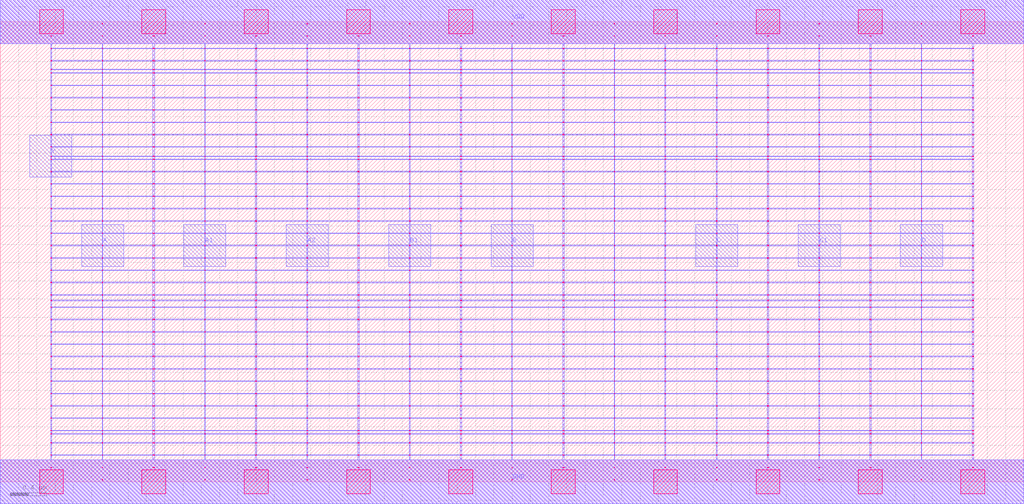
<source format=lef>
MACRO AAAOI3221_DEBUG
 CLASS CORE ;
 FOREIGN AAAOI3221_DEBUG 0 0 ;
 SIZE 11.200000000000001 BY 5.04 ;
 ORIGIN 0 0 ;
 SYMMETRY X Y R90 ;
 SITE unit ;
  PIN VDD
   DIRECTION INOUT ;
   USE SIGNAL ;
   SHAPE ABUTMENT ;
    PORT
     CLASS CORE ;
       LAYER met1 ;
        RECT 0.00000000 4.80000000 11.20000000 5.28000000 ;
       LAYER met2 ;
        RECT 0.00000000 4.80000000 11.20000000 5.28000000 ;
    END
  END VDD

  PIN GND
   DIRECTION INOUT ;
   USE SIGNAL ;
   SHAPE ABUTMENT ;
    PORT
     CLASS CORE ;
       LAYER met1 ;
        RECT 0.00000000 -0.24000000 11.20000000 0.24000000 ;
       LAYER met2 ;
        RECT 0.00000000 -0.24000000 11.20000000 0.24000000 ;
    END
  END GND

  PIN Y
   DIRECTION INOUT ;
   USE SIGNAL ;
   SHAPE ABUTMENT ;
    PORT
     CLASS CORE ;
       LAYER met2 ;
        RECT 0.32500000 3.33500000 0.78500000 3.79500000 ;
    END
  END Y

  PIN D
   DIRECTION INOUT ;
   USE SIGNAL ;
   SHAPE ABUTMENT ;
    PORT
     CLASS CORE ;
       LAYER met2 ;
        RECT 9.85000000 2.35700000 10.31000000 2.81700000 ;
    END
  END D

  PIN A1
   DIRECTION INOUT ;
   USE SIGNAL ;
   SHAPE ABUTMENT ;
    PORT
     CLASS CORE ;
       LAYER met2 ;
        RECT 2.01000000 2.35700000 2.47000000 2.81700000 ;
    END
  END A1

  PIN B1
   DIRECTION INOUT ;
   USE SIGNAL ;
   SHAPE ABUTMENT ;
    PORT
     CLASS CORE ;
       LAYER met2 ;
        RECT 4.25000000 2.35700000 4.71000000 2.81700000 ;
    END
  END B1

  PIN A2
   DIRECTION INOUT ;
   USE SIGNAL ;
   SHAPE ABUTMENT ;
    PORT
     CLASS CORE ;
       LAYER met2 ;
        RECT 3.13000000 2.35700000 3.59000000 2.81700000 ;
    END
  END A2

  PIN B
   DIRECTION INOUT ;
   USE SIGNAL ;
   SHAPE ABUTMENT ;
    PORT
     CLASS CORE ;
       LAYER met2 ;
        RECT 5.37000000 2.35700000 5.83000000 2.81700000 ;
    END
  END B

  PIN A
   DIRECTION INOUT ;
   USE SIGNAL ;
   SHAPE ABUTMENT ;
    PORT
     CLASS CORE ;
       LAYER met2 ;
        RECT 0.89000000 2.35700000 1.35000000 2.81700000 ;
    END
  END A

  PIN C
   DIRECTION INOUT ;
   USE SIGNAL ;
   SHAPE ABUTMENT ;
    PORT
     CLASS CORE ;
       LAYER met2 ;
        RECT 7.61000000 2.35700000 8.07000000 2.81700000 ;
    END
  END C

  PIN C1
   DIRECTION INOUT ;
   USE SIGNAL ;
   SHAPE ABUTMENT ;
    PORT
     CLASS CORE ;
       LAYER met2 ;
        RECT 8.73000000 2.35700000 9.19000000 2.81700000 ;
    END
  END C1

 OBS
    LAYER polycont ;
     RECT 5.59600000 2.58300000 5.60400000 2.59100000 ;
     RECT 5.59600000 2.71800000 5.60400000 2.72600000 ;
     RECT 5.59600000 2.85300000 5.60400000 2.86100000 ;
     RECT 5.59600000 2.98800000 5.60400000 2.99600000 ;
     RECT 7.83600000 2.58300000 7.84400000 2.59100000 ;
     RECT 8.39100000 2.58300000 8.40900000 2.59100000 ;
     RECT 8.95600000 2.58300000 8.96400000 2.59100000 ;
     RECT 9.51100000 2.58300000 9.52900000 2.59100000 ;
     RECT 10.07600000 2.58300000 10.08400000 2.59100000 ;
     RECT 10.63600000 2.58300000 10.64900000 2.59100000 ;
     RECT 6.15600000 2.58300000 6.16900000 2.59100000 ;
     RECT 6.15600000 2.71800000 6.16900000 2.72600000 ;
     RECT 6.71600000 2.71800000 6.72400000 2.72600000 ;
     RECT 7.27100000 2.71800000 7.28400000 2.72600000 ;
     RECT 7.83600000 2.71800000 7.84400000 2.72600000 ;
     RECT 8.39100000 2.71800000 8.40900000 2.72600000 ;
     RECT 8.95600000 2.71800000 8.96400000 2.72600000 ;
     RECT 9.51100000 2.71800000 9.52900000 2.72600000 ;
     RECT 10.07600000 2.71800000 10.08400000 2.72600000 ;
     RECT 10.63600000 2.71800000 10.64900000 2.72600000 ;
     RECT 6.71600000 2.58300000 6.72400000 2.59100000 ;
     RECT 6.15600000 2.85300000 6.16900000 2.86100000 ;
     RECT 6.71600000 2.85300000 6.72400000 2.86100000 ;
     RECT 7.27100000 2.85300000 7.28400000 2.86100000 ;
     RECT 7.83600000 2.85300000 7.84400000 2.86100000 ;
     RECT 8.39100000 2.85300000 8.40900000 2.86100000 ;
     RECT 8.95600000 2.85300000 8.96400000 2.86100000 ;
     RECT 9.51100000 2.85300000 9.52900000 2.86100000 ;
     RECT 10.07600000 2.85300000 10.08400000 2.86100000 ;
     RECT 10.63600000 2.85300000 10.64900000 2.86100000 ;
     RECT 7.27100000 2.58300000 7.28400000 2.59100000 ;
     RECT 6.15600000 2.98800000 6.16900000 2.99600000 ;
     RECT 6.71600000 2.98800000 6.72400000 2.99600000 ;
     RECT 7.27100000 2.98800000 7.28400000 2.99600000 ;
     RECT 7.83600000 2.98800000 7.84400000 2.99600000 ;
     RECT 8.39100000 2.98800000 8.40900000 2.99600000 ;
     RECT 8.95600000 2.98800000 8.96400000 2.99600000 ;
     RECT 9.51100000 2.98800000 9.52900000 2.99600000 ;
     RECT 10.07600000 2.98800000 10.08400000 2.99600000 ;
     RECT 10.63600000 2.98800000 10.64900000 2.99600000 ;
     RECT 6.71600000 3.12300000 6.72400000 3.13100000 ;
     RECT 6.71600000 3.25800000 6.72400000 3.26600000 ;
     RECT 6.71600000 3.39300000 6.72400000 3.40100000 ;
     RECT 6.71600000 3.52800000 6.72400000 3.53600000 ;
     RECT 6.71600000 3.56100000 6.72400000 3.56900000 ;
     RECT 6.71600000 3.66300000 6.72400000 3.67100000 ;
     RECT 6.71600000 3.79800000 6.72400000 3.80600000 ;
     RECT 6.71600000 3.93300000 6.72400000 3.94100000 ;
     RECT 6.71600000 4.06800000 6.72400000 4.07600000 ;
     RECT 6.71600000 4.20300000 6.72400000 4.21100000 ;
     RECT 6.71600000 4.33800000 6.72400000 4.34600000 ;
     RECT 6.71600000 4.47300000 6.72400000 4.48100000 ;
     RECT 6.71600000 4.51100000 6.72400000 4.51900000 ;
     RECT 6.71600000 4.60800000 6.72400000 4.61600000 ;
     RECT 6.71600000 4.74300000 6.72400000 4.75100000 ;
     RECT 6.71600000 4.87800000 6.72400000 4.88600000 ;
     RECT 1.67100000 2.58300000 1.68900000 2.59100000 ;
     RECT 0.55100000 2.98800000 0.56400000 2.99600000 ;
     RECT 1.11600000 2.98800000 1.12400000 2.99600000 ;
     RECT 1.67100000 2.98800000 1.68900000 2.99600000 ;
     RECT 2.23600000 2.98800000 2.24400000 2.99600000 ;
     RECT 2.79100000 2.98800000 2.80900000 2.99600000 ;
     RECT 3.35600000 2.98800000 3.36400000 2.99600000 ;
     RECT 3.91100000 2.98800000 3.92900000 2.99600000 ;
     RECT 4.47600000 2.98800000 4.48400000 2.99600000 ;
     RECT 5.03100000 2.98800000 5.04900000 2.99600000 ;
     RECT 2.23600000 2.58300000 2.24400000 2.59100000 ;
     RECT 2.79100000 2.58300000 2.80900000 2.59100000 ;
     RECT 3.35600000 2.58300000 3.36400000 2.59100000 ;
     RECT 3.91100000 2.58300000 3.92900000 2.59100000 ;
     RECT 4.47600000 2.58300000 4.48400000 2.59100000 ;
     RECT 5.03100000 2.58300000 5.04900000 2.59100000 ;
     RECT 0.55100000 2.58300000 0.56400000 2.59100000 ;
     RECT 0.55100000 2.71800000 0.56400000 2.72600000 ;
     RECT 0.55100000 2.85300000 0.56400000 2.86100000 ;
     RECT 1.11600000 2.85300000 1.12400000 2.86100000 ;
     RECT 1.67100000 2.85300000 1.68900000 2.86100000 ;
     RECT 2.23600000 2.85300000 2.24400000 2.86100000 ;
     RECT 2.79100000 2.85300000 2.80900000 2.86100000 ;
     RECT 3.35600000 2.85300000 3.36400000 2.86100000 ;
     RECT 3.91100000 2.85300000 3.92900000 2.86100000 ;
     RECT 4.47600000 2.85300000 4.48400000 2.86100000 ;
     RECT 5.03100000 2.85300000 5.04900000 2.86100000 ;
     RECT 1.11600000 2.71800000 1.12400000 2.72600000 ;
     RECT 1.67100000 2.71800000 1.68900000 2.72600000 ;
     RECT 2.23600000 2.71800000 2.24400000 2.72600000 ;
     RECT 2.79100000 2.71800000 2.80900000 2.72600000 ;
     RECT 3.35600000 2.71800000 3.36400000 2.72600000 ;
     RECT 3.91100000 2.71800000 3.92900000 2.72600000 ;
     RECT 4.47600000 2.71800000 4.48400000 2.72600000 ;
     RECT 5.03100000 2.71800000 5.04900000 2.72600000 ;
     RECT 1.11600000 2.58300000 1.12400000 2.59100000 ;
     RECT 6.71600000 1.63800000 6.72400000 1.64600000 ;
     RECT 6.71600000 1.77300000 6.72400000 1.78100000 ;
     RECT 6.71600000 1.90800000 6.72400000 1.91600000 ;
     RECT 6.71600000 1.98100000 6.72400000 1.98900000 ;
     RECT 6.71600000 2.04300000 6.72400000 2.05100000 ;
     RECT 6.71600000 2.17800000 6.72400000 2.18600000 ;
     RECT 6.71600000 2.31300000 6.72400000 2.32100000 ;
     RECT 6.71600000 2.44800000 6.72400000 2.45600000 ;
     RECT 6.71600000 0.15300000 6.72400000 0.16100000 ;
     RECT 6.71600000 0.28800000 6.72400000 0.29600000 ;
     RECT 6.71600000 0.42300000 6.72400000 0.43100000 ;
     RECT 6.71600000 0.52100000 6.72400000 0.52900000 ;
     RECT 6.71600000 0.55800000 6.72400000 0.56600000 ;
     RECT 6.71600000 0.69300000 6.72400000 0.70100000 ;
     RECT 6.71600000 0.82800000 6.72400000 0.83600000 ;
     RECT 6.71600000 0.96300000 6.72400000 0.97100000 ;
     RECT 6.71600000 1.09800000 6.72400000 1.10600000 ;
     RECT 6.71600000 1.23300000 6.72400000 1.24100000 ;
     RECT 6.71600000 1.36800000 6.72400000 1.37600000 ;
     RECT 6.71600000 1.50300000 6.72400000 1.51100000 ;

    LAYER pdiffc ;
     RECT 0.55100000 3.39300000 0.55900000 3.40100000 ;
     RECT 6.16100000 3.39300000 6.16900000 3.40100000 ;
     RECT 7.27100000 3.39300000 7.27900000 3.40100000 ;
     RECT 10.64100000 3.39300000 10.64900000 3.40100000 ;
     RECT 0.55100000 3.52800000 0.55900000 3.53600000 ;
     RECT 6.16100000 3.52800000 6.16900000 3.53600000 ;
     RECT 7.27100000 3.52800000 7.27900000 3.53600000 ;
     RECT 10.64100000 3.52800000 10.64900000 3.53600000 ;
     RECT 0.55100000 3.56100000 0.55900000 3.56900000 ;
     RECT 6.16100000 3.56100000 6.16900000 3.56900000 ;
     RECT 7.27100000 3.56100000 7.27900000 3.56900000 ;
     RECT 10.64100000 3.56100000 10.64900000 3.56900000 ;
     RECT 0.55100000 3.66300000 0.55900000 3.67100000 ;
     RECT 6.16100000 3.66300000 6.16900000 3.67100000 ;
     RECT 7.27100000 3.66300000 7.27900000 3.67100000 ;
     RECT 10.64100000 3.66300000 10.64900000 3.67100000 ;
     RECT 0.55100000 3.79800000 0.55900000 3.80600000 ;
     RECT 6.16100000 3.79800000 6.16900000 3.80600000 ;
     RECT 7.27100000 3.79800000 7.27900000 3.80600000 ;
     RECT 10.64100000 3.79800000 10.64900000 3.80600000 ;
     RECT 0.55100000 3.93300000 0.55900000 3.94100000 ;
     RECT 6.16100000 3.93300000 6.16900000 3.94100000 ;
     RECT 7.27100000 3.93300000 7.27900000 3.94100000 ;
     RECT 10.64100000 3.93300000 10.64900000 3.94100000 ;
     RECT 0.55100000 4.06800000 0.55900000 4.07600000 ;
     RECT 6.16100000 4.06800000 6.16900000 4.07600000 ;
     RECT 7.27100000 4.06800000 7.27900000 4.07600000 ;
     RECT 10.64100000 4.06800000 10.64900000 4.07600000 ;
     RECT 0.55100000 4.20300000 0.55900000 4.21100000 ;
     RECT 6.16100000 4.20300000 6.16900000 4.21100000 ;
     RECT 7.27100000 4.20300000 7.27900000 4.21100000 ;
     RECT 10.64100000 4.20300000 10.64900000 4.21100000 ;
     RECT 0.55100000 4.33800000 0.55900000 4.34600000 ;
     RECT 6.16100000 4.33800000 6.16900000 4.34600000 ;
     RECT 7.27100000 4.33800000 7.27900000 4.34600000 ;
     RECT 10.64100000 4.33800000 10.64900000 4.34600000 ;
     RECT 0.55100000 4.47300000 0.55900000 4.48100000 ;
     RECT 6.16100000 4.47300000 6.16900000 4.48100000 ;
     RECT 7.27100000 4.47300000 7.27900000 4.48100000 ;
     RECT 10.64100000 4.47300000 10.64900000 4.48100000 ;
     RECT 0.55100000 4.51100000 0.55900000 4.51900000 ;
     RECT 6.16100000 4.51100000 6.16900000 4.51900000 ;
     RECT 7.27100000 4.51100000 7.27900000 4.51900000 ;
     RECT 10.64100000 4.51100000 10.64900000 4.51900000 ;
     RECT 0.55100000 4.60800000 0.55900000 4.61600000 ;
     RECT 6.16100000 4.60800000 6.16900000 4.61600000 ;
     RECT 7.27100000 4.60800000 7.27900000 4.61600000 ;
     RECT 10.64100000 4.60800000 10.64900000 4.61600000 ;

    LAYER ndiffc ;
     RECT 6.15600000 0.42300000 6.16900000 0.43100000 ;
     RECT 7.27100000 0.42300000 7.28400000 0.43100000 ;
     RECT 8.39100000 0.42300000 8.40900000 0.43100000 ;
     RECT 9.51100000 0.42300000 9.52900000 0.43100000 ;
     RECT 10.63600000 0.42300000 10.64900000 0.43100000 ;
     RECT 6.15600000 0.52100000 6.16900000 0.52900000 ;
     RECT 7.27100000 0.52100000 7.28400000 0.52900000 ;
     RECT 8.39100000 0.52100000 8.40900000 0.52900000 ;
     RECT 9.51100000 0.52100000 9.52900000 0.52900000 ;
     RECT 10.63600000 0.52100000 10.64900000 0.52900000 ;
     RECT 6.15600000 0.55800000 6.16900000 0.56600000 ;
     RECT 7.27100000 0.55800000 7.28400000 0.56600000 ;
     RECT 8.39100000 0.55800000 8.40900000 0.56600000 ;
     RECT 9.51100000 0.55800000 9.52900000 0.56600000 ;
     RECT 10.63600000 0.55800000 10.64900000 0.56600000 ;
     RECT 6.15600000 0.69300000 6.16900000 0.70100000 ;
     RECT 7.27100000 0.69300000 7.28400000 0.70100000 ;
     RECT 8.39100000 0.69300000 8.40900000 0.70100000 ;
     RECT 9.51100000 0.69300000 9.52900000 0.70100000 ;
     RECT 10.63600000 0.69300000 10.64900000 0.70100000 ;
     RECT 6.15600000 0.82800000 6.16900000 0.83600000 ;
     RECT 7.27100000 0.82800000 7.28400000 0.83600000 ;
     RECT 8.39100000 0.82800000 8.40900000 0.83600000 ;
     RECT 9.51100000 0.82800000 9.52900000 0.83600000 ;
     RECT 10.63600000 0.82800000 10.64900000 0.83600000 ;
     RECT 6.15600000 0.96300000 6.16900000 0.97100000 ;
     RECT 7.27100000 0.96300000 7.28400000 0.97100000 ;
     RECT 8.39100000 0.96300000 8.40900000 0.97100000 ;
     RECT 9.51100000 0.96300000 9.52900000 0.97100000 ;
     RECT 10.63600000 0.96300000 10.64900000 0.97100000 ;
     RECT 6.15600000 1.09800000 6.16900000 1.10600000 ;
     RECT 7.27100000 1.09800000 7.28400000 1.10600000 ;
     RECT 8.39100000 1.09800000 8.40900000 1.10600000 ;
     RECT 9.51100000 1.09800000 9.52900000 1.10600000 ;
     RECT 10.63600000 1.09800000 10.64900000 1.10600000 ;
     RECT 6.15600000 1.23300000 6.16900000 1.24100000 ;
     RECT 7.27100000 1.23300000 7.28400000 1.24100000 ;
     RECT 8.39100000 1.23300000 8.40900000 1.24100000 ;
     RECT 9.51100000 1.23300000 9.52900000 1.24100000 ;
     RECT 10.63600000 1.23300000 10.64900000 1.24100000 ;
     RECT 6.15600000 1.36800000 6.16900000 1.37600000 ;
     RECT 7.27100000 1.36800000 7.28400000 1.37600000 ;
     RECT 8.39100000 1.36800000 8.40900000 1.37600000 ;
     RECT 9.51100000 1.36800000 9.52900000 1.37600000 ;
     RECT 10.63600000 1.36800000 10.64900000 1.37600000 ;
     RECT 6.15600000 1.50300000 6.16900000 1.51100000 ;
     RECT 7.27100000 1.50300000 7.28400000 1.51100000 ;
     RECT 8.39100000 1.50300000 8.40900000 1.51100000 ;
     RECT 9.51100000 1.50300000 9.52900000 1.51100000 ;
     RECT 10.63600000 1.50300000 10.64900000 1.51100000 ;
     RECT 6.15600000 1.63800000 6.16900000 1.64600000 ;
     RECT 7.27100000 1.63800000 7.28400000 1.64600000 ;
     RECT 8.39100000 1.63800000 8.40900000 1.64600000 ;
     RECT 9.51100000 1.63800000 9.52900000 1.64600000 ;
     RECT 10.63600000 1.63800000 10.64900000 1.64600000 ;
     RECT 6.15600000 1.77300000 6.16900000 1.78100000 ;
     RECT 7.27100000 1.77300000 7.28400000 1.78100000 ;
     RECT 8.39100000 1.77300000 8.40900000 1.78100000 ;
     RECT 9.51100000 1.77300000 9.52900000 1.78100000 ;
     RECT 10.63600000 1.77300000 10.64900000 1.78100000 ;
     RECT 6.15600000 1.90800000 6.16900000 1.91600000 ;
     RECT 7.27100000 1.90800000 7.28400000 1.91600000 ;
     RECT 8.39100000 1.90800000 8.40900000 1.91600000 ;
     RECT 9.51100000 1.90800000 9.52900000 1.91600000 ;
     RECT 10.63600000 1.90800000 10.64900000 1.91600000 ;
     RECT 6.15600000 1.98100000 6.16900000 1.98900000 ;
     RECT 7.27100000 1.98100000 7.28400000 1.98900000 ;
     RECT 8.39100000 1.98100000 8.40900000 1.98900000 ;
     RECT 9.51100000 1.98100000 9.52900000 1.98900000 ;
     RECT 10.63600000 1.98100000 10.64900000 1.98900000 ;
     RECT 6.15600000 2.04300000 6.16900000 2.05100000 ;
     RECT 7.27100000 2.04300000 7.28400000 2.05100000 ;
     RECT 8.39100000 2.04300000 8.40900000 2.05100000 ;
     RECT 9.51100000 2.04300000 9.52900000 2.05100000 ;
     RECT 10.63600000 2.04300000 10.64900000 2.05100000 ;
     RECT 0.55100000 0.42300000 0.56400000 0.43100000 ;
     RECT 1.67100000 0.42300000 1.68900000 0.43100000 ;
     RECT 2.79100000 0.42300000 2.80900000 0.43100000 ;
     RECT 3.91100000 0.42300000 3.92900000 0.43100000 ;
     RECT 5.03100000 0.42300000 5.04900000 0.43100000 ;
     RECT 0.55100000 1.36800000 0.56400000 1.37600000 ;
     RECT 1.67100000 1.36800000 1.68900000 1.37600000 ;
     RECT 2.79100000 1.36800000 2.80900000 1.37600000 ;
     RECT 3.91100000 1.36800000 3.92900000 1.37600000 ;
     RECT 5.03100000 1.36800000 5.04900000 1.37600000 ;
     RECT 0.55100000 0.82800000 0.56400000 0.83600000 ;
     RECT 1.67100000 0.82800000 1.68900000 0.83600000 ;
     RECT 2.79100000 0.82800000 2.80900000 0.83600000 ;
     RECT 3.91100000 0.82800000 3.92900000 0.83600000 ;
     RECT 5.03100000 0.82800000 5.04900000 0.83600000 ;
     RECT 0.55100000 1.50300000 0.56400000 1.51100000 ;
     RECT 1.67100000 1.50300000 1.68900000 1.51100000 ;
     RECT 2.79100000 1.50300000 2.80900000 1.51100000 ;
     RECT 3.91100000 1.50300000 3.92900000 1.51100000 ;
     RECT 5.03100000 1.50300000 5.04900000 1.51100000 ;
     RECT 0.55100000 0.55800000 0.56400000 0.56600000 ;
     RECT 1.67100000 0.55800000 1.68900000 0.56600000 ;
     RECT 2.79100000 0.55800000 2.80900000 0.56600000 ;
     RECT 3.91100000 0.55800000 3.92900000 0.56600000 ;
     RECT 5.03100000 0.55800000 5.04900000 0.56600000 ;
     RECT 0.55100000 1.63800000 0.56400000 1.64600000 ;
     RECT 1.67100000 1.63800000 1.68900000 1.64600000 ;
     RECT 2.79100000 1.63800000 2.80900000 1.64600000 ;
     RECT 3.91100000 1.63800000 3.92900000 1.64600000 ;
     RECT 5.03100000 1.63800000 5.04900000 1.64600000 ;
     RECT 0.55100000 0.96300000 0.56400000 0.97100000 ;
     RECT 1.67100000 0.96300000 1.68900000 0.97100000 ;
     RECT 2.79100000 0.96300000 2.80900000 0.97100000 ;
     RECT 3.91100000 0.96300000 3.92900000 0.97100000 ;
     RECT 5.03100000 0.96300000 5.04900000 0.97100000 ;
     RECT 0.55100000 1.77300000 0.56400000 1.78100000 ;
     RECT 1.67100000 1.77300000 1.68900000 1.78100000 ;
     RECT 2.79100000 1.77300000 2.80900000 1.78100000 ;
     RECT 3.91100000 1.77300000 3.92900000 1.78100000 ;
     RECT 5.03100000 1.77300000 5.04900000 1.78100000 ;
     RECT 0.55100000 0.52100000 0.56400000 0.52900000 ;
     RECT 1.67100000 0.52100000 1.68900000 0.52900000 ;
     RECT 2.79100000 0.52100000 2.80900000 0.52900000 ;
     RECT 3.91100000 0.52100000 3.92900000 0.52900000 ;
     RECT 5.03100000 0.52100000 5.04900000 0.52900000 ;
     RECT 0.55100000 1.90800000 0.56400000 1.91600000 ;
     RECT 1.67100000 1.90800000 1.68900000 1.91600000 ;
     RECT 2.79100000 1.90800000 2.80900000 1.91600000 ;
     RECT 3.91100000 1.90800000 3.92900000 1.91600000 ;
     RECT 5.03100000 1.90800000 5.04900000 1.91600000 ;
     RECT 0.55100000 1.09800000 0.56400000 1.10600000 ;
     RECT 1.67100000 1.09800000 1.68900000 1.10600000 ;
     RECT 2.79100000 1.09800000 2.80900000 1.10600000 ;
     RECT 3.91100000 1.09800000 3.92900000 1.10600000 ;
     RECT 5.03100000 1.09800000 5.04900000 1.10600000 ;
     RECT 0.55100000 1.98100000 0.56400000 1.98900000 ;
     RECT 1.67100000 1.98100000 1.68900000 1.98900000 ;
     RECT 2.79100000 1.98100000 2.80900000 1.98900000 ;
     RECT 3.91100000 1.98100000 3.92900000 1.98900000 ;
     RECT 5.03100000 1.98100000 5.04900000 1.98900000 ;
     RECT 0.55100000 0.69300000 0.56400000 0.70100000 ;
     RECT 1.67100000 0.69300000 1.68900000 0.70100000 ;
     RECT 2.79100000 0.69300000 2.80900000 0.70100000 ;
     RECT 3.91100000 0.69300000 3.92900000 0.70100000 ;
     RECT 5.03100000 0.69300000 5.04900000 0.70100000 ;
     RECT 0.55100000 2.04300000 0.56400000 2.05100000 ;
     RECT 1.67100000 2.04300000 1.68900000 2.05100000 ;
     RECT 2.79100000 2.04300000 2.80900000 2.05100000 ;
     RECT 3.91100000 2.04300000 3.92900000 2.05100000 ;
     RECT 5.03100000 2.04300000 5.04900000 2.05100000 ;
     RECT 0.55100000 1.23300000 0.56400000 1.24100000 ;
     RECT 1.67100000 1.23300000 1.68900000 1.24100000 ;
     RECT 2.79100000 1.23300000 2.80900000 1.24100000 ;
     RECT 3.91100000 1.23300000 3.92900000 1.24100000 ;
     RECT 5.03100000 1.23300000 5.04900000 1.24100000 ;

    LAYER met1 ;
     RECT 0.00000000 -0.24000000 11.20000000 0.24000000 ;
     RECT 5.59600000 0.24000000 5.60400000 0.28800000 ;
     RECT 0.55100000 0.28800000 10.64900000 0.29600000 ;
     RECT 5.59600000 0.29600000 5.60400000 0.42300000 ;
     RECT 0.55100000 0.42300000 10.64900000 0.43100000 ;
     RECT 5.59600000 0.43100000 5.60400000 0.52100000 ;
     RECT 0.55100000 0.52100000 10.64900000 0.52900000 ;
     RECT 5.59600000 0.52900000 5.60400000 0.55800000 ;
     RECT 0.55100000 0.55800000 10.64900000 0.56600000 ;
     RECT 5.59600000 0.56600000 5.60400000 0.69300000 ;
     RECT 0.55100000 0.69300000 10.64900000 0.70100000 ;
     RECT 5.59600000 0.70100000 5.60400000 0.82800000 ;
     RECT 0.55100000 0.82800000 10.64900000 0.83600000 ;
     RECT 5.59600000 0.83600000 5.60400000 0.96300000 ;
     RECT 0.55100000 0.96300000 10.64900000 0.97100000 ;
     RECT 5.59600000 0.97100000 5.60400000 1.09800000 ;
     RECT 0.55100000 1.09800000 10.64900000 1.10600000 ;
     RECT 5.59600000 1.10600000 5.60400000 1.23300000 ;
     RECT 0.55100000 1.23300000 10.64900000 1.24100000 ;
     RECT 5.59600000 1.24100000 5.60400000 1.36800000 ;
     RECT 0.55100000 1.36800000 10.64900000 1.37600000 ;
     RECT 5.59600000 1.37600000 5.60400000 1.50300000 ;
     RECT 0.55100000 1.50300000 10.64900000 1.51100000 ;
     RECT 5.59600000 1.51100000 5.60400000 1.63800000 ;
     RECT 0.55100000 1.63800000 10.64900000 1.64600000 ;
     RECT 5.59600000 1.64600000 5.60400000 1.77300000 ;
     RECT 0.55100000 1.77300000 10.64900000 1.78100000 ;
     RECT 5.59600000 1.78100000 5.60400000 1.90800000 ;
     RECT 0.55100000 1.90800000 10.64900000 1.91600000 ;
     RECT 5.59600000 1.91600000 5.60400000 1.98100000 ;
     RECT 0.55100000 1.98100000 10.64900000 1.98900000 ;
     RECT 5.59600000 1.98900000 5.60400000 2.04300000 ;
     RECT 0.55100000 2.04300000 10.64900000 2.05100000 ;
     RECT 5.59600000 2.05100000 5.60400000 2.17800000 ;
     RECT 0.55100000 2.17800000 10.64900000 2.18600000 ;
     RECT 5.59600000 2.18600000 5.60400000 2.31300000 ;
     RECT 0.55100000 2.31300000 10.64900000 2.32100000 ;
     RECT 5.59600000 2.32100000 5.60400000 2.44800000 ;
     RECT 0.55100000 2.44800000 10.64900000 2.45600000 ;
     RECT 0.55100000 2.45600000 0.56400000 2.58300000 ;
     RECT 1.11600000 2.45600000 1.12400000 2.58300000 ;
     RECT 1.67100000 2.45600000 1.68900000 2.58300000 ;
     RECT 2.23600000 2.45600000 2.24400000 2.58300000 ;
     RECT 2.79100000 2.45600000 2.80900000 2.58300000 ;
     RECT 3.35600000 2.45600000 3.36400000 2.58300000 ;
     RECT 3.91100000 2.45600000 3.92900000 2.58300000 ;
     RECT 4.47600000 2.45600000 4.48400000 2.58300000 ;
     RECT 5.03100000 2.45600000 5.04900000 2.58300000 ;
     RECT 5.59600000 2.45600000 5.60400000 2.58300000 ;
     RECT 6.15600000 2.45600000 6.16900000 2.58300000 ;
     RECT 6.71600000 2.45600000 6.72400000 2.58300000 ;
     RECT 7.27100000 2.45600000 7.28400000 2.58300000 ;
     RECT 7.83600000 2.45600000 7.84400000 2.58300000 ;
     RECT 8.39100000 2.45600000 8.40900000 2.58300000 ;
     RECT 8.95600000 2.45600000 8.96400000 2.58300000 ;
     RECT 9.51100000 2.45600000 9.52900000 2.58300000 ;
     RECT 10.07600000 2.45600000 10.08400000 2.58300000 ;
     RECT 10.63600000 2.45600000 10.64900000 2.58300000 ;
     RECT 0.55100000 2.58300000 10.64900000 2.59100000 ;
     RECT 5.59600000 2.59100000 5.60400000 2.71800000 ;
     RECT 0.55100000 2.71800000 10.64900000 2.72600000 ;
     RECT 5.59600000 2.72600000 5.60400000 2.85300000 ;
     RECT 0.55100000 2.85300000 10.64900000 2.86100000 ;
     RECT 5.59600000 2.86100000 5.60400000 2.98800000 ;
     RECT 0.55100000 2.98800000 10.64900000 2.99600000 ;
     RECT 5.59600000 2.99600000 5.60400000 3.12300000 ;
     RECT 0.55100000 3.12300000 10.64900000 3.13100000 ;
     RECT 5.59600000 3.13100000 5.60400000 3.25800000 ;
     RECT 0.55100000 3.25800000 10.64900000 3.26600000 ;
     RECT 5.59600000 3.26600000 5.60400000 3.39300000 ;
     RECT 0.55100000 3.39300000 10.64900000 3.40100000 ;
     RECT 5.59600000 3.40100000 5.60400000 3.52800000 ;
     RECT 0.55100000 3.52800000 10.64900000 3.53600000 ;
     RECT 5.59600000 3.53600000 5.60400000 3.56100000 ;
     RECT 0.55100000 3.56100000 10.64900000 3.56900000 ;
     RECT 5.59600000 3.56900000 5.60400000 3.66300000 ;
     RECT 0.55100000 3.66300000 10.64900000 3.67100000 ;
     RECT 5.59600000 3.67100000 5.60400000 3.79800000 ;
     RECT 0.55100000 3.79800000 10.64900000 3.80600000 ;
     RECT 5.59600000 3.80600000 5.60400000 3.93300000 ;
     RECT 0.55100000 3.93300000 10.64900000 3.94100000 ;
     RECT 5.59600000 3.94100000 5.60400000 4.06800000 ;
     RECT 0.55100000 4.06800000 10.64900000 4.07600000 ;
     RECT 5.59600000 4.07600000 5.60400000 4.20300000 ;
     RECT 0.55100000 4.20300000 10.64900000 4.21100000 ;
     RECT 5.59600000 4.21100000 5.60400000 4.33800000 ;
     RECT 0.55100000 4.33800000 10.64900000 4.34600000 ;
     RECT 5.59600000 4.34600000 5.60400000 4.47300000 ;
     RECT 0.55100000 4.47300000 10.64900000 4.48100000 ;
     RECT 5.59600000 4.48100000 5.60400000 4.51100000 ;
     RECT 0.55100000 4.51100000 10.64900000 4.51900000 ;
     RECT 5.59600000 4.51900000 5.60400000 4.60800000 ;
     RECT 0.55100000 4.60800000 10.64900000 4.61600000 ;
     RECT 5.59600000 4.61600000 5.60400000 4.74300000 ;
     RECT 0.55100000 4.74300000 10.64900000 4.75100000 ;
     RECT 5.59600000 4.75100000 5.60400000 4.80000000 ;
     RECT 0.00000000 4.80000000 11.20000000 5.28000000 ;
     RECT 8.39100000 2.99600000 8.40900000 3.12300000 ;
     RECT 8.39100000 3.13100000 8.40900000 3.25800000 ;
     RECT 8.39100000 3.26600000 8.40900000 3.39300000 ;
     RECT 8.39100000 3.40100000 8.40900000 3.52800000 ;
     RECT 8.39100000 3.53600000 8.40900000 3.56100000 ;
     RECT 8.39100000 2.72600000 8.40900000 2.85300000 ;
     RECT 8.39100000 3.56900000 8.40900000 3.66300000 ;
     RECT 8.39100000 3.67100000 8.40900000 3.79800000 ;
     RECT 6.15600000 3.80600000 6.16900000 3.93300000 ;
     RECT 6.71600000 3.80600000 6.72400000 3.93300000 ;
     RECT 7.27100000 3.80600000 7.28400000 3.93300000 ;
     RECT 7.83600000 3.80600000 7.84400000 3.93300000 ;
     RECT 8.39100000 3.80600000 8.40900000 3.93300000 ;
     RECT 8.95600000 3.80600000 8.96400000 3.93300000 ;
     RECT 9.51100000 3.80600000 9.52900000 3.93300000 ;
     RECT 10.07600000 3.80600000 10.08400000 3.93300000 ;
     RECT 10.63600000 3.80600000 10.64900000 3.93300000 ;
     RECT 8.39100000 3.94100000 8.40900000 4.06800000 ;
     RECT 8.39100000 4.07600000 8.40900000 4.20300000 ;
     RECT 8.39100000 4.21100000 8.40900000 4.33800000 ;
     RECT 8.39100000 2.86100000 8.40900000 2.98800000 ;
     RECT 8.39100000 4.34600000 8.40900000 4.47300000 ;
     RECT 8.39100000 4.48100000 8.40900000 4.51100000 ;
     RECT 8.39100000 2.59100000 8.40900000 2.71800000 ;
     RECT 8.39100000 4.51900000 8.40900000 4.60800000 ;
     RECT 8.39100000 4.61600000 8.40900000 4.74300000 ;
     RECT 8.39100000 4.75100000 8.40900000 4.80000000 ;
     RECT 9.51100000 3.94100000 9.52900000 4.06800000 ;
     RECT 8.95600000 4.21100000 8.96400000 4.33800000 ;
     RECT 9.51100000 4.21100000 9.52900000 4.33800000 ;
     RECT 10.07600000 4.21100000 10.08400000 4.33800000 ;
     RECT 10.63600000 4.21100000 10.64900000 4.33800000 ;
     RECT 10.07600000 3.94100000 10.08400000 4.06800000 ;
     RECT 10.63600000 3.94100000 10.64900000 4.06800000 ;
     RECT 8.95600000 4.34600000 8.96400000 4.47300000 ;
     RECT 9.51100000 4.34600000 9.52900000 4.47300000 ;
     RECT 10.07600000 4.34600000 10.08400000 4.47300000 ;
     RECT 10.63600000 4.34600000 10.64900000 4.47300000 ;
     RECT 8.95600000 3.94100000 8.96400000 4.06800000 ;
     RECT 8.95600000 4.48100000 8.96400000 4.51100000 ;
     RECT 9.51100000 4.48100000 9.52900000 4.51100000 ;
     RECT 10.07600000 4.48100000 10.08400000 4.51100000 ;
     RECT 10.63600000 4.48100000 10.64900000 4.51100000 ;
     RECT 8.95600000 4.07600000 8.96400000 4.20300000 ;
     RECT 9.51100000 4.07600000 9.52900000 4.20300000 ;
     RECT 8.95600000 4.51900000 8.96400000 4.60800000 ;
     RECT 9.51100000 4.51900000 9.52900000 4.60800000 ;
     RECT 10.07600000 4.51900000 10.08400000 4.60800000 ;
     RECT 10.63600000 4.51900000 10.64900000 4.60800000 ;
     RECT 10.07600000 4.07600000 10.08400000 4.20300000 ;
     RECT 8.95600000 4.61600000 8.96400000 4.74300000 ;
     RECT 9.51100000 4.61600000 9.52900000 4.74300000 ;
     RECT 10.07600000 4.61600000 10.08400000 4.74300000 ;
     RECT 10.63600000 4.61600000 10.64900000 4.74300000 ;
     RECT 10.63600000 4.07600000 10.64900000 4.20300000 ;
     RECT 8.95600000 4.75100000 8.96400000 4.80000000 ;
     RECT 9.51100000 4.75100000 9.52900000 4.80000000 ;
     RECT 10.07600000 4.75100000 10.08400000 4.80000000 ;
     RECT 10.63600000 4.75100000 10.64900000 4.80000000 ;
     RECT 6.71600000 4.07600000 6.72400000 4.20300000 ;
     RECT 7.27100000 4.07600000 7.28400000 4.20300000 ;
     RECT 7.83600000 4.07600000 7.84400000 4.20300000 ;
     RECT 6.71600000 3.94100000 6.72400000 4.06800000 ;
     RECT 7.27100000 3.94100000 7.28400000 4.06800000 ;
     RECT 6.15600000 4.51900000 6.16900000 4.60800000 ;
     RECT 6.71600000 4.51900000 6.72400000 4.60800000 ;
     RECT 7.27100000 4.51900000 7.28400000 4.60800000 ;
     RECT 7.83600000 4.51900000 7.84400000 4.60800000 ;
     RECT 7.83600000 3.94100000 7.84400000 4.06800000 ;
     RECT 6.15600000 4.34600000 6.16900000 4.47300000 ;
     RECT 6.71600000 4.34600000 6.72400000 4.47300000 ;
     RECT 7.27100000 4.34600000 7.28400000 4.47300000 ;
     RECT 7.83600000 4.34600000 7.84400000 4.47300000 ;
     RECT 6.15600000 4.61600000 6.16900000 4.74300000 ;
     RECT 6.71600000 4.61600000 6.72400000 4.74300000 ;
     RECT 7.27100000 4.61600000 7.28400000 4.74300000 ;
     RECT 7.83600000 4.61600000 7.84400000 4.74300000 ;
     RECT 6.15600000 3.94100000 6.16900000 4.06800000 ;
     RECT 6.15600000 4.07600000 6.16900000 4.20300000 ;
     RECT 6.15600000 4.21100000 6.16900000 4.33800000 ;
     RECT 6.71600000 4.21100000 6.72400000 4.33800000 ;
     RECT 7.27100000 4.21100000 7.28400000 4.33800000 ;
     RECT 6.15600000 4.75100000 6.16900000 4.80000000 ;
     RECT 6.71600000 4.75100000 6.72400000 4.80000000 ;
     RECT 7.27100000 4.75100000 7.28400000 4.80000000 ;
     RECT 7.83600000 4.75100000 7.84400000 4.80000000 ;
     RECT 6.15600000 4.48100000 6.16900000 4.51100000 ;
     RECT 6.71600000 4.48100000 6.72400000 4.51100000 ;
     RECT 7.27100000 4.48100000 7.28400000 4.51100000 ;
     RECT 7.83600000 4.48100000 7.84400000 4.51100000 ;
     RECT 7.83600000 4.21100000 7.84400000 4.33800000 ;
     RECT 7.27100000 3.53600000 7.28400000 3.56100000 ;
     RECT 7.83600000 3.53600000 7.84400000 3.56100000 ;
     RECT 7.83600000 3.13100000 7.84400000 3.25800000 ;
     RECT 6.15600000 2.86100000 6.16900000 2.98800000 ;
     RECT 6.71600000 2.86100000 6.72400000 2.98800000 ;
     RECT 7.83600000 2.72600000 7.84400000 2.85300000 ;
     RECT 6.15600000 3.13100000 6.16900000 3.25800000 ;
     RECT 6.15600000 3.56900000 6.16900000 3.66300000 ;
     RECT 6.71600000 3.56900000 6.72400000 3.66300000 ;
     RECT 7.27100000 3.56900000 7.28400000 3.66300000 ;
     RECT 7.83600000 3.56900000 7.84400000 3.66300000 ;
     RECT 6.15600000 2.59100000 6.16900000 2.71800000 ;
     RECT 6.15600000 3.67100000 6.16900000 3.79800000 ;
     RECT 6.71600000 3.67100000 6.72400000 3.79800000 ;
     RECT 7.27100000 2.86100000 7.28400000 2.98800000 ;
     RECT 7.83600000 2.86100000 7.84400000 2.98800000 ;
     RECT 7.27100000 3.67100000 7.28400000 3.79800000 ;
     RECT 7.83600000 3.67100000 7.84400000 3.79800000 ;
     RECT 6.15600000 2.99600000 6.16900000 3.12300000 ;
     RECT 6.15600000 3.26600000 6.16900000 3.39300000 ;
     RECT 6.71600000 3.26600000 6.72400000 3.39300000 ;
     RECT 7.27100000 3.26600000 7.28400000 3.39300000 ;
     RECT 7.83600000 3.26600000 7.84400000 3.39300000 ;
     RECT 6.71600000 3.13100000 6.72400000 3.25800000 ;
     RECT 6.71600000 2.59100000 6.72400000 2.71800000 ;
     RECT 6.15600000 2.72600000 6.16900000 2.85300000 ;
     RECT 6.15600000 3.40100000 6.16900000 3.52800000 ;
     RECT 6.71600000 3.40100000 6.72400000 3.52800000 ;
     RECT 6.71600000 2.99600000 6.72400000 3.12300000 ;
     RECT 7.27100000 2.99600000 7.28400000 3.12300000 ;
     RECT 7.27100000 3.40100000 7.28400000 3.52800000 ;
     RECT 7.27100000 2.59100000 7.28400000 2.71800000 ;
     RECT 7.83600000 2.59100000 7.84400000 2.71800000 ;
     RECT 7.83600000 3.40100000 7.84400000 3.52800000 ;
     RECT 7.27100000 3.13100000 7.28400000 3.25800000 ;
     RECT 6.71600000 2.72600000 6.72400000 2.85300000 ;
     RECT 7.27100000 2.72600000 7.28400000 2.85300000 ;
     RECT 6.15600000 3.53600000 6.16900000 3.56100000 ;
     RECT 6.71600000 3.53600000 6.72400000 3.56100000 ;
     RECT 7.83600000 2.99600000 7.84400000 3.12300000 ;
     RECT 10.07600000 3.56900000 10.08400000 3.66300000 ;
     RECT 10.63600000 3.56900000 10.64900000 3.66300000 ;
     RECT 8.95600000 2.72600000 8.96400000 2.85300000 ;
     RECT 9.51100000 2.72600000 9.52900000 2.85300000 ;
     RECT 8.95600000 2.99600000 8.96400000 3.12300000 ;
     RECT 8.95600000 3.40100000 8.96400000 3.52800000 ;
     RECT 10.63600000 2.86100000 10.64900000 2.98800000 ;
     RECT 9.51100000 3.40100000 9.52900000 3.52800000 ;
     RECT 10.07600000 3.40100000 10.08400000 3.52800000 ;
     RECT 10.63600000 3.40100000 10.64900000 3.52800000 ;
     RECT 8.95600000 3.67100000 8.96400000 3.79800000 ;
     RECT 9.51100000 3.67100000 9.52900000 3.79800000 ;
     RECT 10.07600000 3.67100000 10.08400000 3.79800000 ;
     RECT 10.63600000 3.67100000 10.64900000 3.79800000 ;
     RECT 10.07600000 2.72600000 10.08400000 2.85300000 ;
     RECT 10.63600000 2.72600000 10.64900000 2.85300000 ;
     RECT 9.51100000 2.99600000 9.52900000 3.12300000 ;
     RECT 8.95600000 2.59100000 8.96400000 2.71800000 ;
     RECT 10.07600000 2.99600000 10.08400000 3.12300000 ;
     RECT 10.63600000 2.99600000 10.64900000 3.12300000 ;
     RECT 9.51100000 2.59100000 9.52900000 2.71800000 ;
     RECT 8.95600000 3.26600000 8.96400000 3.39300000 ;
     RECT 9.51100000 3.26600000 9.52900000 3.39300000 ;
     RECT 10.07600000 3.26600000 10.08400000 3.39300000 ;
     RECT 8.95600000 3.53600000 8.96400000 3.56100000 ;
     RECT 8.95600000 2.86100000 8.96400000 2.98800000 ;
     RECT 9.51100000 3.53600000 9.52900000 3.56100000 ;
     RECT 10.07600000 3.53600000 10.08400000 3.56100000 ;
     RECT 10.63600000 3.53600000 10.64900000 3.56100000 ;
     RECT 10.63600000 3.26600000 10.64900000 3.39300000 ;
     RECT 8.95600000 3.13100000 8.96400000 3.25800000 ;
     RECT 9.51100000 3.13100000 9.52900000 3.25800000 ;
     RECT 10.07600000 3.13100000 10.08400000 3.25800000 ;
     RECT 10.63600000 3.13100000 10.64900000 3.25800000 ;
     RECT 10.63600000 2.59100000 10.64900000 2.71800000 ;
     RECT 9.51100000 2.86100000 9.52900000 2.98800000 ;
     RECT 10.07600000 2.86100000 10.08400000 2.98800000 ;
     RECT 10.07600000 2.59100000 10.08400000 2.71800000 ;
     RECT 8.95600000 3.56900000 8.96400000 3.66300000 ;
     RECT 9.51100000 3.56900000 9.52900000 3.66300000 ;
     RECT 2.79100000 2.59100000 2.80900000 2.71800000 ;
     RECT 2.79100000 2.99600000 2.80900000 3.12300000 ;
     RECT 2.79100000 3.94100000 2.80900000 4.06800000 ;
     RECT 2.79100000 3.40100000 2.80900000 3.52800000 ;
     RECT 2.79100000 4.07600000 2.80900000 4.20300000 ;
     RECT 2.79100000 4.21100000 2.80900000 4.33800000 ;
     RECT 2.79100000 3.53600000 2.80900000 3.56100000 ;
     RECT 2.79100000 4.34600000 2.80900000 4.47300000 ;
     RECT 2.79100000 3.13100000 2.80900000 3.25800000 ;
     RECT 2.79100000 3.56900000 2.80900000 3.66300000 ;
     RECT 2.79100000 4.48100000 2.80900000 4.51100000 ;
     RECT 2.79100000 2.86100000 2.80900000 2.98800000 ;
     RECT 2.79100000 4.51900000 2.80900000 4.60800000 ;
     RECT 2.79100000 2.72600000 2.80900000 2.85300000 ;
     RECT 2.79100000 3.67100000 2.80900000 3.79800000 ;
     RECT 2.79100000 4.61600000 2.80900000 4.74300000 ;
     RECT 2.79100000 3.26600000 2.80900000 3.39300000 ;
     RECT 2.79100000 4.75100000 2.80900000 4.80000000 ;
     RECT 0.55100000 3.80600000 0.56400000 3.93300000 ;
     RECT 1.11600000 3.80600000 1.12400000 3.93300000 ;
     RECT 1.67100000 3.80600000 1.68900000 3.93300000 ;
     RECT 2.23600000 3.80600000 2.24400000 3.93300000 ;
     RECT 2.79100000 3.80600000 2.80900000 3.93300000 ;
     RECT 3.35600000 3.80600000 3.36400000 3.93300000 ;
     RECT 3.91100000 3.80600000 3.92900000 3.93300000 ;
     RECT 4.47600000 3.80600000 4.48400000 3.93300000 ;
     RECT 5.03100000 3.80600000 5.04900000 3.93300000 ;
     RECT 3.35600000 4.48100000 3.36400000 4.51100000 ;
     RECT 3.91100000 4.48100000 3.92900000 4.51100000 ;
     RECT 4.47600000 4.48100000 4.48400000 4.51100000 ;
     RECT 5.03100000 4.48100000 5.04900000 4.51100000 ;
     RECT 4.47600000 4.07600000 4.48400000 4.20300000 ;
     RECT 5.03100000 4.07600000 5.04900000 4.20300000 ;
     RECT 3.35600000 4.51900000 3.36400000 4.60800000 ;
     RECT 3.91100000 4.51900000 3.92900000 4.60800000 ;
     RECT 4.47600000 4.51900000 4.48400000 4.60800000 ;
     RECT 5.03100000 4.51900000 5.04900000 4.60800000 ;
     RECT 4.47600000 3.94100000 4.48400000 4.06800000 ;
     RECT 3.35600000 4.21100000 3.36400000 4.33800000 ;
     RECT 3.91100000 4.21100000 3.92900000 4.33800000 ;
     RECT 3.35600000 4.61600000 3.36400000 4.74300000 ;
     RECT 3.91100000 4.61600000 3.92900000 4.74300000 ;
     RECT 4.47600000 4.61600000 4.48400000 4.74300000 ;
     RECT 5.03100000 4.61600000 5.04900000 4.74300000 ;
     RECT 4.47600000 4.21100000 4.48400000 4.33800000 ;
     RECT 5.03100000 4.21100000 5.04900000 4.33800000 ;
     RECT 3.35600000 4.75100000 3.36400000 4.80000000 ;
     RECT 3.91100000 4.75100000 3.92900000 4.80000000 ;
     RECT 4.47600000 4.75100000 4.48400000 4.80000000 ;
     RECT 5.03100000 4.75100000 5.04900000 4.80000000 ;
     RECT 5.03100000 3.94100000 5.04900000 4.06800000 ;
     RECT 3.35600000 3.94100000 3.36400000 4.06800000 ;
     RECT 3.35600000 4.34600000 3.36400000 4.47300000 ;
     RECT 3.91100000 4.34600000 3.92900000 4.47300000 ;
     RECT 4.47600000 4.34600000 4.48400000 4.47300000 ;
     RECT 5.03100000 4.34600000 5.04900000 4.47300000 ;
     RECT 3.91100000 3.94100000 3.92900000 4.06800000 ;
     RECT 3.35600000 4.07600000 3.36400000 4.20300000 ;
     RECT 3.91100000 4.07600000 3.92900000 4.20300000 ;
     RECT 1.11600000 3.94100000 1.12400000 4.06800000 ;
     RECT 0.55100000 4.07600000 0.56400000 4.20300000 ;
     RECT 0.55100000 4.21100000 0.56400000 4.33800000 ;
     RECT 1.11600000 4.21100000 1.12400000 4.33800000 ;
     RECT 0.55100000 4.61600000 0.56400000 4.74300000 ;
     RECT 1.11600000 4.61600000 1.12400000 4.74300000 ;
     RECT 1.67100000 4.61600000 1.68900000 4.74300000 ;
     RECT 2.23600000 4.61600000 2.24400000 4.74300000 ;
     RECT 1.67100000 4.21100000 1.68900000 4.33800000 ;
     RECT 2.23600000 4.21100000 2.24400000 4.33800000 ;
     RECT 1.11600000 4.07600000 1.12400000 4.20300000 ;
     RECT 0.55100000 4.48100000 0.56400000 4.51100000 ;
     RECT 1.11600000 4.48100000 1.12400000 4.51100000 ;
     RECT 1.67100000 4.48100000 1.68900000 4.51100000 ;
     RECT 0.55100000 4.75100000 0.56400000 4.80000000 ;
     RECT 1.11600000 4.75100000 1.12400000 4.80000000 ;
     RECT 1.67100000 4.75100000 1.68900000 4.80000000 ;
     RECT 2.23600000 4.75100000 2.24400000 4.80000000 ;
     RECT 2.23600000 4.48100000 2.24400000 4.51100000 ;
     RECT 1.67100000 4.07600000 1.68900000 4.20300000 ;
     RECT 2.23600000 4.07600000 2.24400000 4.20300000 ;
     RECT 1.67100000 3.94100000 1.68900000 4.06800000 ;
     RECT 2.23600000 3.94100000 2.24400000 4.06800000 ;
     RECT 0.55100000 3.94100000 0.56400000 4.06800000 ;
     RECT 0.55100000 4.34600000 0.56400000 4.47300000 ;
     RECT 0.55100000 4.51900000 0.56400000 4.60800000 ;
     RECT 1.11600000 4.51900000 1.12400000 4.60800000 ;
     RECT 1.67100000 4.51900000 1.68900000 4.60800000 ;
     RECT 2.23600000 4.51900000 2.24400000 4.60800000 ;
     RECT 1.11600000 4.34600000 1.12400000 4.47300000 ;
     RECT 1.67100000 4.34600000 1.68900000 4.47300000 ;
     RECT 2.23600000 4.34600000 2.24400000 4.47300000 ;
     RECT 0.55100000 3.53600000 0.56400000 3.56100000 ;
     RECT 2.23600000 2.72600000 2.24400000 2.85300000 ;
     RECT 1.11600000 3.53600000 1.12400000 3.56100000 ;
     RECT 0.55100000 3.67100000 0.56400000 3.79800000 ;
     RECT 1.11600000 3.67100000 1.12400000 3.79800000 ;
     RECT 1.67100000 3.67100000 1.68900000 3.79800000 ;
     RECT 2.23600000 3.67100000 2.24400000 3.79800000 ;
     RECT 1.67100000 3.53600000 1.68900000 3.56100000 ;
     RECT 1.11600000 2.99600000 1.12400000 3.12300000 ;
     RECT 1.67100000 3.13100000 1.68900000 3.25800000 ;
     RECT 2.23600000 3.13100000 2.24400000 3.25800000 ;
     RECT 1.67100000 2.99600000 1.68900000 3.12300000 ;
     RECT 0.55100000 3.56900000 0.56400000 3.66300000 ;
     RECT 1.11600000 3.56900000 1.12400000 3.66300000 ;
     RECT 1.67100000 3.56900000 1.68900000 3.66300000 ;
     RECT 2.23600000 3.56900000 2.24400000 3.66300000 ;
     RECT 2.23600000 2.99600000 2.24400000 3.12300000 ;
     RECT 0.55100000 3.26600000 0.56400000 3.39300000 ;
     RECT 1.11600000 3.26600000 1.12400000 3.39300000 ;
     RECT 1.67100000 3.26600000 1.68900000 3.39300000 ;
     RECT 2.23600000 3.26600000 2.24400000 3.39300000 ;
     RECT 2.23600000 2.59100000 2.24400000 2.71800000 ;
     RECT 0.55100000 3.40100000 0.56400000 3.52800000 ;
     RECT 1.67100000 2.59100000 1.68900000 2.71800000 ;
     RECT 0.55100000 2.99600000 0.56400000 3.12300000 ;
     RECT 1.11600000 3.40100000 1.12400000 3.52800000 ;
     RECT 1.67100000 3.40100000 1.68900000 3.52800000 ;
     RECT 2.23600000 3.53600000 2.24400000 3.56100000 ;
     RECT 2.23600000 3.40100000 2.24400000 3.52800000 ;
     RECT 1.11600000 2.86100000 1.12400000 2.98800000 ;
     RECT 1.67100000 2.86100000 1.68900000 2.98800000 ;
     RECT 1.67100000 2.72600000 1.68900000 2.85300000 ;
     RECT 2.23600000 2.86100000 2.24400000 2.98800000 ;
     RECT 0.55100000 3.13100000 0.56400000 3.25800000 ;
     RECT 1.11600000 3.13100000 1.12400000 3.25800000 ;
     RECT 0.55100000 2.59100000 0.56400000 2.71800000 ;
     RECT 1.11600000 2.59100000 1.12400000 2.71800000 ;
     RECT 0.55100000 2.72600000 0.56400000 2.85300000 ;
     RECT 1.11600000 2.72600000 1.12400000 2.85300000 ;
     RECT 0.55100000 2.86100000 0.56400000 2.98800000 ;
     RECT 4.47600000 3.53600000 4.48400000 3.56100000 ;
     RECT 3.35600000 3.56900000 3.36400000 3.66300000 ;
     RECT 3.91100000 3.56900000 3.92900000 3.66300000 ;
     RECT 4.47600000 3.56900000 4.48400000 3.66300000 ;
     RECT 5.03100000 3.56900000 5.04900000 3.66300000 ;
     RECT 5.03100000 3.13100000 5.04900000 3.25800000 ;
     RECT 5.03100000 3.53600000 5.04900000 3.56100000 ;
     RECT 3.35600000 2.86100000 3.36400000 2.98800000 ;
     RECT 3.91100000 2.86100000 3.92900000 2.98800000 ;
     RECT 4.47600000 3.67100000 4.48400000 3.79800000 ;
     RECT 5.03100000 3.67100000 5.04900000 3.79800000 ;
     RECT 4.47600000 2.72600000 4.48400000 2.85300000 ;
     RECT 4.47600000 2.86100000 4.48400000 2.98800000 ;
     RECT 5.03100000 2.86100000 5.04900000 2.98800000 ;
     RECT 4.47600000 2.99600000 4.48400000 3.12300000 ;
     RECT 3.35600000 3.13100000 3.36400000 3.25800000 ;
     RECT 3.91100000 3.13100000 3.92900000 3.25800000 ;
     RECT 3.35600000 3.26600000 3.36400000 3.39300000 ;
     RECT 3.91100000 3.26600000 3.92900000 3.39300000 ;
     RECT 4.47600000 3.26600000 4.48400000 3.39300000 ;
     RECT 4.47600000 3.13100000 4.48400000 3.25800000 ;
     RECT 5.03100000 2.99600000 5.04900000 3.12300000 ;
     RECT 3.91100000 2.59100000 3.92900000 2.71800000 ;
     RECT 4.47600000 2.59100000 4.48400000 2.71800000 ;
     RECT 5.03100000 2.59100000 5.04900000 2.71800000 ;
     RECT 3.35600000 2.59100000 3.36400000 2.71800000 ;
     RECT 3.35600000 2.99600000 3.36400000 3.12300000 ;
     RECT 3.35600000 3.40100000 3.36400000 3.52800000 ;
     RECT 3.91100000 3.40100000 3.92900000 3.52800000 ;
     RECT 5.03100000 3.26600000 5.04900000 3.39300000 ;
     RECT 5.03100000 2.72600000 5.04900000 2.85300000 ;
     RECT 3.35600000 2.72600000 3.36400000 2.85300000 ;
     RECT 3.91100000 2.72600000 3.92900000 2.85300000 ;
     RECT 4.47600000 3.40100000 4.48400000 3.52800000 ;
     RECT 5.03100000 3.40100000 5.04900000 3.52800000 ;
     RECT 3.91100000 2.99600000 3.92900000 3.12300000 ;
     RECT 3.35600000 3.53600000 3.36400000 3.56100000 ;
     RECT 3.91100000 3.53600000 3.92900000 3.56100000 ;
     RECT 3.35600000 3.67100000 3.36400000 3.79800000 ;
     RECT 3.91100000 3.67100000 3.92900000 3.79800000 ;
     RECT 5.03100000 1.10600000 5.04900000 1.23300000 ;
     RECT 2.79100000 1.24100000 2.80900000 1.36800000 ;
     RECT 2.79100000 1.37600000 2.80900000 1.50300000 ;
     RECT 2.79100000 1.51100000 2.80900000 1.63800000 ;
     RECT 2.79100000 1.64600000 2.80900000 1.77300000 ;
     RECT 2.79100000 1.78100000 2.80900000 1.90800000 ;
     RECT 2.79100000 0.43100000 2.80900000 0.52100000 ;
     RECT 2.79100000 1.91600000 2.80900000 1.98100000 ;
     RECT 2.79100000 1.98900000 2.80900000 2.04300000 ;
     RECT 2.79100000 0.24000000 2.80900000 0.28800000 ;
     RECT 2.79100000 2.05100000 2.80900000 2.17800000 ;
     RECT 2.79100000 2.18600000 2.80900000 2.31300000 ;
     RECT 2.79100000 2.32100000 2.80900000 2.44800000 ;
     RECT 2.79100000 0.52900000 2.80900000 0.55800000 ;
     RECT 2.79100000 0.56600000 2.80900000 0.69300000 ;
     RECT 2.79100000 0.70100000 2.80900000 0.82800000 ;
     RECT 2.79100000 0.83600000 2.80900000 0.96300000 ;
     RECT 2.79100000 0.97100000 2.80900000 1.09800000 ;
     RECT 2.79100000 0.29600000 2.80900000 0.42300000 ;
     RECT 0.55100000 1.10600000 0.56400000 1.23300000 ;
     RECT 1.11600000 1.10600000 1.12400000 1.23300000 ;
     RECT 1.67100000 1.10600000 1.68900000 1.23300000 ;
     RECT 2.23600000 1.10600000 2.24400000 1.23300000 ;
     RECT 2.79100000 1.10600000 2.80900000 1.23300000 ;
     RECT 3.35600000 1.10600000 3.36400000 1.23300000 ;
     RECT 3.91100000 1.10600000 3.92900000 1.23300000 ;
     RECT 4.47600000 1.10600000 4.48400000 1.23300000 ;
     RECT 3.35600000 1.37600000 3.36400000 1.50300000 ;
     RECT 3.35600000 1.91600000 3.36400000 1.98100000 ;
     RECT 3.91100000 1.91600000 3.92900000 1.98100000 ;
     RECT 4.47600000 1.91600000 4.48400000 1.98100000 ;
     RECT 5.03100000 1.91600000 5.04900000 1.98100000 ;
     RECT 3.91100000 1.37600000 3.92900000 1.50300000 ;
     RECT 3.35600000 1.98900000 3.36400000 2.04300000 ;
     RECT 3.91100000 1.98900000 3.92900000 2.04300000 ;
     RECT 4.47600000 1.98900000 4.48400000 2.04300000 ;
     RECT 5.03100000 1.98900000 5.04900000 2.04300000 ;
     RECT 4.47600000 1.37600000 4.48400000 1.50300000 ;
     RECT 5.03100000 1.37600000 5.04900000 1.50300000 ;
     RECT 3.35600000 2.05100000 3.36400000 2.17800000 ;
     RECT 3.91100000 2.05100000 3.92900000 2.17800000 ;
     RECT 4.47600000 2.05100000 4.48400000 2.17800000 ;
     RECT 5.03100000 2.05100000 5.04900000 2.17800000 ;
     RECT 3.91100000 1.24100000 3.92900000 1.36800000 ;
     RECT 3.35600000 2.18600000 3.36400000 2.31300000 ;
     RECT 3.91100000 2.18600000 3.92900000 2.31300000 ;
     RECT 4.47600000 2.18600000 4.48400000 2.31300000 ;
     RECT 5.03100000 2.18600000 5.04900000 2.31300000 ;
     RECT 3.35600000 1.51100000 3.36400000 1.63800000 ;
     RECT 3.35600000 2.32100000 3.36400000 2.44800000 ;
     RECT 3.91100000 2.32100000 3.92900000 2.44800000 ;
     RECT 4.47600000 2.32100000 4.48400000 2.44800000 ;
     RECT 5.03100000 2.32100000 5.04900000 2.44800000 ;
     RECT 3.91100000 1.51100000 3.92900000 1.63800000 ;
     RECT 4.47600000 1.51100000 4.48400000 1.63800000 ;
     RECT 5.03100000 1.51100000 5.04900000 1.63800000 ;
     RECT 4.47600000 1.24100000 4.48400000 1.36800000 ;
     RECT 3.35600000 1.64600000 3.36400000 1.77300000 ;
     RECT 3.91100000 1.64600000 3.92900000 1.77300000 ;
     RECT 4.47600000 1.64600000 4.48400000 1.77300000 ;
     RECT 5.03100000 1.64600000 5.04900000 1.77300000 ;
     RECT 5.03100000 1.24100000 5.04900000 1.36800000 ;
     RECT 3.35600000 1.78100000 3.36400000 1.90800000 ;
     RECT 3.91100000 1.78100000 3.92900000 1.90800000 ;
     RECT 4.47600000 1.78100000 4.48400000 1.90800000 ;
     RECT 5.03100000 1.78100000 5.04900000 1.90800000 ;
     RECT 3.35600000 1.24100000 3.36400000 1.36800000 ;
     RECT 1.11600000 2.05100000 1.12400000 2.17800000 ;
     RECT 1.67100000 2.05100000 1.68900000 2.17800000 ;
     RECT 2.23600000 2.05100000 2.24400000 2.17800000 ;
     RECT 1.11600000 1.78100000 1.12400000 1.90800000 ;
     RECT 1.67100000 1.78100000 1.68900000 1.90800000 ;
     RECT 2.23600000 1.78100000 2.24400000 1.90800000 ;
     RECT 1.67100000 1.51100000 1.68900000 1.63800000 ;
     RECT 2.23600000 1.51100000 2.24400000 1.63800000 ;
     RECT 0.55100000 2.18600000 0.56400000 2.31300000 ;
     RECT 1.11600000 2.18600000 1.12400000 2.31300000 ;
     RECT 1.67100000 2.18600000 1.68900000 2.31300000 ;
     RECT 2.23600000 2.18600000 2.24400000 2.31300000 ;
     RECT 1.11600000 1.37600000 1.12400000 1.50300000 ;
     RECT 1.67100000 1.37600000 1.68900000 1.50300000 ;
     RECT 2.23600000 1.37600000 2.24400000 1.50300000 ;
     RECT 1.11600000 1.24100000 1.12400000 1.36800000 ;
     RECT 0.55100000 1.91600000 0.56400000 1.98100000 ;
     RECT 0.55100000 2.32100000 0.56400000 2.44800000 ;
     RECT 1.11600000 2.32100000 1.12400000 2.44800000 ;
     RECT 1.67100000 2.32100000 1.68900000 2.44800000 ;
     RECT 2.23600000 2.32100000 2.24400000 2.44800000 ;
     RECT 1.11600000 1.91600000 1.12400000 1.98100000 ;
     RECT 1.67100000 1.91600000 1.68900000 1.98100000 ;
     RECT 2.23600000 1.91600000 2.24400000 1.98100000 ;
     RECT 1.67100000 1.24100000 1.68900000 1.36800000 ;
     RECT 0.55100000 1.64600000 0.56400000 1.77300000 ;
     RECT 1.11600000 1.64600000 1.12400000 1.77300000 ;
     RECT 1.67100000 1.64600000 1.68900000 1.77300000 ;
     RECT 2.23600000 1.64600000 2.24400000 1.77300000 ;
     RECT 0.55100000 1.98900000 0.56400000 2.04300000 ;
     RECT 1.11600000 1.98900000 1.12400000 2.04300000 ;
     RECT 1.67100000 1.98900000 1.68900000 2.04300000 ;
     RECT 2.23600000 1.98900000 2.24400000 2.04300000 ;
     RECT 2.23600000 1.24100000 2.24400000 1.36800000 ;
     RECT 0.55100000 1.24100000 0.56400000 1.36800000 ;
     RECT 0.55100000 1.37600000 0.56400000 1.50300000 ;
     RECT 0.55100000 1.51100000 0.56400000 1.63800000 ;
     RECT 1.11600000 1.51100000 1.12400000 1.63800000 ;
     RECT 0.55100000 1.78100000 0.56400000 1.90800000 ;
     RECT 0.55100000 2.05100000 0.56400000 2.17800000 ;
     RECT 2.23600000 0.56600000 2.24400000 0.69300000 ;
     RECT 2.23600000 0.43100000 2.24400000 0.52100000 ;
     RECT 0.55100000 0.24000000 0.56400000 0.28800000 ;
     RECT 0.55100000 0.70100000 0.56400000 0.82800000 ;
     RECT 1.11600000 0.70100000 1.12400000 0.82800000 ;
     RECT 1.67100000 0.70100000 1.68900000 0.82800000 ;
     RECT 2.23600000 0.70100000 2.24400000 0.82800000 ;
     RECT 1.67100000 0.24000000 1.68900000 0.28800000 ;
     RECT 1.11600000 0.24000000 1.12400000 0.28800000 ;
     RECT 0.55100000 0.29600000 0.56400000 0.42300000 ;
     RECT 0.55100000 0.83600000 0.56400000 0.96300000 ;
     RECT 1.11600000 0.83600000 1.12400000 0.96300000 ;
     RECT 1.67100000 0.83600000 1.68900000 0.96300000 ;
     RECT 2.23600000 0.83600000 2.24400000 0.96300000 ;
     RECT 0.55100000 0.43100000 0.56400000 0.52100000 ;
     RECT 1.11600000 0.29600000 1.12400000 0.42300000 ;
     RECT 1.67100000 0.29600000 1.68900000 0.42300000 ;
     RECT 0.55100000 0.97100000 0.56400000 1.09800000 ;
     RECT 1.11600000 0.97100000 1.12400000 1.09800000 ;
     RECT 1.67100000 0.97100000 1.68900000 1.09800000 ;
     RECT 2.23600000 0.97100000 2.24400000 1.09800000 ;
     RECT 0.55100000 0.52900000 0.56400000 0.55800000 ;
     RECT 2.23600000 0.29600000 2.24400000 0.42300000 ;
     RECT 1.11600000 0.43100000 1.12400000 0.52100000 ;
     RECT 2.23600000 0.24000000 2.24400000 0.28800000 ;
     RECT 1.11600000 0.52900000 1.12400000 0.55800000 ;
     RECT 1.67100000 0.52900000 1.68900000 0.55800000 ;
     RECT 2.23600000 0.52900000 2.24400000 0.55800000 ;
     RECT 1.67100000 0.43100000 1.68900000 0.52100000 ;
     RECT 0.55100000 0.56600000 0.56400000 0.69300000 ;
     RECT 1.11600000 0.56600000 1.12400000 0.69300000 ;
     RECT 1.67100000 0.56600000 1.68900000 0.69300000 ;
     RECT 4.47600000 0.52900000 4.48400000 0.55800000 ;
     RECT 5.03100000 0.52900000 5.04900000 0.55800000 ;
     RECT 3.91100000 0.24000000 3.92900000 0.28800000 ;
     RECT 4.47600000 0.24000000 4.48400000 0.28800000 ;
     RECT 5.03100000 0.43100000 5.04900000 0.52100000 ;
     RECT 3.91100000 0.29600000 3.92900000 0.42300000 ;
     RECT 3.35600000 0.29600000 3.36400000 0.42300000 ;
     RECT 3.35600000 0.83600000 3.36400000 0.96300000 ;
     RECT 3.91100000 0.83600000 3.92900000 0.96300000 ;
     RECT 4.47600000 0.83600000 4.48400000 0.96300000 ;
     RECT 5.03100000 0.83600000 5.04900000 0.96300000 ;
     RECT 3.35600000 0.24000000 3.36400000 0.28800000 ;
     RECT 4.47600000 0.29600000 4.48400000 0.42300000 ;
     RECT 3.35600000 0.56600000 3.36400000 0.69300000 ;
     RECT 3.91100000 0.56600000 3.92900000 0.69300000 ;
     RECT 4.47600000 0.56600000 4.48400000 0.69300000 ;
     RECT 5.03100000 0.56600000 5.04900000 0.69300000 ;
     RECT 5.03100000 0.24000000 5.04900000 0.28800000 ;
     RECT 3.35600000 0.97100000 3.36400000 1.09800000 ;
     RECT 3.91100000 0.97100000 3.92900000 1.09800000 ;
     RECT 4.47600000 0.97100000 4.48400000 1.09800000 ;
     RECT 5.03100000 0.97100000 5.04900000 1.09800000 ;
     RECT 3.91100000 0.43100000 3.92900000 0.52100000 ;
     RECT 4.47600000 0.43100000 4.48400000 0.52100000 ;
     RECT 3.35600000 0.43100000 3.36400000 0.52100000 ;
     RECT 5.03100000 0.29600000 5.04900000 0.42300000 ;
     RECT 3.35600000 0.52900000 3.36400000 0.55800000 ;
     RECT 3.91100000 0.52900000 3.92900000 0.55800000 ;
     RECT 3.35600000 0.70100000 3.36400000 0.82800000 ;
     RECT 3.91100000 0.70100000 3.92900000 0.82800000 ;
     RECT 4.47600000 0.70100000 4.48400000 0.82800000 ;
     RECT 5.03100000 0.70100000 5.04900000 0.82800000 ;
     RECT 8.39100000 1.78100000 8.40900000 1.90800000 ;
     RECT 8.39100000 0.97100000 8.40900000 1.09800000 ;
     RECT 8.39100000 1.91600000 8.40900000 1.98100000 ;
     RECT 8.39100000 0.56600000 8.40900000 0.69300000 ;
     RECT 6.15600000 1.10600000 6.16900000 1.23300000 ;
     RECT 6.71600000 1.10600000 6.72400000 1.23300000 ;
     RECT 7.27100000 1.10600000 7.28400000 1.23300000 ;
     RECT 7.83600000 1.10600000 7.84400000 1.23300000 ;
     RECT 8.39100000 1.10600000 8.40900000 1.23300000 ;
     RECT 8.39100000 1.98900000 8.40900000 2.04300000 ;
     RECT 8.95600000 1.10600000 8.96400000 1.23300000 ;
     RECT 9.51100000 1.10600000 9.52900000 1.23300000 ;
     RECT 10.07600000 1.10600000 10.08400000 1.23300000 ;
     RECT 10.63600000 1.10600000 10.64900000 1.23300000 ;
     RECT 8.39100000 0.43100000 8.40900000 0.52100000 ;
     RECT 8.39100000 2.05100000 8.40900000 2.17800000 ;
     RECT 8.39100000 0.29600000 8.40900000 0.42300000 ;
     RECT 8.39100000 1.24100000 8.40900000 1.36800000 ;
     RECT 8.39100000 2.18600000 8.40900000 2.31300000 ;
     RECT 8.39100000 0.70100000 8.40900000 0.82800000 ;
     RECT 8.39100000 2.32100000 8.40900000 2.44800000 ;
     RECT 8.39100000 1.37600000 8.40900000 1.50300000 ;
     RECT 8.39100000 0.24000000 8.40900000 0.28800000 ;
     RECT 8.39100000 0.52900000 8.40900000 0.55800000 ;
     RECT 8.39100000 1.51100000 8.40900000 1.63800000 ;
     RECT 8.39100000 0.83600000 8.40900000 0.96300000 ;
     RECT 8.39100000 1.64600000 8.40900000 1.77300000 ;
     RECT 8.95600000 1.91600000 8.96400000 1.98100000 ;
     RECT 8.95600000 2.05100000 8.96400000 2.17800000 ;
     RECT 9.51100000 2.05100000 9.52900000 2.17800000 ;
     RECT 10.07600000 2.05100000 10.08400000 2.17800000 ;
     RECT 10.63600000 2.05100000 10.64900000 2.17800000 ;
     RECT 9.51100000 1.91600000 9.52900000 1.98100000 ;
     RECT 10.07600000 1.91600000 10.08400000 1.98100000 ;
     RECT 8.95600000 1.24100000 8.96400000 1.36800000 ;
     RECT 9.51100000 1.24100000 9.52900000 1.36800000 ;
     RECT 8.95600000 1.98900000 8.96400000 2.04300000 ;
     RECT 8.95600000 2.18600000 8.96400000 2.31300000 ;
     RECT 9.51100000 2.18600000 9.52900000 2.31300000 ;
     RECT 10.07600000 2.18600000 10.08400000 2.31300000 ;
     RECT 10.63600000 2.18600000 10.64900000 2.31300000 ;
     RECT 10.07600000 1.24100000 10.08400000 1.36800000 ;
     RECT 10.63600000 1.24100000 10.64900000 1.36800000 ;
     RECT 9.51100000 1.98900000 9.52900000 2.04300000 ;
     RECT 10.07600000 1.98900000 10.08400000 2.04300000 ;
     RECT 8.95600000 2.32100000 8.96400000 2.44800000 ;
     RECT 9.51100000 2.32100000 9.52900000 2.44800000 ;
     RECT 10.07600000 2.32100000 10.08400000 2.44800000 ;
     RECT 10.63600000 2.32100000 10.64900000 2.44800000 ;
     RECT 10.63600000 1.98900000 10.64900000 2.04300000 ;
     RECT 8.95600000 1.37600000 8.96400000 1.50300000 ;
     RECT 9.51100000 1.37600000 9.52900000 1.50300000 ;
     RECT 10.07600000 1.37600000 10.08400000 1.50300000 ;
     RECT 10.63600000 1.37600000 10.64900000 1.50300000 ;
     RECT 10.63600000 1.91600000 10.64900000 1.98100000 ;
     RECT 10.07600000 1.78100000 10.08400000 1.90800000 ;
     RECT 10.63600000 1.78100000 10.64900000 1.90800000 ;
     RECT 8.95600000 1.51100000 8.96400000 1.63800000 ;
     RECT 9.51100000 1.51100000 9.52900000 1.63800000 ;
     RECT 10.07600000 1.51100000 10.08400000 1.63800000 ;
     RECT 10.63600000 1.51100000 10.64900000 1.63800000 ;
     RECT 8.95600000 1.78100000 8.96400000 1.90800000 ;
     RECT 9.51100000 1.78100000 9.52900000 1.90800000 ;
     RECT 8.95600000 1.64600000 8.96400000 1.77300000 ;
     RECT 9.51100000 1.64600000 9.52900000 1.77300000 ;
     RECT 10.07600000 1.64600000 10.08400000 1.77300000 ;
     RECT 10.63600000 1.64600000 10.64900000 1.77300000 ;
     RECT 7.27100000 1.98900000 7.28400000 2.04300000 ;
     RECT 6.15600000 2.32100000 6.16900000 2.44800000 ;
     RECT 6.71600000 2.32100000 6.72400000 2.44800000 ;
     RECT 7.27100000 2.32100000 7.28400000 2.44800000 ;
     RECT 7.83600000 2.32100000 7.84400000 2.44800000 ;
     RECT 7.83600000 1.98900000 7.84400000 2.04300000 ;
     RECT 6.71600000 1.78100000 6.72400000 1.90800000 ;
     RECT 6.15600000 1.91600000 6.16900000 1.98100000 ;
     RECT 6.71600000 1.91600000 6.72400000 1.98100000 ;
     RECT 7.27100000 1.91600000 7.28400000 1.98100000 ;
     RECT 6.15600000 1.37600000 6.16900000 1.50300000 ;
     RECT 6.71600000 1.37600000 6.72400000 1.50300000 ;
     RECT 7.27100000 1.37600000 7.28400000 1.50300000 ;
     RECT 7.83600000 1.37600000 7.84400000 1.50300000 ;
     RECT 6.15600000 1.24100000 6.16900000 1.36800000 ;
     RECT 6.71600000 1.24100000 6.72400000 1.36800000 ;
     RECT 7.27100000 1.24100000 7.28400000 1.36800000 ;
     RECT 7.83600000 1.24100000 7.84400000 1.36800000 ;
     RECT 7.83600000 1.91600000 7.84400000 1.98100000 ;
     RECT 7.27100000 1.78100000 7.28400000 1.90800000 ;
     RECT 7.83600000 1.78100000 7.84400000 1.90800000 ;
     RECT 6.15600000 1.51100000 6.16900000 1.63800000 ;
     RECT 6.71600000 1.51100000 6.72400000 1.63800000 ;
     RECT 7.27100000 1.51100000 7.28400000 1.63800000 ;
     RECT 7.83600000 1.51100000 7.84400000 1.63800000 ;
     RECT 6.15600000 2.18600000 6.16900000 2.31300000 ;
     RECT 6.71600000 2.18600000 6.72400000 2.31300000 ;
     RECT 7.27100000 2.18600000 7.28400000 2.31300000 ;
     RECT 7.83600000 2.18600000 7.84400000 2.31300000 ;
     RECT 6.15600000 1.78100000 6.16900000 1.90800000 ;
     RECT 6.15600000 1.98900000 6.16900000 2.04300000 ;
     RECT 6.15600000 1.64600000 6.16900000 1.77300000 ;
     RECT 6.71600000 1.64600000 6.72400000 1.77300000 ;
     RECT 7.27100000 1.64600000 7.28400000 1.77300000 ;
     RECT 7.83600000 1.64600000 7.84400000 1.77300000 ;
     RECT 6.71600000 1.98900000 6.72400000 2.04300000 ;
     RECT 6.15600000 2.05100000 6.16900000 2.17800000 ;
     RECT 6.71600000 2.05100000 6.72400000 2.17800000 ;
     RECT 7.27100000 2.05100000 7.28400000 2.17800000 ;
     RECT 7.83600000 2.05100000 7.84400000 2.17800000 ;
     RECT 6.71600000 0.52900000 6.72400000 0.55800000 ;
     RECT 7.27100000 0.52900000 7.28400000 0.55800000 ;
     RECT 7.83600000 0.52900000 7.84400000 0.55800000 ;
     RECT 6.71600000 0.43100000 6.72400000 0.52100000 ;
     RECT 6.15600000 0.83600000 6.16900000 0.96300000 ;
     RECT 7.27100000 0.43100000 7.28400000 0.52100000 ;
     RECT 7.83600000 0.43100000 7.84400000 0.52100000 ;
     RECT 7.83600000 0.29600000 7.84400000 0.42300000 ;
     RECT 6.15600000 0.56600000 6.16900000 0.69300000 ;
     RECT 6.71600000 0.56600000 6.72400000 0.69300000 ;
     RECT 7.27100000 0.29600000 7.28400000 0.42300000 ;
     RECT 7.27100000 0.56600000 7.28400000 0.69300000 ;
     RECT 7.83600000 0.56600000 7.84400000 0.69300000 ;
     RECT 6.71600000 0.97100000 6.72400000 1.09800000 ;
     RECT 6.71600000 0.83600000 6.72400000 0.96300000 ;
     RECT 7.27100000 0.83600000 7.28400000 0.96300000 ;
     RECT 7.83600000 0.83600000 7.84400000 0.96300000 ;
     RECT 6.15600000 0.70100000 6.16900000 0.82800000 ;
     RECT 6.71600000 0.70100000 6.72400000 0.82800000 ;
     RECT 7.27100000 0.70100000 7.28400000 0.82800000 ;
     RECT 7.83600000 0.70100000 7.84400000 0.82800000 ;
     RECT 7.27100000 0.97100000 7.28400000 1.09800000 ;
     RECT 7.83600000 0.97100000 7.84400000 1.09800000 ;
     RECT 7.27100000 0.24000000 7.28400000 0.28800000 ;
     RECT 7.83600000 0.24000000 7.84400000 0.28800000 ;
     RECT 6.15600000 0.97100000 6.16900000 1.09800000 ;
     RECT 6.15600000 0.52900000 6.16900000 0.55800000 ;
     RECT 6.15600000 0.24000000 6.16900000 0.28800000 ;
     RECT 6.71600000 0.24000000 6.72400000 0.28800000 ;
     RECT 6.15600000 0.29600000 6.16900000 0.42300000 ;
     RECT 6.71600000 0.29600000 6.72400000 0.42300000 ;
     RECT 6.15600000 0.43100000 6.16900000 0.52100000 ;
     RECT 10.63600000 0.56600000 10.64900000 0.69300000 ;
     RECT 8.95600000 0.56600000 8.96400000 0.69300000 ;
     RECT 8.95600000 0.43100000 8.96400000 0.52100000 ;
     RECT 8.95600000 0.70100000 8.96400000 0.82800000 ;
     RECT 9.51100000 0.70100000 9.52900000 0.82800000 ;
     RECT 10.07600000 0.70100000 10.08400000 0.82800000 ;
     RECT 9.51100000 0.43100000 9.52900000 0.52100000 ;
     RECT 10.07600000 0.43100000 10.08400000 0.52100000 ;
     RECT 8.95600000 0.83600000 8.96400000 0.96300000 ;
     RECT 9.51100000 0.83600000 9.52900000 0.96300000 ;
     RECT 10.07600000 0.83600000 10.08400000 0.96300000 ;
     RECT 10.63600000 0.83600000 10.64900000 0.96300000 ;
     RECT 9.51100000 0.52900000 9.52900000 0.55800000 ;
     RECT 10.07600000 0.52900000 10.08400000 0.55800000 ;
     RECT 10.63600000 0.52900000 10.64900000 0.55800000 ;
     RECT 10.63600000 0.43100000 10.64900000 0.52100000 ;
     RECT 8.95600000 0.24000000 8.96400000 0.28800000 ;
     RECT 8.95600000 0.29600000 8.96400000 0.42300000 ;
     RECT 9.51100000 0.29600000 9.52900000 0.42300000 ;
     RECT 9.51100000 0.56600000 9.52900000 0.69300000 ;
     RECT 10.07600000 0.56600000 10.08400000 0.69300000 ;
     RECT 9.51100000 0.97100000 9.52900000 1.09800000 ;
     RECT 8.95600000 0.52900000 8.96400000 0.55800000 ;
     RECT 10.07600000 0.97100000 10.08400000 1.09800000 ;
     RECT 9.51100000 0.24000000 9.52900000 0.28800000 ;
     RECT 10.07600000 0.24000000 10.08400000 0.28800000 ;
     RECT 10.63600000 0.24000000 10.64900000 0.28800000 ;
     RECT 10.63600000 0.70100000 10.64900000 0.82800000 ;
     RECT 10.63600000 0.29600000 10.64900000 0.42300000 ;
     RECT 10.07600000 0.29600000 10.08400000 0.42300000 ;
     RECT 10.63600000 0.97100000 10.64900000 1.09800000 ;
     RECT 8.95600000 0.97100000 8.96400000 1.09800000 ;

    LAYER via1 ;
     RECT 5.59600000 0.01800000 5.60400000 0.02600000 ;
     RECT 5.59600000 0.15300000 5.60400000 0.16100000 ;
     RECT 5.59600000 0.28800000 5.60400000 0.29600000 ;
     RECT 5.59600000 0.42300000 5.60400000 0.43100000 ;
     RECT 5.59600000 0.52100000 5.60400000 0.52900000 ;
     RECT 5.59600000 0.55800000 5.60400000 0.56600000 ;
     RECT 5.59600000 0.69300000 5.60400000 0.70100000 ;
     RECT 5.59600000 0.82800000 5.60400000 0.83600000 ;
     RECT 5.59600000 0.96300000 5.60400000 0.97100000 ;
     RECT 5.59600000 1.09800000 5.60400000 1.10600000 ;
     RECT 5.59600000 1.23300000 5.60400000 1.24100000 ;
     RECT 5.59600000 1.36800000 5.60400000 1.37600000 ;
     RECT 5.59600000 1.50300000 5.60400000 1.51100000 ;
     RECT 5.59600000 1.63800000 5.60400000 1.64600000 ;
     RECT 5.59600000 1.77300000 5.60400000 1.78100000 ;
     RECT 5.59600000 1.90800000 5.60400000 1.91600000 ;
     RECT 5.59600000 1.98100000 5.60400000 1.98900000 ;
     RECT 5.59600000 2.04300000 5.60400000 2.05100000 ;
     RECT 5.59600000 2.17800000 5.60400000 2.18600000 ;
     RECT 5.59600000 2.31300000 5.60400000 2.32100000 ;
     RECT 5.59600000 2.44800000 5.60400000 2.45600000 ;
     RECT 5.59600000 2.58300000 5.60400000 2.59100000 ;
     RECT 5.59600000 2.71800000 5.60400000 2.72600000 ;
     RECT 5.59600000 2.85300000 5.60400000 2.86100000 ;
     RECT 5.59600000 2.98800000 5.60400000 2.99600000 ;
     RECT 5.59600000 3.12300000 5.60400000 3.13100000 ;
     RECT 5.59600000 3.25800000 5.60400000 3.26600000 ;
     RECT 5.59600000 3.39300000 5.60400000 3.40100000 ;
     RECT 5.59600000 3.52800000 5.60400000 3.53600000 ;
     RECT 5.59600000 3.56100000 5.60400000 3.56900000 ;
     RECT 5.59600000 3.66300000 5.60400000 3.67100000 ;
     RECT 5.59600000 3.79800000 5.60400000 3.80600000 ;
     RECT 5.59600000 3.93300000 5.60400000 3.94100000 ;
     RECT 5.59600000 4.06800000 5.60400000 4.07600000 ;
     RECT 5.59600000 4.20300000 5.60400000 4.21100000 ;
     RECT 5.59600000 4.33800000 5.60400000 4.34600000 ;
     RECT 5.59600000 4.47300000 5.60400000 4.48100000 ;
     RECT 5.59600000 4.51100000 5.60400000 4.51900000 ;
     RECT 5.59600000 4.60800000 5.60400000 4.61600000 ;
     RECT 5.59600000 4.74300000 5.60400000 4.75100000 ;
     RECT 5.59600000 4.87800000 5.60400000 4.88600000 ;
     RECT 5.59600000 5.01300000 5.60400000 5.02100000 ;
     RECT 8.39100000 3.93300000 8.40900000 3.94100000 ;
     RECT 8.95600000 3.93300000 8.96400000 3.94100000 ;
     RECT 9.51100000 3.93300000 9.52900000 3.94100000 ;
     RECT 10.07600000 3.93300000 10.08400000 3.94100000 ;
     RECT 10.63600000 3.93300000 10.64900000 3.94100000 ;
     RECT 8.39100000 4.06800000 8.40900000 4.07600000 ;
     RECT 8.95600000 4.06800000 8.96400000 4.07600000 ;
     RECT 9.51100000 4.06800000 9.52900000 4.07600000 ;
     RECT 10.07600000 4.06800000 10.08400000 4.07600000 ;
     RECT 10.63600000 4.06800000 10.64900000 4.07600000 ;
     RECT 8.39100000 4.20300000 8.40900000 4.21100000 ;
     RECT 8.95600000 4.20300000 8.96400000 4.21100000 ;
     RECT 9.51100000 4.20300000 9.52900000 4.21100000 ;
     RECT 10.07600000 4.20300000 10.08400000 4.21100000 ;
     RECT 10.63600000 4.20300000 10.64900000 4.21100000 ;
     RECT 8.39100000 4.33800000 8.40900000 4.34600000 ;
     RECT 8.95600000 4.33800000 8.96400000 4.34600000 ;
     RECT 9.51100000 4.33800000 9.52900000 4.34600000 ;
     RECT 10.07600000 4.33800000 10.08400000 4.34600000 ;
     RECT 10.63600000 4.33800000 10.64900000 4.34600000 ;
     RECT 8.39100000 4.47300000 8.40900000 4.48100000 ;
     RECT 8.95600000 4.47300000 8.96400000 4.48100000 ;
     RECT 9.51100000 4.47300000 9.52900000 4.48100000 ;
     RECT 10.07600000 4.47300000 10.08400000 4.48100000 ;
     RECT 10.63600000 4.47300000 10.64900000 4.48100000 ;
     RECT 8.39100000 4.51100000 8.40900000 4.51900000 ;
     RECT 8.95600000 4.51100000 8.96400000 4.51900000 ;
     RECT 9.51100000 4.51100000 9.52900000 4.51900000 ;
     RECT 10.07600000 4.51100000 10.08400000 4.51900000 ;
     RECT 10.63600000 4.51100000 10.64900000 4.51900000 ;
     RECT 8.39100000 4.60800000 8.40900000 4.61600000 ;
     RECT 8.95600000 4.60800000 8.96400000 4.61600000 ;
     RECT 9.51100000 4.60800000 9.52900000 4.61600000 ;
     RECT 10.07600000 4.60800000 10.08400000 4.61600000 ;
     RECT 10.63600000 4.60800000 10.64900000 4.61600000 ;
     RECT 8.39100000 4.74300000 8.40900000 4.75100000 ;
     RECT 8.95600000 4.74300000 8.96400000 4.75100000 ;
     RECT 9.51100000 4.74300000 9.52900000 4.75100000 ;
     RECT 10.07600000 4.74300000 10.08400000 4.75100000 ;
     RECT 10.63600000 4.74300000 10.64900000 4.75100000 ;
     RECT 8.39100000 4.87800000 8.40900000 4.88600000 ;
     RECT 8.95600000 4.87800000 8.96400000 4.88600000 ;
     RECT 9.51100000 4.87800000 9.52900000 4.88600000 ;
     RECT 10.07600000 4.87800000 10.08400000 4.88600000 ;
     RECT 10.63600000 4.87800000 10.64900000 4.88600000 ;
     RECT 8.95600000 5.01300000 8.96400000 5.02100000 ;
     RECT 10.07600000 5.01300000 10.08400000 5.02100000 ;
     RECT 8.27000000 4.91000000 8.53000000 5.17000000 ;
     RECT 9.39000000 4.91000000 9.65000000 5.17000000 ;
     RECT 10.51000000 4.91000000 10.77000000 5.17000000 ;
     RECT 7.27100000 3.93300000 7.28400000 3.94100000 ;
     RECT 6.15600000 4.33800000 6.16900000 4.34600000 ;
     RECT 6.71600000 4.33800000 6.72400000 4.34600000 ;
     RECT 7.27100000 4.33800000 7.28400000 4.34600000 ;
     RECT 6.15600000 4.60800000 6.16900000 4.61600000 ;
     RECT 6.71600000 4.60800000 6.72400000 4.61600000 ;
     RECT 7.27100000 4.60800000 7.28400000 4.61600000 ;
     RECT 7.83600000 4.60800000 7.84400000 4.61600000 ;
     RECT 7.83600000 4.33800000 7.84400000 4.34600000 ;
     RECT 7.83600000 3.93300000 7.84400000 3.94100000 ;
     RECT 6.15600000 3.93300000 6.16900000 3.94100000 ;
     RECT 6.15600000 4.06800000 6.16900000 4.07600000 ;
     RECT 6.15600000 4.20300000 6.16900000 4.21100000 ;
     RECT 6.15600000 4.74300000 6.16900000 4.75100000 ;
     RECT 6.71600000 4.74300000 6.72400000 4.75100000 ;
     RECT 7.27100000 4.74300000 7.28400000 4.75100000 ;
     RECT 7.83600000 4.74300000 7.84400000 4.75100000 ;
     RECT 6.71600000 4.20300000 6.72400000 4.21100000 ;
     RECT 6.15600000 4.47300000 6.16900000 4.48100000 ;
     RECT 6.71600000 4.47300000 6.72400000 4.48100000 ;
     RECT 7.27100000 4.47300000 7.28400000 4.48100000 ;
     RECT 7.83600000 4.47300000 7.84400000 4.48100000 ;
     RECT 6.15600000 4.87800000 6.16900000 4.88600000 ;
     RECT 6.71600000 4.87800000 6.72400000 4.88600000 ;
     RECT 7.27100000 4.87800000 7.28400000 4.88600000 ;
     RECT 7.83600000 4.87800000 7.84400000 4.88600000 ;
     RECT 7.27100000 4.20300000 7.28400000 4.21100000 ;
     RECT 7.83600000 4.20300000 7.84400000 4.21100000 ;
     RECT 6.71600000 4.06800000 6.72400000 4.07600000 ;
     RECT 7.27100000 4.06800000 7.28400000 4.07600000 ;
     RECT 7.83600000 4.06800000 7.84400000 4.07600000 ;
     RECT 6.71600000 5.01300000 6.72400000 5.02100000 ;
     RECT 7.83600000 5.01300000 7.84400000 5.02100000 ;
     RECT 6.15600000 4.51100000 6.16900000 4.51900000 ;
     RECT 6.71600000 4.51100000 6.72400000 4.51900000 ;
     RECT 6.03000000 4.91000000 6.29000000 5.17000000 ;
     RECT 7.15000000 4.91000000 7.41000000 5.17000000 ;
     RECT 7.27100000 4.51100000 7.28400000 4.51900000 ;
     RECT 7.83600000 4.51100000 7.84400000 4.51900000 ;
     RECT 6.71600000 3.93300000 6.72400000 3.94100000 ;
     RECT 7.27100000 2.98800000 7.28400000 2.99600000 ;
     RECT 7.83600000 2.98800000 7.84400000 2.99600000 ;
     RECT 6.71600000 2.71800000 6.72400000 2.72600000 ;
     RECT 7.83600000 2.58300000 7.84400000 2.59100000 ;
     RECT 6.15600000 3.12300000 6.16900000 3.13100000 ;
     RECT 6.71600000 3.12300000 6.72400000 3.13100000 ;
     RECT 7.27100000 3.12300000 7.28400000 3.13100000 ;
     RECT 7.83600000 3.12300000 7.84400000 3.13100000 ;
     RECT 6.15600000 3.25800000 6.16900000 3.26600000 ;
     RECT 6.71600000 3.25800000 6.72400000 3.26600000 ;
     RECT 7.27100000 3.25800000 7.28400000 3.26600000 ;
     RECT 7.83600000 3.25800000 7.84400000 3.26600000 ;
     RECT 7.27100000 2.71800000 7.28400000 2.72600000 ;
     RECT 6.15600000 3.39300000 6.16900000 3.40100000 ;
     RECT 6.71600000 3.39300000 6.72400000 3.40100000 ;
     RECT 7.27100000 3.39300000 7.28400000 3.40100000 ;
     RECT 7.83600000 3.39300000 7.84400000 3.40100000 ;
     RECT 6.15600000 3.52800000 6.16900000 3.53600000 ;
     RECT 6.71600000 3.52800000 6.72400000 3.53600000 ;
     RECT 7.27100000 3.52800000 7.28400000 3.53600000 ;
     RECT 7.83600000 3.52800000 7.84400000 3.53600000 ;
     RECT 6.15600000 3.56100000 6.16900000 3.56900000 ;
     RECT 7.83600000 2.71800000 7.84400000 2.72600000 ;
     RECT 6.71600000 3.56100000 6.72400000 3.56900000 ;
     RECT 7.27100000 3.56100000 7.28400000 3.56900000 ;
     RECT 7.83600000 3.56100000 7.84400000 3.56900000 ;
     RECT 6.15600000 3.66300000 6.16900000 3.67100000 ;
     RECT 6.71600000 3.66300000 6.72400000 3.67100000 ;
     RECT 7.27100000 3.66300000 7.28400000 3.67100000 ;
     RECT 7.83600000 3.66300000 7.84400000 3.67100000 ;
     RECT 6.15600000 2.58300000 6.16900000 2.59100000 ;
     RECT 6.15600000 3.79800000 6.16900000 3.80600000 ;
     RECT 6.71600000 3.79800000 6.72400000 3.80600000 ;
     RECT 7.27100000 3.79800000 7.28400000 3.80600000 ;
     RECT 6.71600000 2.58300000 6.72400000 2.59100000 ;
     RECT 7.83600000 3.79800000 7.84400000 3.80600000 ;
     RECT 6.15600000 2.71800000 6.16900000 2.72600000 ;
     RECT 6.15600000 2.85300000 6.16900000 2.86100000 ;
     RECT 6.71600000 2.85300000 6.72400000 2.86100000 ;
     RECT 7.27100000 2.85300000 7.28400000 2.86100000 ;
     RECT 7.83600000 2.85300000 7.84400000 2.86100000 ;
     RECT 7.27100000 2.58300000 7.28400000 2.59100000 ;
     RECT 6.15600000 2.98800000 6.16900000 2.99600000 ;
     RECT 6.71600000 2.98800000 6.72400000 2.99600000 ;
     RECT 10.63600000 3.25800000 10.64900000 3.26600000 ;
     RECT 8.39100000 3.79800000 8.40900000 3.80600000 ;
     RECT 8.95600000 3.79800000 8.96400000 3.80600000 ;
     RECT 9.51100000 3.79800000 9.52900000 3.80600000 ;
     RECT 10.07600000 3.79800000 10.08400000 3.80600000 ;
     RECT 8.95600000 2.71800000 8.96400000 2.72600000 ;
     RECT 10.63600000 3.79800000 10.64900000 3.80600000 ;
     RECT 8.95600000 2.58300000 8.96400000 2.59100000 ;
     RECT 10.63600000 2.98800000 10.64900000 2.99600000 ;
     RECT 8.39100000 2.85300000 8.40900000 2.86100000 ;
     RECT 8.95600000 2.85300000 8.96400000 2.86100000 ;
     RECT 9.51100000 2.85300000 9.52900000 2.86100000 ;
     RECT 8.39100000 3.39300000 8.40900000 3.40100000 ;
     RECT 8.95600000 3.39300000 8.96400000 3.40100000 ;
     RECT 9.51100000 3.39300000 9.52900000 3.40100000 ;
     RECT 9.51100000 2.71800000 9.52900000 2.72600000 ;
     RECT 10.07600000 3.39300000 10.08400000 3.40100000 ;
     RECT 10.63600000 3.39300000 10.64900000 3.40100000 ;
     RECT 9.51100000 2.58300000 9.52900000 2.59100000 ;
     RECT 10.07600000 2.85300000 10.08400000 2.86100000 ;
     RECT 10.63600000 2.85300000 10.64900000 2.86100000 ;
     RECT 8.39100000 3.12300000 8.40900000 3.13100000 ;
     RECT 8.95600000 3.12300000 8.96400000 3.13100000 ;
     RECT 8.39100000 3.52800000 8.40900000 3.53600000 ;
     RECT 8.95600000 3.52800000 8.96400000 3.53600000 ;
     RECT 10.07600000 2.71800000 10.08400000 2.72600000 ;
     RECT 9.51100000 3.52800000 9.52900000 3.53600000 ;
     RECT 10.07600000 3.52800000 10.08400000 3.53600000 ;
     RECT 10.63600000 3.52800000 10.64900000 3.53600000 ;
     RECT 10.07600000 2.58300000 10.08400000 2.59100000 ;
     RECT 9.51100000 3.12300000 9.52900000 3.13100000 ;
     RECT 10.07600000 3.12300000 10.08400000 3.13100000 ;
     RECT 10.63600000 3.12300000 10.64900000 3.13100000 ;
     RECT 8.39100000 2.58300000 8.40900000 2.59100000 ;
     RECT 8.39100000 3.56100000 8.40900000 3.56900000 ;
     RECT 10.63600000 2.71800000 10.64900000 2.72600000 ;
     RECT 8.95600000 3.56100000 8.96400000 3.56900000 ;
     RECT 9.51100000 3.56100000 9.52900000 3.56900000 ;
     RECT 10.07600000 3.56100000 10.08400000 3.56900000 ;
     RECT 10.63600000 3.56100000 10.64900000 3.56900000 ;
     RECT 10.63600000 2.58300000 10.64900000 2.59100000 ;
     RECT 8.39100000 2.98800000 8.40900000 2.99600000 ;
     RECT 8.95600000 2.98800000 8.96400000 2.99600000 ;
     RECT 9.51100000 2.98800000 9.52900000 2.99600000 ;
     RECT 10.07600000 2.98800000 10.08400000 2.99600000 ;
     RECT 8.39100000 3.66300000 8.40900000 3.67100000 ;
     RECT 8.95600000 3.66300000 8.96400000 3.67100000 ;
     RECT 9.51100000 3.66300000 9.52900000 3.67100000 ;
     RECT 10.07600000 3.66300000 10.08400000 3.67100000 ;
     RECT 10.63600000 3.66300000 10.64900000 3.67100000 ;
     RECT 8.39100000 2.71800000 8.40900000 2.72600000 ;
     RECT 8.39100000 3.25800000 8.40900000 3.26600000 ;
     RECT 8.95600000 3.25800000 8.96400000 3.26600000 ;
     RECT 9.51100000 3.25800000 9.52900000 3.26600000 ;
     RECT 10.07600000 3.25800000 10.08400000 3.26600000 ;
     RECT 3.35600000 3.93300000 3.36400000 3.94100000 ;
     RECT 3.91100000 3.93300000 3.92900000 3.94100000 ;
     RECT 4.47600000 3.93300000 4.48400000 3.94100000 ;
     RECT 5.03100000 3.93300000 5.04900000 3.94100000 ;
     RECT 3.35600000 4.06800000 3.36400000 4.07600000 ;
     RECT 3.91100000 4.06800000 3.92900000 4.07600000 ;
     RECT 4.47600000 4.06800000 4.48400000 4.07600000 ;
     RECT 5.03100000 4.06800000 5.04900000 4.07600000 ;
     RECT 3.35600000 4.20300000 3.36400000 4.21100000 ;
     RECT 3.91100000 4.20300000 3.92900000 4.21100000 ;
     RECT 4.47600000 4.20300000 4.48400000 4.21100000 ;
     RECT 5.03100000 4.20300000 5.04900000 4.21100000 ;
     RECT 3.35600000 4.33800000 3.36400000 4.34600000 ;
     RECT 3.91100000 4.33800000 3.92900000 4.34600000 ;
     RECT 4.47600000 4.33800000 4.48400000 4.34600000 ;
     RECT 5.03100000 4.33800000 5.04900000 4.34600000 ;
     RECT 3.35600000 4.47300000 3.36400000 4.48100000 ;
     RECT 3.91100000 4.47300000 3.92900000 4.48100000 ;
     RECT 4.47600000 4.47300000 4.48400000 4.48100000 ;
     RECT 5.03100000 4.47300000 5.04900000 4.48100000 ;
     RECT 3.35600000 4.51100000 3.36400000 4.51900000 ;
     RECT 3.91100000 4.51100000 3.92900000 4.51900000 ;
     RECT 4.47600000 4.51100000 4.48400000 4.51900000 ;
     RECT 5.03100000 4.51100000 5.04900000 4.51900000 ;
     RECT 3.35600000 4.60800000 3.36400000 4.61600000 ;
     RECT 3.91100000 4.60800000 3.92900000 4.61600000 ;
     RECT 4.47600000 4.60800000 4.48400000 4.61600000 ;
     RECT 5.03100000 4.60800000 5.04900000 4.61600000 ;
     RECT 3.35600000 4.74300000 3.36400000 4.75100000 ;
     RECT 3.91100000 4.74300000 3.92900000 4.75100000 ;
     RECT 4.47600000 4.74300000 4.48400000 4.75100000 ;
     RECT 5.03100000 4.74300000 5.04900000 4.75100000 ;
     RECT 3.35600000 4.87800000 3.36400000 4.88600000 ;
     RECT 3.91100000 4.87800000 3.92900000 4.88600000 ;
     RECT 4.47600000 4.87800000 4.48400000 4.88600000 ;
     RECT 5.03100000 4.87800000 5.04900000 4.88600000 ;
     RECT 3.35600000 5.01300000 3.36400000 5.02100000 ;
     RECT 4.47600000 5.01300000 4.48400000 5.02100000 ;
     RECT 3.79000000 4.91000000 4.05000000 5.17000000 ;
     RECT 4.91000000 4.91000000 5.17000000 5.17000000 ;
     RECT 2.79100000 3.93300000 2.80900000 3.94100000 ;
     RECT 0.55100000 4.20300000 0.56400000 4.21100000 ;
     RECT 1.11600000 4.20300000 1.12400000 4.21100000 ;
     RECT 1.67100000 4.20300000 1.68900000 4.21100000 ;
     RECT 0.55100000 4.51100000 0.56400000 4.51900000 ;
     RECT 1.11600000 4.51100000 1.12400000 4.51900000 ;
     RECT 1.67100000 4.51100000 1.68900000 4.51900000 ;
     RECT 2.23600000 4.51100000 2.24400000 4.51900000 ;
     RECT 2.79100000 4.51100000 2.80900000 4.51900000 ;
     RECT 2.23600000 4.20300000 2.24400000 4.21100000 ;
     RECT 2.79100000 4.20300000 2.80900000 4.21100000 ;
     RECT 0.55100000 4.06800000 0.56400000 4.07600000 ;
     RECT 1.11600000 4.06800000 1.12400000 4.07600000 ;
     RECT 0.55100000 4.60800000 0.56400000 4.61600000 ;
     RECT 1.11600000 4.60800000 1.12400000 4.61600000 ;
     RECT 1.67100000 4.60800000 1.68900000 4.61600000 ;
     RECT 2.23600000 4.60800000 2.24400000 4.61600000 ;
     RECT 2.79100000 4.60800000 2.80900000 4.61600000 ;
     RECT 1.67100000 4.06800000 1.68900000 4.07600000 ;
     RECT 2.23600000 4.06800000 2.24400000 4.07600000 ;
     RECT 0.55100000 4.33800000 0.56400000 4.34600000 ;
     RECT 1.11600000 4.33800000 1.12400000 4.34600000 ;
     RECT 0.55100000 4.74300000 0.56400000 4.75100000 ;
     RECT 1.11600000 4.74300000 1.12400000 4.75100000 ;
     RECT 1.67100000 4.74300000 1.68900000 4.75100000 ;
     RECT 2.23600000 4.74300000 2.24400000 4.75100000 ;
     RECT 2.79100000 4.74300000 2.80900000 4.75100000 ;
     RECT 1.67100000 4.33800000 1.68900000 4.34600000 ;
     RECT 2.23600000 4.33800000 2.24400000 4.34600000 ;
     RECT 2.79100000 4.33800000 2.80900000 4.34600000 ;
     RECT 2.79100000 4.06800000 2.80900000 4.07600000 ;
     RECT 0.55100000 4.87800000 0.56400000 4.88600000 ;
     RECT 1.11600000 4.87800000 1.12400000 4.88600000 ;
     RECT 1.67100000 4.87800000 1.68900000 4.88600000 ;
     RECT 2.23600000 4.87800000 2.24400000 4.88600000 ;
     RECT 2.79100000 4.87800000 2.80900000 4.88600000 ;
     RECT 1.11600000 3.93300000 1.12400000 3.94100000 ;
     RECT 1.67100000 3.93300000 1.68900000 3.94100000 ;
     RECT 2.23600000 3.93300000 2.24400000 3.94100000 ;
     RECT 0.55100000 4.47300000 0.56400000 4.48100000 ;
     RECT 1.11600000 5.01300000 1.12400000 5.02100000 ;
     RECT 2.23600000 5.01300000 2.24400000 5.02100000 ;
     RECT 1.11600000 4.47300000 1.12400000 4.48100000 ;
     RECT 1.67100000 4.47300000 1.68900000 4.48100000 ;
     RECT 0.43000000 4.91000000 0.69000000 5.17000000 ;
     RECT 1.55000000 4.91000000 1.81000000 5.17000000 ;
     RECT 2.67000000 4.91000000 2.93000000 5.17000000 ;
     RECT 2.23600000 4.47300000 2.24400000 4.48100000 ;
     RECT 2.79100000 4.47300000 2.80900000 4.48100000 ;
     RECT 0.55100000 3.93300000 0.56400000 3.94100000 ;
     RECT 0.55100000 2.85300000 0.56400000 2.86100000 ;
     RECT 1.11600000 2.85300000 1.12400000 2.86100000 ;
     RECT 0.55100000 3.12300000 0.56400000 3.13100000 ;
     RECT 1.11600000 3.12300000 1.12400000 3.13100000 ;
     RECT 1.67100000 3.39300000 1.68900000 3.40100000 ;
     RECT 2.23600000 3.39300000 2.24400000 3.40100000 ;
     RECT 2.79100000 3.39300000 2.80900000 3.40100000 ;
     RECT 0.55100000 3.66300000 0.56400000 3.67100000 ;
     RECT 1.11600000 3.66300000 1.12400000 3.67100000 ;
     RECT 1.67100000 3.66300000 1.68900000 3.67100000 ;
     RECT 2.23600000 3.66300000 2.24400000 3.67100000 ;
     RECT 2.79100000 3.66300000 2.80900000 3.67100000 ;
     RECT 2.79100000 2.58300000 2.80900000 2.59100000 ;
     RECT 0.55100000 3.52800000 0.56400000 3.53600000 ;
     RECT 1.11600000 3.52800000 1.12400000 3.53600000 ;
     RECT 1.67100000 3.52800000 1.68900000 3.53600000 ;
     RECT 2.23600000 3.52800000 2.24400000 3.53600000 ;
     RECT 2.79100000 3.52800000 2.80900000 3.53600000 ;
     RECT 1.67100000 3.12300000 1.68900000 3.13100000 ;
     RECT 2.23600000 3.12300000 2.24400000 3.13100000 ;
     RECT 0.55100000 3.56100000 0.56400000 3.56900000 ;
     RECT 1.11600000 2.71800000 1.12400000 2.72600000 ;
     RECT 1.67100000 2.71800000 1.68900000 2.72600000 ;
     RECT 2.23600000 2.71800000 2.24400000 2.72600000 ;
     RECT 0.55100000 3.25800000 0.56400000 3.26600000 ;
     RECT 1.11600000 3.25800000 1.12400000 3.26600000 ;
     RECT 1.67100000 3.25800000 1.68900000 3.26600000 ;
     RECT 2.23600000 3.25800000 2.24400000 3.26600000 ;
     RECT 2.79100000 3.25800000 2.80900000 3.26600000 ;
     RECT 1.11600000 3.56100000 1.12400000 3.56900000 ;
     RECT 1.67100000 3.56100000 1.68900000 3.56900000 ;
     RECT 2.23600000 3.56100000 2.24400000 3.56900000 ;
     RECT 2.79100000 3.56100000 2.80900000 3.56900000 ;
     RECT 2.23600000 2.98800000 2.24400000 2.99600000 ;
     RECT 2.79100000 2.98800000 2.80900000 2.99600000 ;
     RECT 2.23600000 2.58300000 2.24400000 2.59100000 ;
     RECT 1.67100000 2.58300000 1.68900000 2.59100000 ;
     RECT 0.55100000 2.98800000 0.56400000 2.99600000 ;
     RECT 0.55100000 3.79800000 0.56400000 3.80600000 ;
     RECT 1.11600000 3.79800000 1.12400000 3.80600000 ;
     RECT 1.67100000 3.79800000 1.68900000 3.80600000 ;
     RECT 2.23600000 3.79800000 2.24400000 3.80600000 ;
     RECT 2.79100000 3.79800000 2.80900000 3.80600000 ;
     RECT 1.11600000 2.98800000 1.12400000 2.99600000 ;
     RECT 1.67100000 2.98800000 1.68900000 2.99600000 ;
     RECT 0.55100000 3.39300000 0.56400000 3.40100000 ;
     RECT 1.11600000 3.39300000 1.12400000 3.40100000 ;
     RECT 2.79100000 2.71800000 2.80900000 2.72600000 ;
     RECT 2.79100000 3.12300000 2.80900000 3.13100000 ;
     RECT 1.67100000 2.85300000 1.68900000 2.86100000 ;
     RECT 2.23600000 2.85300000 2.24400000 2.86100000 ;
     RECT 2.79100000 2.85300000 2.80900000 2.86100000 ;
     RECT 0.55100000 2.58300000 0.56400000 2.59100000 ;
     RECT 1.11600000 2.58300000 1.12400000 2.59100000 ;
     RECT 0.55100000 2.71800000 0.56400000 2.72600000 ;
     RECT 4.47600000 3.39300000 4.48400000 3.40100000 ;
     RECT 5.03100000 3.39300000 5.04900000 3.40100000 ;
     RECT 3.35600000 3.39300000 3.36400000 3.40100000 ;
     RECT 3.35600000 3.56100000 3.36400000 3.56900000 ;
     RECT 3.91100000 3.56100000 3.92900000 3.56900000 ;
     RECT 4.47600000 3.56100000 4.48400000 3.56900000 ;
     RECT 3.35600000 2.58300000 3.36400000 2.59100000 ;
     RECT 3.91100000 2.58300000 3.92900000 2.59100000 ;
     RECT 3.91100000 3.39300000 3.92900000 3.40100000 ;
     RECT 3.91100000 2.85300000 3.92900000 2.86100000 ;
     RECT 3.35600000 2.98800000 3.36400000 2.99600000 ;
     RECT 3.91100000 2.98800000 3.92900000 2.99600000 ;
     RECT 4.47600000 2.98800000 4.48400000 2.99600000 ;
     RECT 4.47600000 3.52800000 4.48400000 3.53600000 ;
     RECT 5.03100000 3.52800000 5.04900000 3.53600000 ;
     RECT 3.35600000 3.66300000 3.36400000 3.67100000 ;
     RECT 3.91100000 3.66300000 3.92900000 3.67100000 ;
     RECT 4.47600000 3.66300000 4.48400000 3.67100000 ;
     RECT 5.03100000 3.66300000 5.04900000 3.67100000 ;
     RECT 4.47600000 2.58300000 4.48400000 2.59100000 ;
     RECT 3.35600000 3.79800000 3.36400000 3.80600000 ;
     RECT 3.91100000 3.79800000 3.92900000 3.80600000 ;
     RECT 4.47600000 3.79800000 4.48400000 3.80600000 ;
     RECT 5.03100000 3.79800000 5.04900000 3.80600000 ;
     RECT 3.35600000 3.25800000 3.36400000 3.26600000 ;
     RECT 5.03100000 3.56100000 5.04900000 3.56900000 ;
     RECT 5.03100000 2.58300000 5.04900000 2.59100000 ;
     RECT 3.35600000 3.12300000 3.36400000 3.13100000 ;
     RECT 3.91100000 3.12300000 3.92900000 3.13100000 ;
     RECT 3.91100000 3.25800000 3.92900000 3.26600000 ;
     RECT 4.47600000 3.25800000 4.48400000 3.26600000 ;
     RECT 5.03100000 3.25800000 5.04900000 3.26600000 ;
     RECT 4.47600000 3.12300000 4.48400000 3.13100000 ;
     RECT 3.35600000 2.71800000 3.36400000 2.72600000 ;
     RECT 5.03100000 3.12300000 5.04900000 3.13100000 ;
     RECT 5.03100000 2.98800000 5.04900000 2.99600000 ;
     RECT 3.35600000 3.52800000 3.36400000 3.53600000 ;
     RECT 4.47600000 2.85300000 4.48400000 2.86100000 ;
     RECT 5.03100000 2.85300000 5.04900000 2.86100000 ;
     RECT 3.91100000 2.71800000 3.92900000 2.72600000 ;
     RECT 4.47600000 2.71800000 4.48400000 2.72600000 ;
     RECT 5.03100000 2.71800000 5.04900000 2.72600000 ;
     RECT 3.91100000 3.52800000 3.92900000 3.53600000 ;
     RECT 3.35600000 2.85300000 3.36400000 2.86100000 ;
     RECT 3.35600000 1.23300000 3.36400000 1.24100000 ;
     RECT 3.91100000 1.23300000 3.92900000 1.24100000 ;
     RECT 4.47600000 1.23300000 4.48400000 1.24100000 ;
     RECT 5.03100000 1.23300000 5.04900000 1.24100000 ;
     RECT 3.35600000 1.36800000 3.36400000 1.37600000 ;
     RECT 3.91100000 1.36800000 3.92900000 1.37600000 ;
     RECT 4.47600000 1.36800000 4.48400000 1.37600000 ;
     RECT 5.03100000 1.36800000 5.04900000 1.37600000 ;
     RECT 3.35600000 1.50300000 3.36400000 1.51100000 ;
     RECT 3.91100000 1.50300000 3.92900000 1.51100000 ;
     RECT 4.47600000 1.50300000 4.48400000 1.51100000 ;
     RECT 5.03100000 1.50300000 5.04900000 1.51100000 ;
     RECT 3.35600000 1.63800000 3.36400000 1.64600000 ;
     RECT 3.91100000 1.63800000 3.92900000 1.64600000 ;
     RECT 4.47600000 1.63800000 4.48400000 1.64600000 ;
     RECT 5.03100000 1.63800000 5.04900000 1.64600000 ;
     RECT 3.35600000 1.77300000 3.36400000 1.78100000 ;
     RECT 3.91100000 1.77300000 3.92900000 1.78100000 ;
     RECT 4.47600000 1.77300000 4.48400000 1.78100000 ;
     RECT 5.03100000 1.77300000 5.04900000 1.78100000 ;
     RECT 3.35600000 1.90800000 3.36400000 1.91600000 ;
     RECT 3.91100000 1.90800000 3.92900000 1.91600000 ;
     RECT 4.47600000 1.90800000 4.48400000 1.91600000 ;
     RECT 5.03100000 1.90800000 5.04900000 1.91600000 ;
     RECT 3.35600000 1.98100000 3.36400000 1.98900000 ;
     RECT 3.91100000 1.98100000 3.92900000 1.98900000 ;
     RECT 4.47600000 1.98100000 4.48400000 1.98900000 ;
     RECT 5.03100000 1.98100000 5.04900000 1.98900000 ;
     RECT 3.35600000 2.04300000 3.36400000 2.05100000 ;
     RECT 3.91100000 2.04300000 3.92900000 2.05100000 ;
     RECT 4.47600000 2.04300000 4.48400000 2.05100000 ;
     RECT 5.03100000 2.04300000 5.04900000 2.05100000 ;
     RECT 3.35600000 2.17800000 3.36400000 2.18600000 ;
     RECT 3.91100000 2.17800000 3.92900000 2.18600000 ;
     RECT 4.47600000 2.17800000 4.48400000 2.18600000 ;
     RECT 5.03100000 2.17800000 5.04900000 2.18600000 ;
     RECT 3.35600000 2.31300000 3.36400000 2.32100000 ;
     RECT 3.91100000 2.31300000 3.92900000 2.32100000 ;
     RECT 4.47600000 2.31300000 4.48400000 2.32100000 ;
     RECT 5.03100000 2.31300000 5.04900000 2.32100000 ;
     RECT 3.35600000 2.44800000 3.36400000 2.45600000 ;
     RECT 3.91100000 2.44800000 3.92900000 2.45600000 ;
     RECT 4.47600000 2.44800000 4.48400000 2.45600000 ;
     RECT 5.03100000 2.44800000 5.04900000 2.45600000 ;
     RECT 1.11600000 1.50300000 1.12400000 1.51100000 ;
     RECT 0.55100000 1.90800000 0.56400000 1.91600000 ;
     RECT 1.11600000 1.90800000 1.12400000 1.91600000 ;
     RECT 1.67100000 1.90800000 1.68900000 1.91600000 ;
     RECT 2.23600000 1.90800000 2.24400000 1.91600000 ;
     RECT 2.79100000 1.90800000 2.80900000 1.91600000 ;
     RECT 1.67100000 1.50300000 1.68900000 1.51100000 ;
     RECT 2.23600000 1.50300000 2.24400000 1.51100000 ;
     RECT 2.79100000 1.50300000 2.80900000 1.51100000 ;
     RECT 2.23600000 1.23300000 2.24400000 1.24100000 ;
     RECT 0.55100000 1.98100000 0.56400000 1.98900000 ;
     RECT 1.11600000 1.98100000 1.12400000 1.98900000 ;
     RECT 1.67100000 1.98100000 1.68900000 1.98900000 ;
     RECT 2.23600000 1.98100000 2.24400000 1.98900000 ;
     RECT 2.79100000 1.98100000 2.80900000 1.98900000 ;
     RECT 0.55100000 1.36800000 0.56400000 1.37600000 ;
     RECT 1.11600000 1.36800000 1.12400000 1.37600000 ;
     RECT 1.67100000 1.36800000 1.68900000 1.37600000 ;
     RECT 0.55100000 1.63800000 0.56400000 1.64600000 ;
     RECT 0.55100000 2.04300000 0.56400000 2.05100000 ;
     RECT 1.11600000 2.04300000 1.12400000 2.05100000 ;
     RECT 1.67100000 2.04300000 1.68900000 2.05100000 ;
     RECT 2.23600000 2.04300000 2.24400000 2.05100000 ;
     RECT 2.79100000 2.04300000 2.80900000 2.05100000 ;
     RECT 1.11600000 1.63800000 1.12400000 1.64600000 ;
     RECT 1.67100000 1.63800000 1.68900000 1.64600000 ;
     RECT 2.23600000 1.63800000 2.24400000 1.64600000 ;
     RECT 2.79100000 1.63800000 2.80900000 1.64600000 ;
     RECT 0.55100000 2.17800000 0.56400000 2.18600000 ;
     RECT 1.11600000 2.17800000 1.12400000 2.18600000 ;
     RECT 1.67100000 2.17800000 1.68900000 2.18600000 ;
     RECT 2.23600000 2.17800000 2.24400000 2.18600000 ;
     RECT 2.79100000 2.17800000 2.80900000 2.18600000 ;
     RECT 2.23600000 1.36800000 2.24400000 1.37600000 ;
     RECT 2.79100000 1.36800000 2.80900000 1.37600000 ;
     RECT 2.79100000 1.23300000 2.80900000 1.24100000 ;
     RECT 0.55100000 1.23300000 0.56400000 1.24100000 ;
     RECT 0.55100000 2.31300000 0.56400000 2.32100000 ;
     RECT 1.11600000 2.31300000 1.12400000 2.32100000 ;
     RECT 1.67100000 2.31300000 1.68900000 2.32100000 ;
     RECT 2.23600000 2.31300000 2.24400000 2.32100000 ;
     RECT 2.79100000 2.31300000 2.80900000 2.32100000 ;
     RECT 0.55100000 1.77300000 0.56400000 1.78100000 ;
     RECT 1.11600000 1.77300000 1.12400000 1.78100000 ;
     RECT 1.67100000 1.77300000 1.68900000 1.78100000 ;
     RECT 2.23600000 1.77300000 2.24400000 1.78100000 ;
     RECT 0.55100000 2.44800000 0.56400000 2.45600000 ;
     RECT 1.11600000 2.44800000 1.12400000 2.45600000 ;
     RECT 1.67100000 2.44800000 1.68900000 2.45600000 ;
     RECT 2.23600000 2.44800000 2.24400000 2.45600000 ;
     RECT 2.79100000 2.44800000 2.80900000 2.45600000 ;
     RECT 2.79100000 1.77300000 2.80900000 1.78100000 ;
     RECT 1.11600000 1.23300000 1.12400000 1.24100000 ;
     RECT 1.67100000 1.23300000 1.68900000 1.24100000 ;
     RECT 0.55100000 1.50300000 0.56400000 1.51100000 ;
     RECT 0.55100000 1.09800000 0.56400000 1.10600000 ;
     RECT 1.11600000 1.09800000 1.12400000 1.10600000 ;
     RECT 1.67100000 1.09800000 1.68900000 1.10600000 ;
     RECT 2.23600000 1.09800000 2.24400000 1.10600000 ;
     RECT 2.79100000 1.09800000 2.80900000 1.10600000 ;
     RECT 1.67100000 0.52100000 1.68900000 0.52900000 ;
     RECT 2.23600000 0.52100000 2.24400000 0.52900000 ;
     RECT 2.79100000 0.52100000 2.80900000 0.52900000 ;
     RECT 1.11600000 0.01800000 1.12400000 0.02600000 ;
     RECT 2.23600000 0.15300000 2.24400000 0.16100000 ;
     RECT 0.55100000 0.55800000 0.56400000 0.56600000 ;
     RECT 1.11600000 0.55800000 1.12400000 0.56600000 ;
     RECT 1.67100000 0.55800000 1.68900000 0.56600000 ;
     RECT 2.23600000 0.55800000 2.24400000 0.56600000 ;
     RECT 2.79100000 0.55800000 2.80900000 0.56600000 ;
     RECT 0.55100000 0.15300000 0.56400000 0.16100000 ;
     RECT 0.43000000 -0.13000000 0.69000000 0.13000000 ;
     RECT 0.55100000 0.69300000 0.56400000 0.70100000 ;
     RECT 1.11600000 0.69300000 1.12400000 0.70100000 ;
     RECT 2.79100000 0.15300000 2.80900000 0.16100000 ;
     RECT 1.67100000 0.69300000 1.68900000 0.70100000 ;
     RECT 2.23600000 0.69300000 2.24400000 0.70100000 ;
     RECT 2.79100000 0.69300000 2.80900000 0.70100000 ;
     RECT 1.55000000 -0.13000000 1.81000000 0.13000000 ;
     RECT 0.55100000 0.82800000 0.56400000 0.83600000 ;
     RECT 1.11600000 0.82800000 1.12400000 0.83600000 ;
     RECT 1.11600000 0.15300000 1.12400000 0.16100000 ;
     RECT 1.67100000 0.82800000 1.68900000 0.83600000 ;
     RECT 2.23600000 0.01800000 2.24400000 0.02600000 ;
     RECT 2.23600000 0.82800000 2.24400000 0.83600000 ;
     RECT 2.79100000 0.82800000 2.80900000 0.83600000 ;
     RECT 2.67000000 -0.13000000 2.93000000 0.13000000 ;
     RECT 0.55100000 0.96300000 0.56400000 0.97100000 ;
     RECT 1.11600000 0.96300000 1.12400000 0.97100000 ;
     RECT 1.67100000 0.96300000 1.68900000 0.97100000 ;
     RECT 2.23600000 0.96300000 2.24400000 0.97100000 ;
     RECT 2.79100000 0.96300000 2.80900000 0.97100000 ;
     RECT 1.67100000 0.15300000 1.68900000 0.16100000 ;
     RECT 0.55100000 0.28800000 0.56400000 0.29600000 ;
     RECT 1.11600000 0.28800000 1.12400000 0.29600000 ;
     RECT 1.67100000 0.28800000 1.68900000 0.29600000 ;
     RECT 2.23600000 0.28800000 2.24400000 0.29600000 ;
     RECT 2.79100000 0.28800000 2.80900000 0.29600000 ;
     RECT 0.55100000 0.42300000 0.56400000 0.43100000 ;
     RECT 1.11600000 0.42300000 1.12400000 0.43100000 ;
     RECT 1.67100000 0.42300000 1.68900000 0.43100000 ;
     RECT 2.23600000 0.42300000 2.24400000 0.43100000 ;
     RECT 2.79100000 0.42300000 2.80900000 0.43100000 ;
     RECT 0.55100000 0.52100000 0.56400000 0.52900000 ;
     RECT 1.11600000 0.52100000 1.12400000 0.52900000 ;
     RECT 3.91100000 0.69300000 3.92900000 0.70100000 ;
     RECT 4.47600000 0.69300000 4.48400000 0.70100000 ;
     RECT 5.03100000 0.69300000 5.04900000 0.70100000 ;
     RECT 3.35600000 0.96300000 3.36400000 0.97100000 ;
     RECT 3.91100000 0.96300000 3.92900000 0.97100000 ;
     RECT 4.47600000 0.96300000 4.48400000 0.97100000 ;
     RECT 5.03100000 0.96300000 5.04900000 0.97100000 ;
     RECT 3.79000000 -0.13000000 4.05000000 0.13000000 ;
     RECT 3.91100000 0.15300000 3.92900000 0.16100000 ;
     RECT 4.47600000 0.55800000 4.48400000 0.56600000 ;
     RECT 5.03100000 0.55800000 5.04900000 0.56600000 ;
     RECT 4.47600000 0.52100000 4.48400000 0.52900000 ;
     RECT 5.03100000 0.52100000 5.04900000 0.52900000 ;
     RECT 3.35600000 0.52100000 3.36400000 0.52900000 ;
     RECT 3.35600000 1.09800000 3.36400000 1.10600000 ;
     RECT 3.91100000 1.09800000 3.92900000 1.10600000 ;
     RECT 4.47600000 1.09800000 4.48400000 1.10600000 ;
     RECT 5.03100000 1.09800000 5.04900000 1.10600000 ;
     RECT 4.47600000 0.15300000 4.48400000 0.16100000 ;
     RECT 4.91000000 -0.13000000 5.17000000 0.13000000 ;
     RECT 3.91100000 0.52100000 3.92900000 0.52900000 ;
     RECT 3.35600000 0.82800000 3.36400000 0.83600000 ;
     RECT 3.91100000 0.82800000 3.92900000 0.83600000 ;
     RECT 3.35600000 0.28800000 3.36400000 0.29600000 ;
     RECT 3.91100000 0.28800000 3.92900000 0.29600000 ;
     RECT 4.47600000 0.28800000 4.48400000 0.29600000 ;
     RECT 5.03100000 0.28800000 5.04900000 0.29600000 ;
     RECT 3.35600000 0.01800000 3.36400000 0.02600000 ;
     RECT 4.47600000 0.82800000 4.48400000 0.83600000 ;
     RECT 5.03100000 0.82800000 5.04900000 0.83600000 ;
     RECT 3.35600000 0.55800000 3.36400000 0.56600000 ;
     RECT 3.91100000 0.55800000 3.92900000 0.56600000 ;
     RECT 3.35600000 0.15300000 3.36400000 0.16100000 ;
     RECT 3.35600000 0.42300000 3.36400000 0.43100000 ;
     RECT 3.91100000 0.42300000 3.92900000 0.43100000 ;
     RECT 4.47600000 0.42300000 4.48400000 0.43100000 ;
     RECT 5.03100000 0.42300000 5.04900000 0.43100000 ;
     RECT 4.47600000 0.01800000 4.48400000 0.02600000 ;
     RECT 5.03100000 0.15300000 5.04900000 0.16100000 ;
     RECT 3.35600000 0.69300000 3.36400000 0.70100000 ;
     RECT 8.39100000 1.50300000 8.40900000 1.51100000 ;
     RECT 8.95600000 1.50300000 8.96400000 1.51100000 ;
     RECT 9.51100000 1.50300000 9.52900000 1.51100000 ;
     RECT 10.07600000 1.50300000 10.08400000 1.51100000 ;
     RECT 10.63600000 1.50300000 10.64900000 1.51100000 ;
     RECT 8.39100000 1.63800000 8.40900000 1.64600000 ;
     RECT 8.95600000 1.63800000 8.96400000 1.64600000 ;
     RECT 9.51100000 1.63800000 9.52900000 1.64600000 ;
     RECT 10.07600000 1.63800000 10.08400000 1.64600000 ;
     RECT 10.63600000 1.63800000 10.64900000 1.64600000 ;
     RECT 8.39100000 1.77300000 8.40900000 1.78100000 ;
     RECT 8.95600000 1.77300000 8.96400000 1.78100000 ;
     RECT 9.51100000 1.77300000 9.52900000 1.78100000 ;
     RECT 10.07600000 1.77300000 10.08400000 1.78100000 ;
     RECT 10.63600000 1.77300000 10.64900000 1.78100000 ;
     RECT 8.39100000 1.90800000 8.40900000 1.91600000 ;
     RECT 8.95600000 1.90800000 8.96400000 1.91600000 ;
     RECT 9.51100000 1.90800000 9.52900000 1.91600000 ;
     RECT 10.07600000 1.90800000 10.08400000 1.91600000 ;
     RECT 10.63600000 1.90800000 10.64900000 1.91600000 ;
     RECT 8.39100000 1.98100000 8.40900000 1.98900000 ;
     RECT 8.95600000 1.98100000 8.96400000 1.98900000 ;
     RECT 9.51100000 1.98100000 9.52900000 1.98900000 ;
     RECT 10.07600000 1.98100000 10.08400000 1.98900000 ;
     RECT 10.63600000 1.98100000 10.64900000 1.98900000 ;
     RECT 8.39100000 2.04300000 8.40900000 2.05100000 ;
     RECT 8.95600000 2.04300000 8.96400000 2.05100000 ;
     RECT 9.51100000 2.04300000 9.52900000 2.05100000 ;
     RECT 10.07600000 2.04300000 10.08400000 2.05100000 ;
     RECT 10.63600000 2.04300000 10.64900000 2.05100000 ;
     RECT 8.39100000 2.17800000 8.40900000 2.18600000 ;
     RECT 8.95600000 2.17800000 8.96400000 2.18600000 ;
     RECT 9.51100000 2.17800000 9.52900000 2.18600000 ;
     RECT 10.07600000 2.17800000 10.08400000 2.18600000 ;
     RECT 10.63600000 2.17800000 10.64900000 2.18600000 ;
     RECT 8.39100000 2.31300000 8.40900000 2.32100000 ;
     RECT 8.95600000 2.31300000 8.96400000 2.32100000 ;
     RECT 9.51100000 2.31300000 9.52900000 2.32100000 ;
     RECT 10.07600000 2.31300000 10.08400000 2.32100000 ;
     RECT 10.63600000 2.31300000 10.64900000 2.32100000 ;
     RECT 8.39100000 1.23300000 8.40900000 1.24100000 ;
     RECT 8.95600000 1.23300000 8.96400000 1.24100000 ;
     RECT 9.51100000 1.23300000 9.52900000 1.24100000 ;
     RECT 10.07600000 1.23300000 10.08400000 1.24100000 ;
     RECT 10.63600000 1.23300000 10.64900000 1.24100000 ;
     RECT 8.39100000 2.44800000 8.40900000 2.45600000 ;
     RECT 8.95600000 2.44800000 8.96400000 2.45600000 ;
     RECT 9.51100000 2.44800000 9.52900000 2.45600000 ;
     RECT 10.07600000 2.44800000 10.08400000 2.45600000 ;
     RECT 10.63600000 2.44800000 10.64900000 2.45600000 ;
     RECT 8.39100000 1.36800000 8.40900000 1.37600000 ;
     RECT 8.95600000 1.36800000 8.96400000 1.37600000 ;
     RECT 9.51100000 1.36800000 9.52900000 1.37600000 ;
     RECT 10.07600000 1.36800000 10.08400000 1.37600000 ;
     RECT 10.63600000 1.36800000 10.64900000 1.37600000 ;
     RECT 6.71600000 2.17800000 6.72400000 2.18600000 ;
     RECT 7.27100000 2.17800000 7.28400000 2.18600000 ;
     RECT 7.83600000 2.17800000 7.84400000 2.18600000 ;
     RECT 7.83600000 1.90800000 7.84400000 1.91600000 ;
     RECT 7.83600000 1.50300000 7.84400000 1.51100000 ;
     RECT 6.15600000 1.50300000 6.16900000 1.51100000 ;
     RECT 6.15600000 1.63800000 6.16900000 1.64600000 ;
     RECT 6.15600000 1.77300000 6.16900000 1.78100000 ;
     RECT 6.15600000 2.31300000 6.16900000 2.32100000 ;
     RECT 6.71600000 2.31300000 6.72400000 2.32100000 ;
     RECT 7.27100000 2.31300000 7.28400000 2.32100000 ;
     RECT 7.83600000 2.31300000 7.84400000 2.32100000 ;
     RECT 6.71600000 1.77300000 6.72400000 1.78100000 ;
     RECT 6.15600000 1.98100000 6.16900000 1.98900000 ;
     RECT 6.71600000 1.98100000 6.72400000 1.98900000 ;
     RECT 7.27100000 1.98100000 7.28400000 1.98900000 ;
     RECT 7.83600000 1.98100000 7.84400000 1.98900000 ;
     RECT 6.15600000 1.23300000 6.16900000 1.24100000 ;
     RECT 6.71600000 1.23300000 6.72400000 1.24100000 ;
     RECT 7.27100000 1.23300000 7.28400000 1.24100000 ;
     RECT 7.83600000 1.23300000 7.84400000 1.24100000 ;
     RECT 7.27100000 1.77300000 7.28400000 1.78100000 ;
     RECT 7.83600000 1.77300000 7.84400000 1.78100000 ;
     RECT 6.71600000 1.63800000 6.72400000 1.64600000 ;
     RECT 7.27100000 1.63800000 7.28400000 1.64600000 ;
     RECT 7.83600000 1.63800000 7.84400000 1.64600000 ;
     RECT 6.15600000 2.44800000 6.16900000 2.45600000 ;
     RECT 6.71600000 2.44800000 6.72400000 2.45600000 ;
     RECT 7.27100000 2.44800000 7.28400000 2.45600000 ;
     RECT 7.83600000 2.44800000 7.84400000 2.45600000 ;
     RECT 6.15600000 2.04300000 6.16900000 2.05100000 ;
     RECT 6.71600000 2.04300000 6.72400000 2.05100000 ;
     RECT 7.27100000 2.04300000 7.28400000 2.05100000 ;
     RECT 7.83600000 2.04300000 7.84400000 2.05100000 ;
     RECT 6.71600000 1.50300000 6.72400000 1.51100000 ;
     RECT 6.15600000 1.36800000 6.16900000 1.37600000 ;
     RECT 6.71600000 1.36800000 6.72400000 1.37600000 ;
     RECT 7.27100000 1.36800000 7.28400000 1.37600000 ;
     RECT 7.83600000 1.36800000 7.84400000 1.37600000 ;
     RECT 7.27100000 1.50300000 7.28400000 1.51100000 ;
     RECT 6.15600000 1.90800000 6.16900000 1.91600000 ;
     RECT 6.71600000 1.90800000 6.72400000 1.91600000 ;
     RECT 7.27100000 1.90800000 7.28400000 1.91600000 ;
     RECT 6.15600000 2.17800000 6.16900000 2.18600000 ;
     RECT 7.27100000 0.55800000 7.28400000 0.56600000 ;
     RECT 7.83600000 0.55800000 7.84400000 0.56600000 ;
     RECT 6.03000000 -0.13000000 6.29000000 0.13000000 ;
     RECT 7.15000000 -0.13000000 7.41000000 0.13000000 ;
     RECT 7.83600000 0.01800000 7.84400000 0.02600000 ;
     RECT 6.15600000 0.15300000 6.16900000 0.16100000 ;
     RECT 6.15600000 0.28800000 6.16900000 0.29600000 ;
     RECT 6.71600000 0.28800000 6.72400000 0.29600000 ;
     RECT 6.15600000 0.52100000 6.16900000 0.52900000 ;
     RECT 7.27100000 0.28800000 7.28400000 0.29600000 ;
     RECT 7.83600000 0.28800000 7.84400000 0.29600000 ;
     RECT 6.71600000 0.52100000 6.72400000 0.52900000 ;
     RECT 6.15600000 0.82800000 6.16900000 0.83600000 ;
     RECT 6.71600000 0.82800000 6.72400000 0.83600000 ;
     RECT 7.27100000 0.82800000 7.28400000 0.83600000 ;
     RECT 7.83600000 0.82800000 7.84400000 0.83600000 ;
     RECT 6.15600000 0.69300000 6.16900000 0.70100000 ;
     RECT 6.71600000 0.69300000 6.72400000 0.70100000 ;
     RECT 7.27100000 0.69300000 7.28400000 0.70100000 ;
     RECT 7.83600000 0.42300000 7.84400000 0.43100000 ;
     RECT 6.15600000 1.09800000 6.16900000 1.10600000 ;
     RECT 6.71600000 1.09800000 6.72400000 1.10600000 ;
     RECT 7.27100000 1.09800000 7.28400000 1.10600000 ;
     RECT 7.83600000 1.09800000 7.84400000 1.10600000 ;
     RECT 6.71600000 0.01800000 6.72400000 0.02600000 ;
     RECT 7.27100000 0.52100000 7.28400000 0.52900000 ;
     RECT 7.83600000 0.52100000 7.84400000 0.52900000 ;
     RECT 6.15600000 0.96300000 6.16900000 0.97100000 ;
     RECT 6.71600000 0.96300000 6.72400000 0.97100000 ;
     RECT 7.27100000 0.96300000 7.28400000 0.97100000 ;
     RECT 7.83600000 0.96300000 7.84400000 0.97100000 ;
     RECT 7.83600000 0.69300000 7.84400000 0.70100000 ;
     RECT 7.27100000 0.42300000 7.28400000 0.43100000 ;
     RECT 6.71600000 0.15300000 6.72400000 0.16100000 ;
     RECT 7.27100000 0.15300000 7.28400000 0.16100000 ;
     RECT 7.83600000 0.15300000 7.84400000 0.16100000 ;
     RECT 6.15600000 0.55800000 6.16900000 0.56600000 ;
     RECT 6.71600000 0.55800000 6.72400000 0.56600000 ;
     RECT 6.15600000 0.42300000 6.16900000 0.43100000 ;
     RECT 6.71600000 0.42300000 6.72400000 0.43100000 ;
     RECT 8.39100000 0.55800000 8.40900000 0.56600000 ;
     RECT 8.95600000 0.28800000 8.96400000 0.29600000 ;
     RECT 10.07600000 0.82800000 10.08400000 0.83600000 ;
     RECT 10.63600000 0.82800000 10.64900000 0.83600000 ;
     RECT 9.39000000 -0.13000000 9.65000000 0.13000000 ;
     RECT 10.51000000 -0.13000000 10.77000000 0.13000000 ;
     RECT 8.95600000 0.69300000 8.96400000 0.70100000 ;
     RECT 8.39100000 0.42300000 8.40900000 0.43100000 ;
     RECT 8.39100000 0.82800000 8.40900000 0.83600000 ;
     RECT 8.39100000 0.96300000 8.40900000 0.97100000 ;
     RECT 8.95600000 0.96300000 8.96400000 0.97100000 ;
     RECT 9.51100000 0.28800000 9.52900000 0.29600000 ;
     RECT 9.51100000 0.96300000 9.52900000 0.97100000 ;
     RECT 10.07600000 0.96300000 10.08400000 0.97100000 ;
     RECT 8.95600000 0.82800000 8.96400000 0.83600000 ;
     RECT 9.51100000 0.82800000 9.52900000 0.83600000 ;
     RECT 8.39100000 1.09800000 8.40900000 1.10600000 ;
     RECT 8.95600000 1.09800000 8.96400000 1.10600000 ;
     RECT 9.51100000 1.09800000 9.52900000 1.10600000 ;
     RECT 8.95600000 0.55800000 8.96400000 0.56600000 ;
     RECT 10.07600000 1.09800000 10.08400000 1.10600000 ;
     RECT 10.63600000 1.09800000 10.64900000 1.10600000 ;
     RECT 8.95600000 0.42300000 8.96400000 0.43100000 ;
     RECT 9.51100000 0.42300000 9.52900000 0.43100000 ;
     RECT 10.07600000 0.42300000 10.08400000 0.43100000 ;
     RECT 10.63600000 0.42300000 10.64900000 0.43100000 ;
     RECT 8.39100000 0.69300000 8.40900000 0.70100000 ;
     RECT 9.51100000 0.69300000 9.52900000 0.70100000 ;
     RECT 8.27000000 -0.13000000 8.53000000 0.13000000 ;
     RECT 9.51100000 0.55800000 9.52900000 0.56600000 ;
     RECT 10.07600000 0.55800000 10.08400000 0.56600000 ;
     RECT 10.63600000 0.55800000 10.64900000 0.56600000 ;
     RECT 8.39100000 0.15300000 8.40900000 0.16100000 ;
     RECT 8.95600000 0.15300000 8.96400000 0.16100000 ;
     RECT 9.51100000 0.15300000 9.52900000 0.16100000 ;
     RECT 10.07600000 0.15300000 10.08400000 0.16100000 ;
     RECT 10.63600000 0.15300000 10.64900000 0.16100000 ;
     RECT 8.95600000 0.01800000 8.96400000 0.02600000 ;
     RECT 10.63600000 0.96300000 10.64900000 0.97100000 ;
     RECT 8.39100000 0.52100000 8.40900000 0.52900000 ;
     RECT 10.07600000 0.28800000 10.08400000 0.29600000 ;
     RECT 10.63600000 0.28800000 10.64900000 0.29600000 ;
     RECT 8.95600000 0.52100000 8.96400000 0.52900000 ;
     RECT 9.51100000 0.52100000 9.52900000 0.52900000 ;
     RECT 10.07600000 0.52100000 10.08400000 0.52900000 ;
     RECT 10.63600000 0.52100000 10.64900000 0.52900000 ;
     RECT 10.07600000 0.69300000 10.08400000 0.70100000 ;
     RECT 10.07600000 0.01800000 10.08400000 0.02600000 ;
     RECT 10.63600000 0.69300000 10.64900000 0.70100000 ;
     RECT 8.39100000 0.28800000 8.40900000 0.29600000 ;

    LAYER met2 ;
     RECT 0.00000000 -0.24000000 11.20000000 0.24000000 ;
     RECT 5.59600000 0.24000000 5.60400000 0.28800000 ;
     RECT 0.55100000 0.28800000 10.64900000 0.29600000 ;
     RECT 5.59600000 0.29600000 5.60400000 0.42300000 ;
     RECT 0.55100000 0.42300000 10.64900000 0.43100000 ;
     RECT 5.59600000 0.43100000 5.60400000 0.52100000 ;
     RECT 0.55100000 0.52100000 10.64900000 0.52900000 ;
     RECT 5.59600000 0.52900000 5.60400000 0.55800000 ;
     RECT 0.55100000 0.55800000 10.64900000 0.56600000 ;
     RECT 5.59600000 0.56600000 5.60400000 0.69300000 ;
     RECT 0.55100000 0.69300000 10.64900000 0.70100000 ;
     RECT 5.59600000 0.70100000 5.60400000 0.82800000 ;
     RECT 0.55100000 0.82800000 10.64900000 0.83600000 ;
     RECT 5.59600000 0.83600000 5.60400000 0.96300000 ;
     RECT 0.55100000 0.96300000 10.64900000 0.97100000 ;
     RECT 5.59600000 0.97100000 5.60400000 1.09800000 ;
     RECT 0.55100000 1.09800000 10.64900000 1.10600000 ;
     RECT 5.59600000 1.10600000 5.60400000 1.23300000 ;
     RECT 0.55100000 1.23300000 10.64900000 1.24100000 ;
     RECT 5.59600000 1.24100000 5.60400000 1.36800000 ;
     RECT 0.55100000 1.36800000 10.64900000 1.37600000 ;
     RECT 5.59600000 1.37600000 5.60400000 1.50300000 ;
     RECT 0.55100000 1.50300000 10.64900000 1.51100000 ;
     RECT 5.59600000 1.51100000 5.60400000 1.63800000 ;
     RECT 0.55100000 1.63800000 10.64900000 1.64600000 ;
     RECT 5.59600000 1.64600000 5.60400000 1.77300000 ;
     RECT 0.55100000 1.77300000 10.64900000 1.78100000 ;
     RECT 5.59600000 1.78100000 5.60400000 1.90800000 ;
     RECT 0.55100000 1.90800000 10.64900000 1.91600000 ;
     RECT 5.59600000 1.91600000 5.60400000 1.98100000 ;
     RECT 0.55100000 1.98100000 10.64900000 1.98900000 ;
     RECT 5.59600000 1.98900000 5.60400000 2.04300000 ;
     RECT 0.55100000 2.04300000 10.64900000 2.05100000 ;
     RECT 5.59600000 2.05100000 5.60400000 2.17800000 ;
     RECT 0.55100000 2.17800000 10.64900000 2.18600000 ;
     RECT 5.59600000 2.18600000 5.60400000 2.31300000 ;
     RECT 0.55100000 2.31300000 10.64900000 2.32100000 ;
     RECT 5.59600000 2.32100000 5.60400000 2.44800000 ;
     RECT 0.55100000 2.44800000 10.64900000 2.45600000 ;
     RECT 0.55100000 2.45600000 0.56400000 2.58300000 ;
     RECT 1.11600000 2.45600000 1.12400000 2.58300000 ;
     RECT 1.67100000 2.45600000 1.68900000 2.58300000 ;
     RECT 2.23600000 2.45600000 2.24400000 2.58300000 ;
     RECT 2.79100000 2.45600000 2.80900000 2.58300000 ;
     RECT 3.35600000 2.45600000 3.36400000 2.58300000 ;
     RECT 3.91100000 2.45600000 3.92900000 2.58300000 ;
     RECT 4.47600000 2.45600000 4.48400000 2.58300000 ;
     RECT 5.03100000 2.45600000 5.04900000 2.58300000 ;
     RECT 5.59600000 2.45600000 5.60400000 2.58300000 ;
     RECT 6.15600000 2.45600000 6.16900000 2.58300000 ;
     RECT 6.71600000 2.45600000 6.72400000 2.58300000 ;
     RECT 7.27100000 2.45600000 7.28400000 2.58300000 ;
     RECT 7.83600000 2.45600000 7.84400000 2.58300000 ;
     RECT 8.39100000 2.45600000 8.40900000 2.58300000 ;
     RECT 8.95600000 2.45600000 8.96400000 2.58300000 ;
     RECT 9.51100000 2.45600000 9.52900000 2.58300000 ;
     RECT 10.07600000 2.45600000 10.08400000 2.58300000 ;
     RECT 10.63600000 2.45600000 10.64900000 2.58300000 ;
     RECT 0.55100000 2.58300000 10.64900000 2.59100000 ;
     RECT 5.59600000 2.59100000 5.60400000 2.71800000 ;
     RECT 0.55100000 2.71800000 10.64900000 2.72600000 ;
     RECT 5.59600000 2.72600000 5.60400000 2.85300000 ;
     RECT 0.55100000 2.85300000 10.64900000 2.86100000 ;
     RECT 5.59600000 2.86100000 5.60400000 2.98800000 ;
     RECT 0.55100000 2.98800000 10.64900000 2.99600000 ;
     RECT 5.59600000 2.99600000 5.60400000 3.12300000 ;
     RECT 0.55100000 3.12300000 10.64900000 3.13100000 ;
     RECT 5.59600000 3.13100000 5.60400000 3.25800000 ;
     RECT 0.55100000 3.25800000 10.64900000 3.26600000 ;
     RECT 5.59600000 3.26600000 5.60400000 3.39300000 ;
     RECT 0.55100000 3.39300000 10.64900000 3.40100000 ;
     RECT 5.59600000 3.40100000 5.60400000 3.52800000 ;
     RECT 0.55100000 3.52800000 10.64900000 3.53600000 ;
     RECT 5.59600000 3.53600000 5.60400000 3.56100000 ;
     RECT 0.55100000 3.56100000 10.64900000 3.56900000 ;
     RECT 5.59600000 3.56900000 5.60400000 3.66300000 ;
     RECT 0.55100000 3.66300000 10.64900000 3.67100000 ;
     RECT 5.59600000 3.67100000 5.60400000 3.79800000 ;
     RECT 0.55100000 3.79800000 10.64900000 3.80600000 ;
     RECT 5.59600000 3.80600000 5.60400000 3.93300000 ;
     RECT 0.55100000 3.93300000 10.64900000 3.94100000 ;
     RECT 5.59600000 3.94100000 5.60400000 4.06800000 ;
     RECT 0.55100000 4.06800000 10.64900000 4.07600000 ;
     RECT 5.59600000 4.07600000 5.60400000 4.20300000 ;
     RECT 0.55100000 4.20300000 10.64900000 4.21100000 ;
     RECT 5.59600000 4.21100000 5.60400000 4.33800000 ;
     RECT 0.55100000 4.33800000 10.64900000 4.34600000 ;
     RECT 5.59600000 4.34600000 5.60400000 4.47300000 ;
     RECT 0.55100000 4.47300000 10.64900000 4.48100000 ;
     RECT 5.59600000 4.48100000 5.60400000 4.51100000 ;
     RECT 0.55100000 4.51100000 10.64900000 4.51900000 ;
     RECT 5.59600000 4.51900000 5.60400000 4.60800000 ;
     RECT 0.55100000 4.60800000 10.64900000 4.61600000 ;
     RECT 5.59600000 4.61600000 5.60400000 4.74300000 ;
     RECT 0.55100000 4.74300000 10.64900000 4.75100000 ;
     RECT 5.59600000 4.75100000 5.60400000 4.80000000 ;
     RECT 0.00000000 4.80000000 11.20000000 5.28000000 ;
     RECT 8.39100000 2.99600000 8.40900000 3.12300000 ;
     RECT 8.39100000 3.13100000 8.40900000 3.25800000 ;
     RECT 8.39100000 3.26600000 8.40900000 3.39300000 ;
     RECT 8.39100000 3.40100000 8.40900000 3.52800000 ;
     RECT 8.39100000 3.53600000 8.40900000 3.56100000 ;
     RECT 8.39100000 2.72600000 8.40900000 2.85300000 ;
     RECT 8.39100000 3.56900000 8.40900000 3.66300000 ;
     RECT 8.39100000 3.67100000 8.40900000 3.79800000 ;
     RECT 6.15600000 3.80600000 6.16900000 3.93300000 ;
     RECT 6.71600000 3.80600000 6.72400000 3.93300000 ;
     RECT 7.27100000 3.80600000 7.28400000 3.93300000 ;
     RECT 7.83600000 3.80600000 7.84400000 3.93300000 ;
     RECT 8.39100000 3.80600000 8.40900000 3.93300000 ;
     RECT 8.95600000 3.80600000 8.96400000 3.93300000 ;
     RECT 9.51100000 3.80600000 9.52900000 3.93300000 ;
     RECT 10.07600000 3.80600000 10.08400000 3.93300000 ;
     RECT 10.63600000 3.80600000 10.64900000 3.93300000 ;
     RECT 8.39100000 3.94100000 8.40900000 4.06800000 ;
     RECT 8.39100000 4.07600000 8.40900000 4.20300000 ;
     RECT 8.39100000 4.21100000 8.40900000 4.33800000 ;
     RECT 8.39100000 2.86100000 8.40900000 2.98800000 ;
     RECT 8.39100000 4.34600000 8.40900000 4.47300000 ;
     RECT 8.39100000 4.48100000 8.40900000 4.51100000 ;
     RECT 8.39100000 2.59100000 8.40900000 2.71800000 ;
     RECT 8.39100000 4.51900000 8.40900000 4.60800000 ;
     RECT 8.39100000 4.61600000 8.40900000 4.74300000 ;
     RECT 8.39100000 4.75100000 8.40900000 4.80000000 ;
     RECT 9.51100000 3.94100000 9.52900000 4.06800000 ;
     RECT 8.95600000 4.21100000 8.96400000 4.33800000 ;
     RECT 9.51100000 4.21100000 9.52900000 4.33800000 ;
     RECT 10.07600000 4.21100000 10.08400000 4.33800000 ;
     RECT 10.63600000 4.21100000 10.64900000 4.33800000 ;
     RECT 10.07600000 3.94100000 10.08400000 4.06800000 ;
     RECT 10.63600000 3.94100000 10.64900000 4.06800000 ;
     RECT 8.95600000 4.34600000 8.96400000 4.47300000 ;
     RECT 9.51100000 4.34600000 9.52900000 4.47300000 ;
     RECT 10.07600000 4.34600000 10.08400000 4.47300000 ;
     RECT 10.63600000 4.34600000 10.64900000 4.47300000 ;
     RECT 8.95600000 3.94100000 8.96400000 4.06800000 ;
     RECT 8.95600000 4.48100000 8.96400000 4.51100000 ;
     RECT 9.51100000 4.48100000 9.52900000 4.51100000 ;
     RECT 10.07600000 4.48100000 10.08400000 4.51100000 ;
     RECT 10.63600000 4.48100000 10.64900000 4.51100000 ;
     RECT 8.95600000 4.07600000 8.96400000 4.20300000 ;
     RECT 9.51100000 4.07600000 9.52900000 4.20300000 ;
     RECT 8.95600000 4.51900000 8.96400000 4.60800000 ;
     RECT 9.51100000 4.51900000 9.52900000 4.60800000 ;
     RECT 10.07600000 4.51900000 10.08400000 4.60800000 ;
     RECT 10.63600000 4.51900000 10.64900000 4.60800000 ;
     RECT 10.07600000 4.07600000 10.08400000 4.20300000 ;
     RECT 8.95600000 4.61600000 8.96400000 4.74300000 ;
     RECT 9.51100000 4.61600000 9.52900000 4.74300000 ;
     RECT 10.07600000 4.61600000 10.08400000 4.74300000 ;
     RECT 10.63600000 4.61600000 10.64900000 4.74300000 ;
     RECT 10.63600000 4.07600000 10.64900000 4.20300000 ;
     RECT 8.95600000 4.75100000 8.96400000 4.80000000 ;
     RECT 9.51100000 4.75100000 9.52900000 4.80000000 ;
     RECT 10.07600000 4.75100000 10.08400000 4.80000000 ;
     RECT 10.63600000 4.75100000 10.64900000 4.80000000 ;
     RECT 6.71600000 4.07600000 6.72400000 4.20300000 ;
     RECT 7.27100000 4.07600000 7.28400000 4.20300000 ;
     RECT 7.83600000 4.07600000 7.84400000 4.20300000 ;
     RECT 6.71600000 3.94100000 6.72400000 4.06800000 ;
     RECT 7.27100000 3.94100000 7.28400000 4.06800000 ;
     RECT 6.15600000 4.51900000 6.16900000 4.60800000 ;
     RECT 6.71600000 4.51900000 6.72400000 4.60800000 ;
     RECT 7.27100000 4.51900000 7.28400000 4.60800000 ;
     RECT 7.83600000 4.51900000 7.84400000 4.60800000 ;
     RECT 7.83600000 3.94100000 7.84400000 4.06800000 ;
     RECT 6.15600000 4.34600000 6.16900000 4.47300000 ;
     RECT 6.71600000 4.34600000 6.72400000 4.47300000 ;
     RECT 7.27100000 4.34600000 7.28400000 4.47300000 ;
     RECT 7.83600000 4.34600000 7.84400000 4.47300000 ;
     RECT 6.15600000 4.61600000 6.16900000 4.74300000 ;
     RECT 6.71600000 4.61600000 6.72400000 4.74300000 ;
     RECT 7.27100000 4.61600000 7.28400000 4.74300000 ;
     RECT 7.83600000 4.61600000 7.84400000 4.74300000 ;
     RECT 6.15600000 3.94100000 6.16900000 4.06800000 ;
     RECT 6.15600000 4.07600000 6.16900000 4.20300000 ;
     RECT 6.15600000 4.21100000 6.16900000 4.33800000 ;
     RECT 6.71600000 4.21100000 6.72400000 4.33800000 ;
     RECT 7.27100000 4.21100000 7.28400000 4.33800000 ;
     RECT 6.15600000 4.75100000 6.16900000 4.80000000 ;
     RECT 6.71600000 4.75100000 6.72400000 4.80000000 ;
     RECT 7.27100000 4.75100000 7.28400000 4.80000000 ;
     RECT 7.83600000 4.75100000 7.84400000 4.80000000 ;
     RECT 6.15600000 4.48100000 6.16900000 4.51100000 ;
     RECT 6.71600000 4.48100000 6.72400000 4.51100000 ;
     RECT 7.27100000 4.48100000 7.28400000 4.51100000 ;
     RECT 7.83600000 4.48100000 7.84400000 4.51100000 ;
     RECT 7.83600000 4.21100000 7.84400000 4.33800000 ;
     RECT 7.27100000 3.53600000 7.28400000 3.56100000 ;
     RECT 7.83600000 3.53600000 7.84400000 3.56100000 ;
     RECT 7.83600000 3.13100000 7.84400000 3.25800000 ;
     RECT 6.15600000 2.86100000 6.16900000 2.98800000 ;
     RECT 6.71600000 2.86100000 6.72400000 2.98800000 ;
     RECT 7.83600000 2.72600000 7.84400000 2.85300000 ;
     RECT 6.15600000 3.13100000 6.16900000 3.25800000 ;
     RECT 6.15600000 3.56900000 6.16900000 3.66300000 ;
     RECT 6.71600000 3.56900000 6.72400000 3.66300000 ;
     RECT 7.27100000 3.56900000 7.28400000 3.66300000 ;
     RECT 7.83600000 3.56900000 7.84400000 3.66300000 ;
     RECT 6.15600000 2.59100000 6.16900000 2.71800000 ;
     RECT 6.15600000 3.67100000 6.16900000 3.79800000 ;
     RECT 6.71600000 3.67100000 6.72400000 3.79800000 ;
     RECT 7.27100000 2.86100000 7.28400000 2.98800000 ;
     RECT 7.83600000 2.86100000 7.84400000 2.98800000 ;
     RECT 7.27100000 3.67100000 7.28400000 3.79800000 ;
     RECT 7.83600000 3.67100000 7.84400000 3.79800000 ;
     RECT 6.15600000 2.99600000 6.16900000 3.12300000 ;
     RECT 6.15600000 3.26600000 6.16900000 3.39300000 ;
     RECT 6.71600000 3.26600000 6.72400000 3.39300000 ;
     RECT 7.27100000 3.26600000 7.28400000 3.39300000 ;
     RECT 7.83600000 3.26600000 7.84400000 3.39300000 ;
     RECT 6.71600000 3.13100000 6.72400000 3.25800000 ;
     RECT 6.71600000 2.59100000 6.72400000 2.71800000 ;
     RECT 6.15600000 2.72600000 6.16900000 2.85300000 ;
     RECT 6.15600000 3.40100000 6.16900000 3.52800000 ;
     RECT 6.71600000 3.40100000 6.72400000 3.52800000 ;
     RECT 6.71600000 2.99600000 6.72400000 3.12300000 ;
     RECT 7.27100000 2.99600000 7.28400000 3.12300000 ;
     RECT 7.27100000 3.40100000 7.28400000 3.52800000 ;
     RECT 7.27100000 2.59100000 7.28400000 2.71800000 ;
     RECT 7.83600000 2.59100000 7.84400000 2.71800000 ;
     RECT 7.83600000 3.40100000 7.84400000 3.52800000 ;
     RECT 7.27100000 3.13100000 7.28400000 3.25800000 ;
     RECT 6.71600000 2.72600000 6.72400000 2.85300000 ;
     RECT 7.27100000 2.72600000 7.28400000 2.85300000 ;
     RECT 6.15600000 3.53600000 6.16900000 3.56100000 ;
     RECT 6.71600000 3.53600000 6.72400000 3.56100000 ;
     RECT 7.83600000 2.99600000 7.84400000 3.12300000 ;
     RECT 10.07600000 3.56900000 10.08400000 3.66300000 ;
     RECT 10.63600000 3.56900000 10.64900000 3.66300000 ;
     RECT 8.95600000 2.72600000 8.96400000 2.85300000 ;
     RECT 9.51100000 2.72600000 9.52900000 2.85300000 ;
     RECT 8.95600000 2.99600000 8.96400000 3.12300000 ;
     RECT 8.95600000 3.40100000 8.96400000 3.52800000 ;
     RECT 10.63600000 2.86100000 10.64900000 2.98800000 ;
     RECT 9.51100000 3.40100000 9.52900000 3.52800000 ;
     RECT 10.07600000 3.40100000 10.08400000 3.52800000 ;
     RECT 10.63600000 3.40100000 10.64900000 3.52800000 ;
     RECT 8.95600000 3.67100000 8.96400000 3.79800000 ;
     RECT 9.51100000 3.67100000 9.52900000 3.79800000 ;
     RECT 10.07600000 3.67100000 10.08400000 3.79800000 ;
     RECT 10.63600000 3.67100000 10.64900000 3.79800000 ;
     RECT 10.07600000 2.72600000 10.08400000 2.85300000 ;
     RECT 10.63600000 2.72600000 10.64900000 2.85300000 ;
     RECT 9.51100000 2.99600000 9.52900000 3.12300000 ;
     RECT 8.95600000 2.59100000 8.96400000 2.71800000 ;
     RECT 10.07600000 2.99600000 10.08400000 3.12300000 ;
     RECT 10.63600000 2.99600000 10.64900000 3.12300000 ;
     RECT 9.51100000 2.59100000 9.52900000 2.71800000 ;
     RECT 8.95600000 3.26600000 8.96400000 3.39300000 ;
     RECT 9.51100000 3.26600000 9.52900000 3.39300000 ;
     RECT 10.07600000 3.26600000 10.08400000 3.39300000 ;
     RECT 8.95600000 3.53600000 8.96400000 3.56100000 ;
     RECT 8.95600000 2.86100000 8.96400000 2.98800000 ;
     RECT 9.51100000 3.53600000 9.52900000 3.56100000 ;
     RECT 10.07600000 3.53600000 10.08400000 3.56100000 ;
     RECT 10.63600000 3.53600000 10.64900000 3.56100000 ;
     RECT 10.63600000 3.26600000 10.64900000 3.39300000 ;
     RECT 8.95600000 3.13100000 8.96400000 3.25800000 ;
     RECT 9.51100000 3.13100000 9.52900000 3.25800000 ;
     RECT 10.07600000 3.13100000 10.08400000 3.25800000 ;
     RECT 10.63600000 3.13100000 10.64900000 3.25800000 ;
     RECT 10.63600000 2.59100000 10.64900000 2.71800000 ;
     RECT 9.51100000 2.86100000 9.52900000 2.98800000 ;
     RECT 10.07600000 2.86100000 10.08400000 2.98800000 ;
     RECT 10.07600000 2.59100000 10.08400000 2.71800000 ;
     RECT 8.95600000 3.56900000 8.96400000 3.66300000 ;
     RECT 9.51100000 3.56900000 9.52900000 3.66300000 ;
     RECT 2.79100000 2.59100000 2.80900000 2.71800000 ;
     RECT 2.79100000 2.99600000 2.80900000 3.12300000 ;
     RECT 2.79100000 3.94100000 2.80900000 4.06800000 ;
     RECT 2.79100000 3.40100000 2.80900000 3.52800000 ;
     RECT 2.79100000 4.07600000 2.80900000 4.20300000 ;
     RECT 2.79100000 4.21100000 2.80900000 4.33800000 ;
     RECT 2.79100000 3.53600000 2.80900000 3.56100000 ;
     RECT 2.79100000 4.34600000 2.80900000 4.47300000 ;
     RECT 2.79100000 3.13100000 2.80900000 3.25800000 ;
     RECT 2.79100000 3.56900000 2.80900000 3.66300000 ;
     RECT 2.79100000 4.48100000 2.80900000 4.51100000 ;
     RECT 2.79100000 2.86100000 2.80900000 2.98800000 ;
     RECT 2.79100000 4.51900000 2.80900000 4.60800000 ;
     RECT 2.79100000 2.72600000 2.80900000 2.85300000 ;
     RECT 2.79100000 3.67100000 2.80900000 3.79800000 ;
     RECT 2.79100000 4.61600000 2.80900000 4.74300000 ;
     RECT 2.79100000 3.26600000 2.80900000 3.39300000 ;
     RECT 2.79100000 4.75100000 2.80900000 4.80000000 ;
     RECT 0.55100000 3.80600000 0.56400000 3.93300000 ;
     RECT 1.11600000 3.80600000 1.12400000 3.93300000 ;
     RECT 1.67100000 3.80600000 1.68900000 3.93300000 ;
     RECT 2.23600000 3.80600000 2.24400000 3.93300000 ;
     RECT 2.79100000 3.80600000 2.80900000 3.93300000 ;
     RECT 3.35600000 3.80600000 3.36400000 3.93300000 ;
     RECT 3.91100000 3.80600000 3.92900000 3.93300000 ;
     RECT 4.47600000 3.80600000 4.48400000 3.93300000 ;
     RECT 5.03100000 3.80600000 5.04900000 3.93300000 ;
     RECT 3.35600000 4.48100000 3.36400000 4.51100000 ;
     RECT 3.91100000 4.48100000 3.92900000 4.51100000 ;
     RECT 4.47600000 4.48100000 4.48400000 4.51100000 ;
     RECT 5.03100000 4.48100000 5.04900000 4.51100000 ;
     RECT 4.47600000 4.07600000 4.48400000 4.20300000 ;
     RECT 5.03100000 4.07600000 5.04900000 4.20300000 ;
     RECT 3.35600000 4.51900000 3.36400000 4.60800000 ;
     RECT 3.91100000 4.51900000 3.92900000 4.60800000 ;
     RECT 4.47600000 4.51900000 4.48400000 4.60800000 ;
     RECT 5.03100000 4.51900000 5.04900000 4.60800000 ;
     RECT 4.47600000 3.94100000 4.48400000 4.06800000 ;
     RECT 3.35600000 4.21100000 3.36400000 4.33800000 ;
     RECT 3.91100000 4.21100000 3.92900000 4.33800000 ;
     RECT 3.35600000 4.61600000 3.36400000 4.74300000 ;
     RECT 3.91100000 4.61600000 3.92900000 4.74300000 ;
     RECT 4.47600000 4.61600000 4.48400000 4.74300000 ;
     RECT 5.03100000 4.61600000 5.04900000 4.74300000 ;
     RECT 4.47600000 4.21100000 4.48400000 4.33800000 ;
     RECT 5.03100000 4.21100000 5.04900000 4.33800000 ;
     RECT 3.35600000 4.75100000 3.36400000 4.80000000 ;
     RECT 3.91100000 4.75100000 3.92900000 4.80000000 ;
     RECT 4.47600000 4.75100000 4.48400000 4.80000000 ;
     RECT 5.03100000 4.75100000 5.04900000 4.80000000 ;
     RECT 5.03100000 3.94100000 5.04900000 4.06800000 ;
     RECT 3.35600000 3.94100000 3.36400000 4.06800000 ;
     RECT 3.35600000 4.34600000 3.36400000 4.47300000 ;
     RECT 3.91100000 4.34600000 3.92900000 4.47300000 ;
     RECT 4.47600000 4.34600000 4.48400000 4.47300000 ;
     RECT 5.03100000 4.34600000 5.04900000 4.47300000 ;
     RECT 3.91100000 3.94100000 3.92900000 4.06800000 ;
     RECT 3.35600000 4.07600000 3.36400000 4.20300000 ;
     RECT 3.91100000 4.07600000 3.92900000 4.20300000 ;
     RECT 1.11600000 3.94100000 1.12400000 4.06800000 ;
     RECT 0.55100000 4.07600000 0.56400000 4.20300000 ;
     RECT 0.55100000 4.21100000 0.56400000 4.33800000 ;
     RECT 1.11600000 4.21100000 1.12400000 4.33800000 ;
     RECT 0.55100000 4.61600000 0.56400000 4.74300000 ;
     RECT 1.11600000 4.61600000 1.12400000 4.74300000 ;
     RECT 1.67100000 4.61600000 1.68900000 4.74300000 ;
     RECT 2.23600000 4.61600000 2.24400000 4.74300000 ;
     RECT 1.67100000 4.21100000 1.68900000 4.33800000 ;
     RECT 2.23600000 4.21100000 2.24400000 4.33800000 ;
     RECT 1.11600000 4.07600000 1.12400000 4.20300000 ;
     RECT 0.55100000 4.48100000 0.56400000 4.51100000 ;
     RECT 1.11600000 4.48100000 1.12400000 4.51100000 ;
     RECT 1.67100000 4.48100000 1.68900000 4.51100000 ;
     RECT 0.55100000 4.75100000 0.56400000 4.80000000 ;
     RECT 1.11600000 4.75100000 1.12400000 4.80000000 ;
     RECT 1.67100000 4.75100000 1.68900000 4.80000000 ;
     RECT 2.23600000 4.75100000 2.24400000 4.80000000 ;
     RECT 2.23600000 4.48100000 2.24400000 4.51100000 ;
     RECT 1.67100000 4.07600000 1.68900000 4.20300000 ;
     RECT 2.23600000 4.07600000 2.24400000 4.20300000 ;
     RECT 1.67100000 3.94100000 1.68900000 4.06800000 ;
     RECT 2.23600000 3.94100000 2.24400000 4.06800000 ;
     RECT 0.55100000 3.94100000 0.56400000 4.06800000 ;
     RECT 0.55100000 4.34600000 0.56400000 4.47300000 ;
     RECT 0.55100000 4.51900000 0.56400000 4.60800000 ;
     RECT 1.11600000 4.51900000 1.12400000 4.60800000 ;
     RECT 1.67100000 4.51900000 1.68900000 4.60800000 ;
     RECT 2.23600000 4.51900000 2.24400000 4.60800000 ;
     RECT 1.11600000 4.34600000 1.12400000 4.47300000 ;
     RECT 1.67100000 4.34600000 1.68900000 4.47300000 ;
     RECT 2.23600000 4.34600000 2.24400000 4.47300000 ;
     RECT 0.55100000 3.53600000 0.56400000 3.56100000 ;
     RECT 2.23600000 2.72600000 2.24400000 2.85300000 ;
     RECT 1.11600000 3.53600000 1.12400000 3.56100000 ;
     RECT 0.55100000 3.67100000 0.56400000 3.79800000 ;
     RECT 1.11600000 3.67100000 1.12400000 3.79800000 ;
     RECT 1.67100000 3.67100000 1.68900000 3.79800000 ;
     RECT 2.23600000 3.67100000 2.24400000 3.79800000 ;
     RECT 1.67100000 3.53600000 1.68900000 3.56100000 ;
     RECT 1.11600000 2.99600000 1.12400000 3.12300000 ;
     RECT 1.67100000 3.13100000 1.68900000 3.25800000 ;
     RECT 2.23600000 3.13100000 2.24400000 3.25800000 ;
     RECT 1.67100000 2.99600000 1.68900000 3.12300000 ;
     RECT 0.55100000 3.56900000 0.56400000 3.66300000 ;
     RECT 1.11600000 3.56900000 1.12400000 3.66300000 ;
     RECT 1.67100000 3.56900000 1.68900000 3.66300000 ;
     RECT 2.23600000 3.56900000 2.24400000 3.66300000 ;
     RECT 2.23600000 2.99600000 2.24400000 3.12300000 ;
     RECT 0.55100000 3.26600000 0.56400000 3.39300000 ;
     RECT 1.11600000 3.26600000 1.12400000 3.39300000 ;
     RECT 1.67100000 3.26600000 1.68900000 3.39300000 ;
     RECT 2.23600000 3.26600000 2.24400000 3.39300000 ;
     RECT 2.23600000 2.59100000 2.24400000 2.71800000 ;
     RECT 0.55100000 3.40100000 0.56400000 3.52800000 ;
     RECT 1.67100000 2.59100000 1.68900000 2.71800000 ;
     RECT 0.55100000 2.99600000 0.56400000 3.12300000 ;
     RECT 1.11600000 3.40100000 1.12400000 3.52800000 ;
     RECT 1.67100000 3.40100000 1.68900000 3.52800000 ;
     RECT 2.23600000 3.53600000 2.24400000 3.56100000 ;
     RECT 2.23600000 3.40100000 2.24400000 3.52800000 ;
     RECT 1.11600000 2.86100000 1.12400000 2.98800000 ;
     RECT 1.67100000 2.86100000 1.68900000 2.98800000 ;
     RECT 1.67100000 2.72600000 1.68900000 2.85300000 ;
     RECT 2.23600000 2.86100000 2.24400000 2.98800000 ;
     RECT 0.55100000 3.13100000 0.56400000 3.25800000 ;
     RECT 1.11600000 3.13100000 1.12400000 3.25800000 ;
     RECT 0.55100000 2.59100000 0.56400000 2.71800000 ;
     RECT 1.11600000 2.59100000 1.12400000 2.71800000 ;
     RECT 0.55100000 2.72600000 0.56400000 2.85300000 ;
     RECT 1.11600000 2.72600000 1.12400000 2.85300000 ;
     RECT 0.55100000 2.86100000 0.56400000 2.98800000 ;
     RECT 4.47600000 3.53600000 4.48400000 3.56100000 ;
     RECT 3.35600000 3.56900000 3.36400000 3.66300000 ;
     RECT 3.91100000 3.56900000 3.92900000 3.66300000 ;
     RECT 4.47600000 3.56900000 4.48400000 3.66300000 ;
     RECT 5.03100000 3.56900000 5.04900000 3.66300000 ;
     RECT 5.03100000 3.13100000 5.04900000 3.25800000 ;
     RECT 5.03100000 3.53600000 5.04900000 3.56100000 ;
     RECT 3.35600000 2.86100000 3.36400000 2.98800000 ;
     RECT 3.91100000 2.86100000 3.92900000 2.98800000 ;
     RECT 4.47600000 3.67100000 4.48400000 3.79800000 ;
     RECT 5.03100000 3.67100000 5.04900000 3.79800000 ;
     RECT 4.47600000 2.72600000 4.48400000 2.85300000 ;
     RECT 4.47600000 2.86100000 4.48400000 2.98800000 ;
     RECT 5.03100000 2.86100000 5.04900000 2.98800000 ;
     RECT 4.47600000 2.99600000 4.48400000 3.12300000 ;
     RECT 3.35600000 3.13100000 3.36400000 3.25800000 ;
     RECT 3.91100000 3.13100000 3.92900000 3.25800000 ;
     RECT 3.35600000 3.26600000 3.36400000 3.39300000 ;
     RECT 3.91100000 3.26600000 3.92900000 3.39300000 ;
     RECT 4.47600000 3.26600000 4.48400000 3.39300000 ;
     RECT 4.47600000 3.13100000 4.48400000 3.25800000 ;
     RECT 5.03100000 2.99600000 5.04900000 3.12300000 ;
     RECT 3.91100000 2.59100000 3.92900000 2.71800000 ;
     RECT 4.47600000 2.59100000 4.48400000 2.71800000 ;
     RECT 5.03100000 2.59100000 5.04900000 2.71800000 ;
     RECT 3.35600000 2.59100000 3.36400000 2.71800000 ;
     RECT 3.35600000 2.99600000 3.36400000 3.12300000 ;
     RECT 3.35600000 3.40100000 3.36400000 3.52800000 ;
     RECT 3.91100000 3.40100000 3.92900000 3.52800000 ;
     RECT 5.03100000 3.26600000 5.04900000 3.39300000 ;
     RECT 5.03100000 2.72600000 5.04900000 2.85300000 ;
     RECT 3.35600000 2.72600000 3.36400000 2.85300000 ;
     RECT 3.91100000 2.72600000 3.92900000 2.85300000 ;
     RECT 4.47600000 3.40100000 4.48400000 3.52800000 ;
     RECT 5.03100000 3.40100000 5.04900000 3.52800000 ;
     RECT 3.91100000 2.99600000 3.92900000 3.12300000 ;
     RECT 3.35600000 3.53600000 3.36400000 3.56100000 ;
     RECT 3.91100000 3.53600000 3.92900000 3.56100000 ;
     RECT 3.35600000 3.67100000 3.36400000 3.79800000 ;
     RECT 3.91100000 3.67100000 3.92900000 3.79800000 ;
     RECT 5.03100000 1.10600000 5.04900000 1.23300000 ;
     RECT 2.79100000 1.24100000 2.80900000 1.36800000 ;
     RECT 2.79100000 1.37600000 2.80900000 1.50300000 ;
     RECT 2.79100000 1.51100000 2.80900000 1.63800000 ;
     RECT 2.79100000 1.64600000 2.80900000 1.77300000 ;
     RECT 2.79100000 1.78100000 2.80900000 1.90800000 ;
     RECT 2.79100000 0.43100000 2.80900000 0.52100000 ;
     RECT 2.79100000 1.91600000 2.80900000 1.98100000 ;
     RECT 2.79100000 1.98900000 2.80900000 2.04300000 ;
     RECT 2.79100000 0.24000000 2.80900000 0.28800000 ;
     RECT 2.79100000 2.05100000 2.80900000 2.17800000 ;
     RECT 2.79100000 2.18600000 2.80900000 2.31300000 ;
     RECT 2.79100000 2.32100000 2.80900000 2.44800000 ;
     RECT 2.79100000 0.52900000 2.80900000 0.55800000 ;
     RECT 2.79100000 0.56600000 2.80900000 0.69300000 ;
     RECT 2.79100000 0.70100000 2.80900000 0.82800000 ;
     RECT 2.79100000 0.83600000 2.80900000 0.96300000 ;
     RECT 2.79100000 0.97100000 2.80900000 1.09800000 ;
     RECT 2.79100000 0.29600000 2.80900000 0.42300000 ;
     RECT 0.55100000 1.10600000 0.56400000 1.23300000 ;
     RECT 1.11600000 1.10600000 1.12400000 1.23300000 ;
     RECT 1.67100000 1.10600000 1.68900000 1.23300000 ;
     RECT 2.23600000 1.10600000 2.24400000 1.23300000 ;
     RECT 2.79100000 1.10600000 2.80900000 1.23300000 ;
     RECT 3.35600000 1.10600000 3.36400000 1.23300000 ;
     RECT 3.91100000 1.10600000 3.92900000 1.23300000 ;
     RECT 4.47600000 1.10600000 4.48400000 1.23300000 ;
     RECT 3.35600000 1.37600000 3.36400000 1.50300000 ;
     RECT 3.35600000 1.91600000 3.36400000 1.98100000 ;
     RECT 3.91100000 1.91600000 3.92900000 1.98100000 ;
     RECT 4.47600000 1.91600000 4.48400000 1.98100000 ;
     RECT 5.03100000 1.91600000 5.04900000 1.98100000 ;
     RECT 3.91100000 1.37600000 3.92900000 1.50300000 ;
     RECT 3.35600000 1.98900000 3.36400000 2.04300000 ;
     RECT 3.91100000 1.98900000 3.92900000 2.04300000 ;
     RECT 4.47600000 1.98900000 4.48400000 2.04300000 ;
     RECT 5.03100000 1.98900000 5.04900000 2.04300000 ;
     RECT 4.47600000 1.37600000 4.48400000 1.50300000 ;
     RECT 5.03100000 1.37600000 5.04900000 1.50300000 ;
     RECT 3.35600000 2.05100000 3.36400000 2.17800000 ;
     RECT 3.91100000 2.05100000 3.92900000 2.17800000 ;
     RECT 4.47600000 2.05100000 4.48400000 2.17800000 ;
     RECT 5.03100000 2.05100000 5.04900000 2.17800000 ;
     RECT 3.91100000 1.24100000 3.92900000 1.36800000 ;
     RECT 3.35600000 2.18600000 3.36400000 2.31300000 ;
     RECT 3.91100000 2.18600000 3.92900000 2.31300000 ;
     RECT 4.47600000 2.18600000 4.48400000 2.31300000 ;
     RECT 5.03100000 2.18600000 5.04900000 2.31300000 ;
     RECT 3.35600000 1.51100000 3.36400000 1.63800000 ;
     RECT 3.35600000 2.32100000 3.36400000 2.44800000 ;
     RECT 3.91100000 2.32100000 3.92900000 2.44800000 ;
     RECT 4.47600000 2.32100000 4.48400000 2.44800000 ;
     RECT 5.03100000 2.32100000 5.04900000 2.44800000 ;
     RECT 3.91100000 1.51100000 3.92900000 1.63800000 ;
     RECT 4.47600000 1.51100000 4.48400000 1.63800000 ;
     RECT 5.03100000 1.51100000 5.04900000 1.63800000 ;
     RECT 4.47600000 1.24100000 4.48400000 1.36800000 ;
     RECT 3.35600000 1.64600000 3.36400000 1.77300000 ;
     RECT 3.91100000 1.64600000 3.92900000 1.77300000 ;
     RECT 4.47600000 1.64600000 4.48400000 1.77300000 ;
     RECT 5.03100000 1.64600000 5.04900000 1.77300000 ;
     RECT 5.03100000 1.24100000 5.04900000 1.36800000 ;
     RECT 3.35600000 1.78100000 3.36400000 1.90800000 ;
     RECT 3.91100000 1.78100000 3.92900000 1.90800000 ;
     RECT 4.47600000 1.78100000 4.48400000 1.90800000 ;
     RECT 5.03100000 1.78100000 5.04900000 1.90800000 ;
     RECT 3.35600000 1.24100000 3.36400000 1.36800000 ;
     RECT 1.11600000 2.05100000 1.12400000 2.17800000 ;
     RECT 1.67100000 2.05100000 1.68900000 2.17800000 ;
     RECT 2.23600000 2.05100000 2.24400000 2.17800000 ;
     RECT 1.11600000 1.78100000 1.12400000 1.90800000 ;
     RECT 1.67100000 1.78100000 1.68900000 1.90800000 ;
     RECT 2.23600000 1.78100000 2.24400000 1.90800000 ;
     RECT 1.67100000 1.51100000 1.68900000 1.63800000 ;
     RECT 2.23600000 1.51100000 2.24400000 1.63800000 ;
     RECT 0.55100000 2.18600000 0.56400000 2.31300000 ;
     RECT 1.11600000 2.18600000 1.12400000 2.31300000 ;
     RECT 1.67100000 2.18600000 1.68900000 2.31300000 ;
     RECT 2.23600000 2.18600000 2.24400000 2.31300000 ;
     RECT 1.11600000 1.37600000 1.12400000 1.50300000 ;
     RECT 1.67100000 1.37600000 1.68900000 1.50300000 ;
     RECT 2.23600000 1.37600000 2.24400000 1.50300000 ;
     RECT 1.11600000 1.24100000 1.12400000 1.36800000 ;
     RECT 0.55100000 1.91600000 0.56400000 1.98100000 ;
     RECT 0.55100000 2.32100000 0.56400000 2.44800000 ;
     RECT 1.11600000 2.32100000 1.12400000 2.44800000 ;
     RECT 1.67100000 2.32100000 1.68900000 2.44800000 ;
     RECT 2.23600000 2.32100000 2.24400000 2.44800000 ;
     RECT 1.11600000 1.91600000 1.12400000 1.98100000 ;
     RECT 1.67100000 1.91600000 1.68900000 1.98100000 ;
     RECT 2.23600000 1.91600000 2.24400000 1.98100000 ;
     RECT 1.67100000 1.24100000 1.68900000 1.36800000 ;
     RECT 0.55100000 1.64600000 0.56400000 1.77300000 ;
     RECT 1.11600000 1.64600000 1.12400000 1.77300000 ;
     RECT 1.67100000 1.64600000 1.68900000 1.77300000 ;
     RECT 2.23600000 1.64600000 2.24400000 1.77300000 ;
     RECT 0.55100000 1.98900000 0.56400000 2.04300000 ;
     RECT 1.11600000 1.98900000 1.12400000 2.04300000 ;
     RECT 1.67100000 1.98900000 1.68900000 2.04300000 ;
     RECT 2.23600000 1.98900000 2.24400000 2.04300000 ;
     RECT 2.23600000 1.24100000 2.24400000 1.36800000 ;
     RECT 0.55100000 1.24100000 0.56400000 1.36800000 ;
     RECT 0.55100000 1.37600000 0.56400000 1.50300000 ;
     RECT 0.55100000 1.51100000 0.56400000 1.63800000 ;
     RECT 1.11600000 1.51100000 1.12400000 1.63800000 ;
     RECT 0.55100000 1.78100000 0.56400000 1.90800000 ;
     RECT 0.55100000 2.05100000 0.56400000 2.17800000 ;
     RECT 2.23600000 0.56600000 2.24400000 0.69300000 ;
     RECT 2.23600000 0.43100000 2.24400000 0.52100000 ;
     RECT 0.55100000 0.24000000 0.56400000 0.28800000 ;
     RECT 0.55100000 0.70100000 0.56400000 0.82800000 ;
     RECT 1.11600000 0.70100000 1.12400000 0.82800000 ;
     RECT 1.67100000 0.70100000 1.68900000 0.82800000 ;
     RECT 2.23600000 0.70100000 2.24400000 0.82800000 ;
     RECT 1.67100000 0.24000000 1.68900000 0.28800000 ;
     RECT 1.11600000 0.24000000 1.12400000 0.28800000 ;
     RECT 0.55100000 0.29600000 0.56400000 0.42300000 ;
     RECT 0.55100000 0.83600000 0.56400000 0.96300000 ;
     RECT 1.11600000 0.83600000 1.12400000 0.96300000 ;
     RECT 1.67100000 0.83600000 1.68900000 0.96300000 ;
     RECT 2.23600000 0.83600000 2.24400000 0.96300000 ;
     RECT 0.55100000 0.43100000 0.56400000 0.52100000 ;
     RECT 1.11600000 0.29600000 1.12400000 0.42300000 ;
     RECT 1.67100000 0.29600000 1.68900000 0.42300000 ;
     RECT 0.55100000 0.97100000 0.56400000 1.09800000 ;
     RECT 1.11600000 0.97100000 1.12400000 1.09800000 ;
     RECT 1.67100000 0.97100000 1.68900000 1.09800000 ;
     RECT 2.23600000 0.97100000 2.24400000 1.09800000 ;
     RECT 0.55100000 0.52900000 0.56400000 0.55800000 ;
     RECT 2.23600000 0.29600000 2.24400000 0.42300000 ;
     RECT 1.11600000 0.43100000 1.12400000 0.52100000 ;
     RECT 2.23600000 0.24000000 2.24400000 0.28800000 ;
     RECT 1.11600000 0.52900000 1.12400000 0.55800000 ;
     RECT 1.67100000 0.52900000 1.68900000 0.55800000 ;
     RECT 2.23600000 0.52900000 2.24400000 0.55800000 ;
     RECT 1.67100000 0.43100000 1.68900000 0.52100000 ;
     RECT 0.55100000 0.56600000 0.56400000 0.69300000 ;
     RECT 1.11600000 0.56600000 1.12400000 0.69300000 ;
     RECT 1.67100000 0.56600000 1.68900000 0.69300000 ;
     RECT 4.47600000 0.52900000 4.48400000 0.55800000 ;
     RECT 5.03100000 0.52900000 5.04900000 0.55800000 ;
     RECT 3.91100000 0.24000000 3.92900000 0.28800000 ;
     RECT 4.47600000 0.24000000 4.48400000 0.28800000 ;
     RECT 5.03100000 0.43100000 5.04900000 0.52100000 ;
     RECT 3.91100000 0.29600000 3.92900000 0.42300000 ;
     RECT 3.35600000 0.29600000 3.36400000 0.42300000 ;
     RECT 3.35600000 0.83600000 3.36400000 0.96300000 ;
     RECT 3.91100000 0.83600000 3.92900000 0.96300000 ;
     RECT 4.47600000 0.83600000 4.48400000 0.96300000 ;
     RECT 5.03100000 0.83600000 5.04900000 0.96300000 ;
     RECT 3.35600000 0.24000000 3.36400000 0.28800000 ;
     RECT 4.47600000 0.29600000 4.48400000 0.42300000 ;
     RECT 3.35600000 0.56600000 3.36400000 0.69300000 ;
     RECT 3.91100000 0.56600000 3.92900000 0.69300000 ;
     RECT 4.47600000 0.56600000 4.48400000 0.69300000 ;
     RECT 5.03100000 0.56600000 5.04900000 0.69300000 ;
     RECT 5.03100000 0.24000000 5.04900000 0.28800000 ;
     RECT 3.35600000 0.97100000 3.36400000 1.09800000 ;
     RECT 3.91100000 0.97100000 3.92900000 1.09800000 ;
     RECT 4.47600000 0.97100000 4.48400000 1.09800000 ;
     RECT 5.03100000 0.97100000 5.04900000 1.09800000 ;
     RECT 3.91100000 0.43100000 3.92900000 0.52100000 ;
     RECT 4.47600000 0.43100000 4.48400000 0.52100000 ;
     RECT 3.35600000 0.43100000 3.36400000 0.52100000 ;
     RECT 5.03100000 0.29600000 5.04900000 0.42300000 ;
     RECT 3.35600000 0.52900000 3.36400000 0.55800000 ;
     RECT 3.91100000 0.52900000 3.92900000 0.55800000 ;
     RECT 3.35600000 0.70100000 3.36400000 0.82800000 ;
     RECT 3.91100000 0.70100000 3.92900000 0.82800000 ;
     RECT 4.47600000 0.70100000 4.48400000 0.82800000 ;
     RECT 5.03100000 0.70100000 5.04900000 0.82800000 ;
     RECT 8.39100000 1.78100000 8.40900000 1.90800000 ;
     RECT 8.39100000 0.97100000 8.40900000 1.09800000 ;
     RECT 8.39100000 1.91600000 8.40900000 1.98100000 ;
     RECT 8.39100000 0.56600000 8.40900000 0.69300000 ;
     RECT 6.15600000 1.10600000 6.16900000 1.23300000 ;
     RECT 6.71600000 1.10600000 6.72400000 1.23300000 ;
     RECT 7.27100000 1.10600000 7.28400000 1.23300000 ;
     RECT 7.83600000 1.10600000 7.84400000 1.23300000 ;
     RECT 8.39100000 1.10600000 8.40900000 1.23300000 ;
     RECT 8.39100000 1.98900000 8.40900000 2.04300000 ;
     RECT 8.95600000 1.10600000 8.96400000 1.23300000 ;
     RECT 9.51100000 1.10600000 9.52900000 1.23300000 ;
     RECT 10.07600000 1.10600000 10.08400000 1.23300000 ;
     RECT 10.63600000 1.10600000 10.64900000 1.23300000 ;
     RECT 8.39100000 0.43100000 8.40900000 0.52100000 ;
     RECT 8.39100000 2.05100000 8.40900000 2.17800000 ;
     RECT 8.39100000 0.29600000 8.40900000 0.42300000 ;
     RECT 8.39100000 1.24100000 8.40900000 1.36800000 ;
     RECT 8.39100000 2.18600000 8.40900000 2.31300000 ;
     RECT 8.39100000 0.70100000 8.40900000 0.82800000 ;
     RECT 8.39100000 2.32100000 8.40900000 2.44800000 ;
     RECT 8.39100000 1.37600000 8.40900000 1.50300000 ;
     RECT 8.39100000 0.24000000 8.40900000 0.28800000 ;
     RECT 8.39100000 0.52900000 8.40900000 0.55800000 ;
     RECT 8.39100000 1.51100000 8.40900000 1.63800000 ;
     RECT 8.39100000 0.83600000 8.40900000 0.96300000 ;
     RECT 8.39100000 1.64600000 8.40900000 1.77300000 ;
     RECT 8.95600000 1.91600000 8.96400000 1.98100000 ;
     RECT 8.95600000 2.05100000 8.96400000 2.17800000 ;
     RECT 9.51100000 2.05100000 9.52900000 2.17800000 ;
     RECT 10.07600000 2.05100000 10.08400000 2.17800000 ;
     RECT 10.63600000 2.05100000 10.64900000 2.17800000 ;
     RECT 9.51100000 1.91600000 9.52900000 1.98100000 ;
     RECT 10.07600000 1.91600000 10.08400000 1.98100000 ;
     RECT 8.95600000 1.24100000 8.96400000 1.36800000 ;
     RECT 9.51100000 1.24100000 9.52900000 1.36800000 ;
     RECT 8.95600000 1.98900000 8.96400000 2.04300000 ;
     RECT 8.95600000 2.18600000 8.96400000 2.31300000 ;
     RECT 9.51100000 2.18600000 9.52900000 2.31300000 ;
     RECT 10.07600000 2.18600000 10.08400000 2.31300000 ;
     RECT 10.63600000 2.18600000 10.64900000 2.31300000 ;
     RECT 10.07600000 1.24100000 10.08400000 1.36800000 ;
     RECT 10.63600000 1.24100000 10.64900000 1.36800000 ;
     RECT 9.51100000 1.98900000 9.52900000 2.04300000 ;
     RECT 10.07600000 1.98900000 10.08400000 2.04300000 ;
     RECT 8.95600000 2.32100000 8.96400000 2.44800000 ;
     RECT 9.51100000 2.32100000 9.52900000 2.44800000 ;
     RECT 10.07600000 2.32100000 10.08400000 2.44800000 ;
     RECT 10.63600000 2.32100000 10.64900000 2.44800000 ;
     RECT 10.63600000 1.98900000 10.64900000 2.04300000 ;
     RECT 8.95600000 1.37600000 8.96400000 1.50300000 ;
     RECT 9.51100000 1.37600000 9.52900000 1.50300000 ;
     RECT 10.07600000 1.37600000 10.08400000 1.50300000 ;
     RECT 10.63600000 1.37600000 10.64900000 1.50300000 ;
     RECT 10.63600000 1.91600000 10.64900000 1.98100000 ;
     RECT 10.07600000 1.78100000 10.08400000 1.90800000 ;
     RECT 10.63600000 1.78100000 10.64900000 1.90800000 ;
     RECT 8.95600000 1.51100000 8.96400000 1.63800000 ;
     RECT 9.51100000 1.51100000 9.52900000 1.63800000 ;
     RECT 10.07600000 1.51100000 10.08400000 1.63800000 ;
     RECT 10.63600000 1.51100000 10.64900000 1.63800000 ;
     RECT 8.95600000 1.78100000 8.96400000 1.90800000 ;
     RECT 9.51100000 1.78100000 9.52900000 1.90800000 ;
     RECT 8.95600000 1.64600000 8.96400000 1.77300000 ;
     RECT 9.51100000 1.64600000 9.52900000 1.77300000 ;
     RECT 10.07600000 1.64600000 10.08400000 1.77300000 ;
     RECT 10.63600000 1.64600000 10.64900000 1.77300000 ;
     RECT 7.27100000 1.98900000 7.28400000 2.04300000 ;
     RECT 6.15600000 2.32100000 6.16900000 2.44800000 ;
     RECT 6.71600000 2.32100000 6.72400000 2.44800000 ;
     RECT 7.27100000 2.32100000 7.28400000 2.44800000 ;
     RECT 7.83600000 2.32100000 7.84400000 2.44800000 ;
     RECT 7.83600000 1.98900000 7.84400000 2.04300000 ;
     RECT 6.71600000 1.78100000 6.72400000 1.90800000 ;
     RECT 6.15600000 1.91600000 6.16900000 1.98100000 ;
     RECT 6.71600000 1.91600000 6.72400000 1.98100000 ;
     RECT 7.27100000 1.91600000 7.28400000 1.98100000 ;
     RECT 6.15600000 1.37600000 6.16900000 1.50300000 ;
     RECT 6.71600000 1.37600000 6.72400000 1.50300000 ;
     RECT 7.27100000 1.37600000 7.28400000 1.50300000 ;
     RECT 7.83600000 1.37600000 7.84400000 1.50300000 ;
     RECT 6.15600000 1.24100000 6.16900000 1.36800000 ;
     RECT 6.71600000 1.24100000 6.72400000 1.36800000 ;
     RECT 7.27100000 1.24100000 7.28400000 1.36800000 ;
     RECT 7.83600000 1.24100000 7.84400000 1.36800000 ;
     RECT 7.83600000 1.91600000 7.84400000 1.98100000 ;
     RECT 7.27100000 1.78100000 7.28400000 1.90800000 ;
     RECT 7.83600000 1.78100000 7.84400000 1.90800000 ;
     RECT 6.15600000 1.51100000 6.16900000 1.63800000 ;
     RECT 6.71600000 1.51100000 6.72400000 1.63800000 ;
     RECT 7.27100000 1.51100000 7.28400000 1.63800000 ;
     RECT 7.83600000 1.51100000 7.84400000 1.63800000 ;
     RECT 6.15600000 2.18600000 6.16900000 2.31300000 ;
     RECT 6.71600000 2.18600000 6.72400000 2.31300000 ;
     RECT 7.27100000 2.18600000 7.28400000 2.31300000 ;
     RECT 7.83600000 2.18600000 7.84400000 2.31300000 ;
     RECT 6.15600000 1.78100000 6.16900000 1.90800000 ;
     RECT 6.15600000 1.98900000 6.16900000 2.04300000 ;
     RECT 6.15600000 1.64600000 6.16900000 1.77300000 ;
     RECT 6.71600000 1.64600000 6.72400000 1.77300000 ;
     RECT 7.27100000 1.64600000 7.28400000 1.77300000 ;
     RECT 7.83600000 1.64600000 7.84400000 1.77300000 ;
     RECT 6.71600000 1.98900000 6.72400000 2.04300000 ;
     RECT 6.15600000 2.05100000 6.16900000 2.17800000 ;
     RECT 6.71600000 2.05100000 6.72400000 2.17800000 ;
     RECT 7.27100000 2.05100000 7.28400000 2.17800000 ;
     RECT 7.83600000 2.05100000 7.84400000 2.17800000 ;
     RECT 6.71600000 0.52900000 6.72400000 0.55800000 ;
     RECT 7.27100000 0.52900000 7.28400000 0.55800000 ;
     RECT 7.83600000 0.52900000 7.84400000 0.55800000 ;
     RECT 6.71600000 0.43100000 6.72400000 0.52100000 ;
     RECT 6.15600000 0.83600000 6.16900000 0.96300000 ;
     RECT 7.27100000 0.43100000 7.28400000 0.52100000 ;
     RECT 7.83600000 0.43100000 7.84400000 0.52100000 ;
     RECT 7.83600000 0.29600000 7.84400000 0.42300000 ;
     RECT 6.15600000 0.56600000 6.16900000 0.69300000 ;
     RECT 6.71600000 0.56600000 6.72400000 0.69300000 ;
     RECT 7.27100000 0.29600000 7.28400000 0.42300000 ;
     RECT 7.27100000 0.56600000 7.28400000 0.69300000 ;
     RECT 7.83600000 0.56600000 7.84400000 0.69300000 ;
     RECT 6.71600000 0.97100000 6.72400000 1.09800000 ;
     RECT 6.71600000 0.83600000 6.72400000 0.96300000 ;
     RECT 7.27100000 0.83600000 7.28400000 0.96300000 ;
     RECT 7.83600000 0.83600000 7.84400000 0.96300000 ;
     RECT 6.15600000 0.70100000 6.16900000 0.82800000 ;
     RECT 6.71600000 0.70100000 6.72400000 0.82800000 ;
     RECT 7.27100000 0.70100000 7.28400000 0.82800000 ;
     RECT 7.83600000 0.70100000 7.84400000 0.82800000 ;
     RECT 7.27100000 0.97100000 7.28400000 1.09800000 ;
     RECT 7.83600000 0.97100000 7.84400000 1.09800000 ;
     RECT 7.27100000 0.24000000 7.28400000 0.28800000 ;
     RECT 7.83600000 0.24000000 7.84400000 0.28800000 ;
     RECT 6.15600000 0.97100000 6.16900000 1.09800000 ;
     RECT 6.15600000 0.52900000 6.16900000 0.55800000 ;
     RECT 6.15600000 0.24000000 6.16900000 0.28800000 ;
     RECT 6.71600000 0.24000000 6.72400000 0.28800000 ;
     RECT 6.15600000 0.29600000 6.16900000 0.42300000 ;
     RECT 6.71600000 0.29600000 6.72400000 0.42300000 ;
     RECT 6.15600000 0.43100000 6.16900000 0.52100000 ;
     RECT 10.63600000 0.56600000 10.64900000 0.69300000 ;
     RECT 8.95600000 0.56600000 8.96400000 0.69300000 ;
     RECT 8.95600000 0.43100000 8.96400000 0.52100000 ;
     RECT 8.95600000 0.70100000 8.96400000 0.82800000 ;
     RECT 9.51100000 0.70100000 9.52900000 0.82800000 ;
     RECT 10.07600000 0.70100000 10.08400000 0.82800000 ;
     RECT 9.51100000 0.43100000 9.52900000 0.52100000 ;
     RECT 10.07600000 0.43100000 10.08400000 0.52100000 ;
     RECT 8.95600000 0.83600000 8.96400000 0.96300000 ;
     RECT 9.51100000 0.83600000 9.52900000 0.96300000 ;
     RECT 10.07600000 0.83600000 10.08400000 0.96300000 ;
     RECT 10.63600000 0.83600000 10.64900000 0.96300000 ;
     RECT 9.51100000 0.52900000 9.52900000 0.55800000 ;
     RECT 10.07600000 0.52900000 10.08400000 0.55800000 ;
     RECT 10.63600000 0.52900000 10.64900000 0.55800000 ;
     RECT 10.63600000 0.43100000 10.64900000 0.52100000 ;
     RECT 8.95600000 0.24000000 8.96400000 0.28800000 ;
     RECT 8.95600000 0.29600000 8.96400000 0.42300000 ;
     RECT 9.51100000 0.29600000 9.52900000 0.42300000 ;
     RECT 9.51100000 0.56600000 9.52900000 0.69300000 ;
     RECT 10.07600000 0.56600000 10.08400000 0.69300000 ;
     RECT 9.51100000 0.97100000 9.52900000 1.09800000 ;
     RECT 8.95600000 0.52900000 8.96400000 0.55800000 ;
     RECT 10.07600000 0.97100000 10.08400000 1.09800000 ;
     RECT 9.51100000 0.24000000 9.52900000 0.28800000 ;
     RECT 10.07600000 0.24000000 10.08400000 0.28800000 ;
     RECT 10.63600000 0.24000000 10.64900000 0.28800000 ;
     RECT 10.63600000 0.70100000 10.64900000 0.82800000 ;
     RECT 10.63600000 0.29600000 10.64900000 0.42300000 ;
     RECT 10.07600000 0.29600000 10.08400000 0.42300000 ;
     RECT 10.63600000 0.97100000 10.64900000 1.09800000 ;
     RECT 8.95600000 0.97100000 8.96400000 1.09800000 ;

 END
END AAAOI3221_DEBUG

</source>
